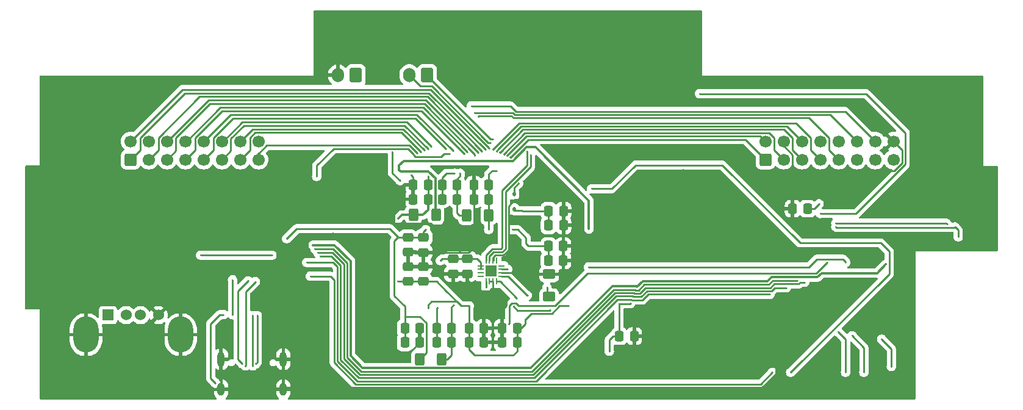
<source format=gbl>
%TF.GenerationSoftware,KiCad,Pcbnew,8.0.1*%
%TF.CreationDate,2024-04-15T20:37:31+02:00*%
%TF.ProjectId,standalonepanel,7374616e-6461-46c6-9f6e-6570616e656c,rev?*%
%TF.SameCoordinates,Original*%
%TF.FileFunction,Copper,L2,Bot*%
%TF.FilePolarity,Positive*%
%FSLAX46Y46*%
G04 Gerber Fmt 4.6, Leading zero omitted, Abs format (unit mm)*
G04 Created by KiCad (PCBNEW 8.0.1) date 2024-04-15 20:37:31*
%MOMM*%
%LPD*%
G01*
G04 APERTURE LIST*
G04 Aperture macros list*
%AMRoundRect*
0 Rectangle with rounded corners*
0 $1 Rounding radius*
0 $2 $3 $4 $5 $6 $7 $8 $9 X,Y pos of 4 corners*
0 Add a 4 corners polygon primitive as box body*
4,1,4,$2,$3,$4,$5,$6,$7,$8,$9,$2,$3,0*
0 Add four circle primitives for the rounded corners*
1,1,$1+$1,$2,$3*
1,1,$1+$1,$4,$5*
1,1,$1+$1,$6,$7*
1,1,$1+$1,$8,$9*
0 Add four rect primitives between the rounded corners*
20,1,$1+$1,$2,$3,$4,$5,0*
20,1,$1+$1,$4,$5,$6,$7,0*
20,1,$1+$1,$6,$7,$8,$9,0*
20,1,$1+$1,$8,$9,$2,$3,0*%
G04 Aperture macros list end*
%TA.AperFunction,ComponentPad*%
%ADD10RoundRect,0.250000X0.600000X-0.600000X0.600000X0.600000X-0.600000X0.600000X-0.600000X-0.600000X0*%
%TD*%
%TA.AperFunction,ComponentPad*%
%ADD11C,1.700000*%
%TD*%
%TA.AperFunction,ComponentPad*%
%ADD12RoundRect,0.250000X0.600000X0.750000X-0.600000X0.750000X-0.600000X-0.750000X0.600000X-0.750000X0*%
%TD*%
%TA.AperFunction,ComponentPad*%
%ADD13O,1.700000X2.000000*%
%TD*%
%TA.AperFunction,ComponentPad*%
%ADD14R,1.524000X1.524000*%
%TD*%
%TA.AperFunction,ComponentPad*%
%ADD15C,1.524000*%
%TD*%
%TA.AperFunction,ComponentPad*%
%ADD16O,3.500000X5.000000*%
%TD*%
%TA.AperFunction,ComponentPad*%
%ADD17O,1.000000X2.100000*%
%TD*%
%TA.AperFunction,ComponentPad*%
%ADD18O,1.000000X1.800000*%
%TD*%
%TA.AperFunction,SMDPad,CuDef*%
%ADD19RoundRect,0.250000X-0.400000X-0.625000X0.400000X-0.625000X0.400000X0.625000X-0.400000X0.625000X0*%
%TD*%
%TA.AperFunction,SMDPad,CuDef*%
%ADD20RoundRect,0.250000X0.337500X0.475000X-0.337500X0.475000X-0.337500X-0.475000X0.337500X-0.475000X0*%
%TD*%
%TA.AperFunction,SMDPad,CuDef*%
%ADD21RoundRect,0.250000X0.475000X-0.337500X0.475000X0.337500X-0.475000X0.337500X-0.475000X-0.337500X0*%
%TD*%
%TA.AperFunction,SMDPad,CuDef*%
%ADD22RoundRect,0.250000X-0.337500X-0.475000X0.337500X-0.475000X0.337500X0.475000X-0.337500X0.475000X0*%
%TD*%
%TA.AperFunction,SMDPad,CuDef*%
%ADD23RoundRect,0.250000X0.625000X-0.400000X0.625000X0.400000X-0.625000X0.400000X-0.625000X-0.400000X0*%
%TD*%
%TA.AperFunction,SMDPad,CuDef*%
%ADD24RoundRect,0.062500X0.062500X-0.375000X0.062500X0.375000X-0.062500X0.375000X-0.062500X-0.375000X0*%
%TD*%
%TA.AperFunction,SMDPad,CuDef*%
%ADD25RoundRect,0.062500X0.375000X-0.062500X0.375000X0.062500X-0.375000X0.062500X-0.375000X-0.062500X0*%
%TD*%
%TA.AperFunction,HeatsinkPad*%
%ADD26R,1.600000X1.600000*%
%TD*%
%TA.AperFunction,SMDPad,CuDef*%
%ADD27RoundRect,0.250000X-0.475000X0.337500X-0.475000X-0.337500X0.475000X-0.337500X0.475000X0.337500X0*%
%TD*%
%TA.AperFunction,SMDPad,CuDef*%
%ADD28RoundRect,0.250000X0.400000X0.625000X-0.400000X0.625000X-0.400000X-0.625000X0.400000X-0.625000X0*%
%TD*%
%TA.AperFunction,SMDPad,CuDef*%
%ADD29RoundRect,0.112500X-0.112500X0.187500X-0.112500X-0.187500X0.112500X-0.187500X0.112500X0.187500X0*%
%TD*%
%TA.AperFunction,ViaPad*%
%ADD30C,0.300000*%
%TD*%
%TA.AperFunction,Conductor*%
%ADD31C,0.250000*%
%TD*%
%TA.AperFunction,Conductor*%
%ADD32C,0.300000*%
%TD*%
G04 APERTURE END LIST*
D10*
%TO.P,HUB75E-1,1,Pin_1*%
%TO.N,DSP1-R1*%
X58610000Y-110697500D03*
D11*
%TO.P,HUB75E-1,2,Pin_2*%
%TO.N,DSP1-G1*%
X58610000Y-108157500D03*
%TO.P,HUB75E-1,3,Pin_3*%
%TO.N,DSP1-B1*%
X61150000Y-110697500D03*
%TO.P,HUB75E-1,4,Pin_4*%
%TO.N,GND*%
X61150000Y-108157500D03*
%TO.P,HUB75E-1,5,Pin_5*%
%TO.N,DSP1-R2*%
X63690000Y-110697500D03*
%TO.P,HUB75E-1,6,Pin_6*%
%TO.N,DSP1-G2*%
X63690000Y-108157500D03*
%TO.P,HUB75E-1,7,Pin_7*%
%TO.N,DSP1-B2*%
X66230000Y-110697500D03*
%TO.P,HUB75E-1,8,Pin_8*%
%TO.N,DSP-E*%
X66230000Y-108157500D03*
%TO.P,HUB75E-1,9,Pin_9*%
%TO.N,DSP-A*%
X68770000Y-110697500D03*
%TO.P,HUB75E-1,10,Pin_10*%
%TO.N,DSP-B*%
X68770000Y-108157500D03*
%TO.P,HUB75E-1,11,Pin_11*%
%TO.N,DSP-C*%
X71310000Y-110697500D03*
%TO.P,HUB75E-1,12,Pin_12*%
%TO.N,DSP-D*%
X71310000Y-108157500D03*
%TO.P,HUB75E-1,13,Pin_13*%
%TO.N,DSP-CLK*%
X73850000Y-110697500D03*
%TO.P,HUB75E-1,14,Pin_14*%
%TO.N,DSP-LAT*%
X73850000Y-108157500D03*
%TO.P,HUB75E-1,15,Pin_15*%
%TO.N,DSP-OE*%
X76390000Y-110697500D03*
%TO.P,HUB75E-1,16,Pin_16*%
%TO.N,GND*%
X76390000Y-108157500D03*
%TD*%
D12*
%TO.P,J2,1,Pin_1*%
%TO.N,+5V*%
X89896000Y-98954000D03*
D13*
%TO.P,J2,2,Pin_2*%
%TO.N,GND*%
X87396000Y-98954000D03*
%TD*%
D10*
%TO.P,HUB75E-2,1,Pin_1*%
%TO.N,DSP2-R1*%
X146720000Y-110697500D03*
D11*
%TO.P,HUB75E-2,2,Pin_2*%
%TO.N,DSP2-G1*%
X146720000Y-108157500D03*
%TO.P,HUB75E-2,3,Pin_3*%
%TO.N,DSP2-B1*%
X149260000Y-110697500D03*
%TO.P,HUB75E-2,4,Pin_4*%
%TO.N,GND*%
X149260000Y-108157500D03*
%TO.P,HUB75E-2,5,Pin_5*%
%TO.N,DSP2-R2*%
X151800000Y-110697500D03*
%TO.P,HUB75E-2,6,Pin_6*%
%TO.N,DSP2-G2*%
X151800000Y-108157500D03*
%TO.P,HUB75E-2,7,Pin_7*%
%TO.N,DSP2-B2*%
X154340000Y-110697500D03*
%TO.P,HUB75E-2,8,Pin_8*%
%TO.N,DSP-E*%
X154340000Y-108157500D03*
%TO.P,HUB75E-2,9,Pin_9*%
%TO.N,DSP-A*%
X156880000Y-110697500D03*
%TO.P,HUB75E-2,10,Pin_10*%
%TO.N,DSP-B*%
X156880000Y-108157500D03*
%TO.P,HUB75E-2,11,Pin_11*%
%TO.N,DSP-C*%
X159420000Y-110697500D03*
%TO.P,HUB75E-2,12,Pin_12*%
%TO.N,DSP-D*%
X159420000Y-108157500D03*
%TO.P,HUB75E-2,13,Pin_13*%
%TO.N,DSP-CLK*%
X161960000Y-110697500D03*
%TO.P,HUB75E-2,14,Pin_14*%
%TO.N,DSP-LAT*%
X161960000Y-108157500D03*
%TO.P,HUB75E-2,15,Pin_15*%
%TO.N,DSP-OE*%
X164500000Y-110697500D03*
%TO.P,HUB75E-2,16,Pin_16*%
%TO.N,GND*%
X164500000Y-108157500D03*
%TD*%
D14*
%TO.P,P2,1,VBUS*%
%TO.N,Net-(P2-VBUS)*%
X55500000Y-132272500D03*
D15*
%TO.P,P2,2,D-*%
%TO.N,Net-(P2-D-)*%
X58000000Y-132272500D03*
%TO.P,P2,3,D+*%
%TO.N,Net-(P2-D+)*%
X60000000Y-132272500D03*
%TO.P,P2,4,GND*%
%TO.N,GND*%
X62500000Y-132272500D03*
D16*
%TO.P,P2,5,Shield*%
X52430000Y-134982500D03*
X65570000Y-134982500D03*
%TD*%
D17*
%TO.P,P1,S1,SHIELD*%
%TO.N,GND*%
X71180000Y-138375000D03*
D18*
X71180000Y-142575000D03*
D17*
X79820000Y-138375000D03*
D18*
X79820000Y-142575000D03*
%TD*%
D12*
%TO.P,J1,1,Pin_1*%
%TO.N,Net-(J1-Pin_1)*%
X99802000Y-98950000D03*
D13*
%TO.P,J1,2,Pin_2*%
%TO.N,Net-(J1-Pin_2)*%
X97302000Y-98950000D03*
%TD*%
D19*
%TO.P,R7,1*%
%TO.N,+3V3*%
X97891000Y-118364000D03*
%TO.P,R7,2*%
%TO.N,Net-(U7-IOT_221)*%
X100991000Y-118364000D03*
%TD*%
D20*
%TO.P,C28,1*%
%TO.N,GND*%
X98748436Y-136078117D03*
%TO.P,C28,2*%
%TO.N,+1V2*%
X96673436Y-136078117D03*
%TD*%
D21*
%TO.P,C25,1*%
%TO.N,+3V3*%
X99284436Y-127590615D03*
%TO.P,C25,2*%
%TO.N,GND*%
X99284436Y-125515615D03*
%TD*%
D20*
%TO.P,C34,1*%
%TO.N,Net-(U7-VCCPLL0)*%
X103173443Y-136078115D03*
%TO.P,C34,2*%
%TO.N,Net-(U7-GNDPLL0)*%
X101098443Y-136078115D03*
%TD*%
D22*
%TO.P,C7,1*%
%TO.N,GND*%
X106273935Y-116186613D03*
%TO.P,C7,2*%
%TO.N,+1V2*%
X108348935Y-116186613D03*
%TD*%
%TO.P,C30,1*%
%TO.N,GND*%
X110184931Y-134052606D03*
%TO.P,C30,2*%
%TO.N,+3V3*%
X112259931Y-134052606D03*
%TD*%
D20*
%TO.P,C29,1*%
%TO.N,GND*%
X98748437Y-134078113D03*
%TO.P,C29,2*%
%TO.N,+1V2*%
X96673437Y-134078113D03*
%TD*%
D22*
%TO.P,C31,1*%
%TO.N,GND*%
X110184937Y-136052607D03*
%TO.P,C31,2*%
%TO.N,+3V3*%
X112259937Y-136052607D03*
%TD*%
D21*
%TO.P,C22,1*%
%TO.N,GND*%
X99284436Y-123569615D03*
%TO.P,C22,2*%
%TO.N,+1V2*%
X99284436Y-121494615D03*
%TD*%
%TO.P,C21,1*%
%TO.N,GND*%
X97125437Y-123548115D03*
%TO.P,C21,2*%
%TO.N,+1V2*%
X97125437Y-121473115D03*
%TD*%
D23*
%TO.P,R9,1*%
%TO.N,Net-(U7-IOB_108_SS)*%
X116700000Y-129700000D03*
%TO.P,R9,2*%
%TO.N,GND*%
X116700000Y-126599998D03*
%TD*%
D20*
%TO.P,C33,1*%
%TO.N,GND*%
X107666437Y-136078115D03*
%TO.P,C33,2*%
%TO.N,+3V3*%
X105591437Y-136078115D03*
%TD*%
D22*
%TO.P,C2,1*%
%TO.N,Net-(U7-GNDPLL1)*%
X101848933Y-116186613D03*
%TO.P,C2,2*%
%TO.N,Net-(U7-VCCPLL1)*%
X103923933Y-116186613D03*
%TD*%
%TO.P,C1,1*%
%TO.N,Net-(U7-GNDPLL1)*%
X101848935Y-114186616D03*
%TO.P,C1,2*%
%TO.N,Net-(U7-VCCPLL1)*%
X103923935Y-114186616D03*
%TD*%
D24*
%TO.P,U9,1,DIN*%
%TO.N,Net-(U7-IOR_109)*%
X109432437Y-127609615D03*
%TO.P,U9,2,GAIN_SLOT*%
%TO.N,GND*%
X108932437Y-127609615D03*
%TO.P,U9,3,GND*%
X108432437Y-127609615D03*
%TO.P,U9,4,~{SD_MODE}*%
%TO.N,Net-(U7-IOR_112)*%
X107932437Y-127609615D03*
D25*
%TO.P,U9,5,NC*%
%TO.N,unconnected-(U9-NC-Pad5)*%
X107244937Y-126922115D03*
%TO.P,U9,6,NC*%
%TO.N,unconnected-(U9-NC-Pad6)*%
X107244937Y-126422115D03*
%TO.P,U9,7,VDD*%
%TO.N,+3V3*%
X107244937Y-125922115D03*
%TO.P,U9,8,VDD*%
X107244937Y-125422115D03*
D24*
%TO.P,U9,9,OUTP*%
%TO.N,Net-(J1-Pin_1)*%
X107932437Y-124734615D03*
%TO.P,U9,10,OUTN*%
%TO.N,Net-(J1-Pin_2)*%
X108432437Y-124734615D03*
%TO.P,U9,11,GND*%
%TO.N,GND*%
X108932437Y-124734615D03*
%TO.P,U9,12,NC*%
%TO.N,unconnected-(U9-NC-Pad12)*%
X109432437Y-124734615D03*
D25*
%TO.P,U9,13,NC*%
%TO.N,unconnected-(U9-NC-Pad13)*%
X110119937Y-125422115D03*
%TO.P,U9,14,LRCLK*%
%TO.N,Net-(U7-IOR_110)*%
X110119937Y-125922115D03*
%TO.P,U9,15,GND*%
%TO.N,GND*%
X110119937Y-126422115D03*
%TO.P,U9,16,BCLK*%
%TO.N,Net-(U7-IOR_111)*%
X110119937Y-126922115D03*
D26*
%TO.P,U9,17*%
%TO.N,N/C*%
X108682437Y-126172115D03*
%TD*%
D27*
%TO.P,C24,1*%
%TO.N,+3V3*%
X105380437Y-124478115D03*
%TO.P,C24,2*%
%TO.N,GND*%
X105380437Y-126553115D03*
%TD*%
D22*
%TO.P,C19,1*%
%TO.N,+1V2*%
X116607869Y-122695109D03*
%TO.P,C19,2*%
%TO.N,GND*%
X118682869Y-122695109D03*
%TD*%
D27*
%TO.P,C23,1*%
%TO.N,+3V3*%
X103380436Y-124478115D03*
%TO.P,C23,2*%
%TO.N,GND*%
X103380436Y-126553115D03*
%TD*%
D22*
%TO.P,C8,1*%
%TO.N,GND*%
X97848931Y-114186613D03*
%TO.P,C8,2*%
%TO.N,+3V3*%
X99923931Y-114186613D03*
%TD*%
%TO.P,C16,1*%
%TO.N,+3V3*%
X116630433Y-117800118D03*
%TO.P,C16,2*%
%TO.N,GND*%
X118705433Y-117800118D03*
%TD*%
D20*
%TO.P,C32,1*%
%TO.N,GND*%
X107666435Y-134078115D03*
%TO.P,C32,2*%
%TO.N,+3V3*%
X105591435Y-134078115D03*
%TD*%
D22*
%TO.P,C15,1*%
%TO.N,+3V3*%
X116630434Y-119800121D03*
%TO.P,C15,2*%
%TO.N,GND*%
X118705434Y-119800121D03*
%TD*%
D19*
%TO.P,R4,1*%
%TO.N,Net-(U7-VCCPLL1)*%
X105227437Y-118425115D03*
%TO.P,R4,2*%
%TO.N,+1V2*%
X108327437Y-118425115D03*
%TD*%
D22*
%TO.P,C9,1*%
%TO.N,GND*%
X97848933Y-116186613D03*
%TO.P,C9,2*%
%TO.N,+3V3*%
X99923933Y-116186613D03*
%TD*%
%TO.P,C14,1*%
%TO.N,GND*%
X150500000Y-117500000D03*
%TO.P,C14,2*%
%TO.N,+3V3*%
X152575000Y-117500000D03*
%TD*%
%TO.P,C20,1*%
%TO.N,+3V3*%
X126440937Y-135189115D03*
%TO.P,C20,2*%
%TO.N,GND*%
X128515937Y-135189115D03*
%TD*%
%TO.P,C18,1*%
%TO.N,+1V2*%
X116607870Y-124695106D03*
%TO.P,C18,2*%
%TO.N,GND*%
X118682870Y-124695106D03*
%TD*%
D20*
%TO.P,C35,1*%
%TO.N,Net-(U7-VCCPLL0)*%
X103173441Y-134078115D03*
%TO.P,C35,2*%
%TO.N,Net-(U7-GNDPLL0)*%
X101098441Y-134078115D03*
%TD*%
D28*
%TO.P,R17,1*%
%TO.N,Net-(U7-VCCPLL0)*%
X101828937Y-138370612D03*
%TO.P,R17,2*%
%TO.N,+1V2*%
X98728937Y-138370612D03*
%TD*%
D21*
%TO.P,C26,1*%
%TO.N,+3V3*%
X97125437Y-127590615D03*
%TO.P,C26,2*%
%TO.N,GND*%
X97125437Y-125515615D03*
%TD*%
D22*
%TO.P,C10,1*%
%TO.N,GND*%
X106273933Y-114186616D03*
%TO.P,C10,2*%
%TO.N,+1V2*%
X108348933Y-114186616D03*
%TD*%
D29*
%TO.P,D2,1,K*%
%TO.N,Net-(D2-K)*%
X111857437Y-115470115D03*
%TO.P,D2,2,A*%
%TO.N,+3V3*%
X111857437Y-117570115D03*
%TD*%
D30*
%TO.N,*%
X74549000Y-139319000D03*
X75946000Y-127635000D03*
%TO.N,GND*%
X144679000Y-112268000D03*
X148971000Y-122555000D03*
X91567000Y-138049000D03*
X129764437Y-124394115D03*
X171446000Y-114304000D03*
X170446000Y-114312000D03*
X131542437Y-114742115D03*
X128515937Y-136624615D03*
X86729000Y-120916000D03*
X97594000Y-112845000D03*
X113000437Y-116266115D03*
X128515937Y-131572000D03*
X167386000Y-116840000D03*
X136100000Y-122174000D03*
X95220437Y-119568115D03*
X107666437Y-130998115D03*
X174024000Y-114300000D03*
X148500000Y-117500000D03*
X131542437Y-120330115D03*
X110744000Y-130998115D03*
X106273935Y-117449935D03*
X112548000Y-125679514D03*
X135281000Y-112081000D03*
%TO.N,DSP-A*%
X102390000Y-109193106D03*
X106900000Y-104700000D03*
%TO.N,DSP-C*%
X99890000Y-109198680D03*
%TO.N,DSP1-R1*%
X107890000Y-109307470D03*
%TO.N,DSP-B*%
X103390000Y-109486000D03*
%TO.N,DSP1-G2*%
X106890000Y-109721682D03*
%TO.N,DSP-D*%
X106400000Y-104218000D03*
X100390000Y-108899000D03*
%TO.N,DSP1-G1*%
X108390000Y-109100364D03*
%TO.N,DSP-LAT*%
X99390000Y-109405786D03*
X105900000Y-103243000D03*
%TO.N,DSP1-B1*%
X107390000Y-109514576D03*
%TO.N,DSP1-R2*%
X106390000Y-110109000D03*
%TO.N,DSP1-B2*%
X104890000Y-109867000D03*
%TO.N,DSP-OE*%
X98390000Y-109820000D03*
%TO.N,DSP-E*%
X105390000Y-109635894D03*
%TO.N,DSP-CLK*%
X98890000Y-109612892D03*
%TO.N,DSP2-G1*%
X110890000Y-110144894D03*
%TO.N,DSP2-R1*%
X111390000Y-110363000D03*
%TO.N,DSP2-B2*%
X108890000Y-109313787D03*
%TO.N,DSP2-G2*%
X109390000Y-109520893D03*
%TO.N,DSP2-R2*%
X109890000Y-109728000D03*
%TO.N,DSP2-B1*%
X110390000Y-109937787D03*
%TO.N,Net-(P1-CC)*%
X74930000Y-127508000D03*
X74127383Y-139024383D03*
%TO.N,Net-(P1-D+)*%
X75565000Y-139319000D03*
X75565000Y-132334000D03*
%TO.N,Net-(P1-D-)*%
X76200000Y-132334000D03*
X75981027Y-139041648D03*
%TO.N,Net-(J1-Pin_1)*%
X108924948Y-107856000D03*
X113665000Y-109564391D03*
%TO.N,Net-(J1-Pin_2)*%
X114140000Y-110039391D03*
X108600000Y-108331000D03*
%TO.N,Net-(U7-GNDPLL1)*%
X103602437Y-112583115D03*
%TO.N,Net-(U7-VCCPLL1)*%
X104364437Y-112583115D03*
%TO.N,+3V3*%
X113381437Y-132946937D03*
X105634437Y-130998115D03*
X68326000Y-123952000D03*
X154175000Y-116825000D03*
X95758000Y-118872000D03*
X78232000Y-123952000D03*
X99964776Y-113045776D03*
X126398879Y-130714114D03*
X119400000Y-131000000D03*
X125065437Y-137287000D03*
X101600000Y-124714000D03*
X99890000Y-131259000D03*
X101083937Y-127590615D03*
X95728437Y-127590615D03*
X113000437Y-117790115D03*
X128008515Y-130664115D03*
%TO.N,+1V2*%
X109442707Y-112217999D03*
X108331000Y-120396000D03*
X80264000Y-121666000D03*
X113508437Y-121531799D03*
X99568000Y-120396000D03*
X95220437Y-125791115D03*
X96617437Y-130998115D03*
X111633000Y-120396000D03*
%TO.N,Net-(U4-V3)*%
X72771000Y-132207000D03*
X72771000Y-127381000D03*
%TO.N,Net-(U7-VCCPLL0)*%
X103459661Y-130855339D03*
%TO.N,Net-(U7-GNDPLL0)*%
X101189437Y-131252115D03*
%TO.N,Net-(D2-K)*%
X112492437Y-113980115D03*
%TO.N,Net-(LED3-A)*%
X96012000Y-113599115D03*
X94966437Y-109662115D03*
%TO.N,Net-(U3-32K_XP{slash}GPIO32{slash}ADC1_CH4)*%
X157861000Y-124968000D03*
X122174000Y-125603000D03*
%TO.N,Net-(U7-IOT_221)*%
X122235115Y-120330115D03*
X95890000Y-112146000D03*
%TO.N,~{RESET}*%
X83947000Y-122559000D03*
X163449000Y-125222000D03*
%TO.N,VSPI-CLK*%
X160401000Y-140208000D03*
X158750000Y-135128000D03*
%TO.N,Net-(U3-GPIO0{slash}BOOT{slash}ADC2_CH1)*%
X122620885Y-114742115D03*
X150241000Y-140208000D03*
%TO.N,Net-(U3-U0RXD{slash}GPIO3)*%
X70400000Y-141700000D03*
X71501000Y-132207000D03*
%TO.N,VSPI-SDI*%
X155321000Y-124968000D03*
X111118200Y-133498722D03*
%TO.N,HSPI-SDI*%
X83058000Y-124968000D03*
X147346000Y-129397115D03*
%TO.N,HSPI-CLK*%
X84201000Y-123059000D03*
X151156000Y-127478000D03*
%TO.N,HSPI-INT*%
X83564001Y-126873000D03*
X147701000Y-140208000D03*
%TO.N,HSPI-CS-USB*%
X84582000Y-123571000D03*
X152172000Y-127702000D03*
%TO.N,I2C-CLK*%
X156500000Y-119500000D03*
X171946000Y-119622000D03*
%TO.N,VSPI-SDO*%
X164211000Y-139386000D03*
X162867000Y-135603000D03*
%TO.N,~{ICE40-RESET}*%
X116825000Y-131564115D03*
X157861000Y-140208000D03*
X111760000Y-131064000D03*
X156845000Y-134620000D03*
%TO.N,I2C-SDA*%
X173046376Y-120050624D03*
X173482000Y-121412000D03*
X156500000Y-120000000D03*
%TO.N,HSPI-SDO*%
X84963000Y-124079000D03*
X149632000Y-128464000D03*
%TO.N,Net-(U7-IOB_108_SS)*%
X116400000Y-128400000D03*
%TO.N,SYSCLK*%
X102870000Y-109855000D03*
X84455000Y-113030000D03*
%TO.N,Net-(U7-IOR_109)*%
X112238437Y-129982115D03*
%TO.N,Net-(U7-IOR_110)*%
X110972437Y-125922115D03*
%TO.N,Net-(U7-IOR_111)*%
X113700000Y-129543000D03*
%TO.N,Net-(U7-IOR_112)*%
X107932437Y-128458115D03*
%TO.N,Net-(BT1-+)*%
X154331000Y-118177000D03*
X137567000Y-101540000D03*
%TD*%
D31*
%TO.N,*%
X74602383Y-139265617D02*
X74602383Y-128978617D01*
X74602383Y-128978617D02*
X75946000Y-127635000D01*
X74549000Y-139319000D02*
X74602383Y-139265617D01*
%TO.N,GND*%
X110374437Y-123972115D02*
X111095437Y-123251115D01*
X108932437Y-124734615D02*
X108976937Y-124734615D01*
X107173440Y-134078117D02*
X107173438Y-134078115D01*
X170446000Y-114312000D02*
X171438000Y-114312000D01*
X96442939Y-116186613D02*
X95220437Y-117409115D01*
X148176000Y-138376000D02*
X148176000Y-140404752D01*
X107666437Y-130998115D02*
X108075552Y-130589000D01*
X109284437Y-128933115D02*
X106871437Y-128933115D01*
X131542437Y-120330115D02*
X131542437Y-114742115D01*
X99262936Y-125431615D02*
X99284436Y-125453115D01*
X112548000Y-125679514D02*
X111943399Y-125679514D01*
X129463446Y-124695106D02*
X129764437Y-124394115D01*
X108982437Y-124729115D02*
X108982437Y-124197375D01*
X100681437Y-123378115D02*
X100681437Y-119949115D01*
X118715437Y-116647115D02*
X118705433Y-116657119D01*
X134493000Y-122174000D02*
X132649115Y-120330115D01*
X144679000Y-112268000D02*
X150495000Y-112268000D01*
X106273935Y-114186618D02*
X106273933Y-114186616D01*
X96777553Y-138049000D02*
X98748436Y-136078117D01*
X111805399Y-126422115D02*
X110119937Y-126422115D01*
X111943399Y-125679514D02*
X110236000Y-123972115D01*
X106273933Y-114186616D02*
X106273933Y-114016616D01*
X110744000Y-130392678D02*
X109284437Y-128933115D01*
X101951437Y-126553115D02*
X100913937Y-125515615D01*
X118705434Y-119800121D02*
X118369938Y-119800121D01*
X110744000Y-130998115D02*
X110184931Y-131557184D01*
X136100000Y-122174000D02*
X148590000Y-122174000D01*
X150495000Y-110028896D02*
X150495000Y-112268000D01*
X128515937Y-136624615D02*
X146424615Y-136624615D01*
X132649115Y-120330115D02*
X131542437Y-120330115D01*
X108432437Y-127609615D02*
X108932437Y-127609615D01*
X118705433Y-116657119D02*
X118705433Y-117800118D01*
X91567000Y-126067000D02*
X91567000Y-126545498D01*
X108932437Y-128933115D02*
X108932437Y-127609615D01*
X107666437Y-136078115D02*
X107666437Y-134078117D01*
X149260000Y-108157500D02*
X149260000Y-108793896D01*
X168136000Y-114312000D02*
X170446000Y-114312000D01*
X111984437Y-116266115D02*
X113000437Y-116266115D01*
X111095437Y-123251115D02*
X111095437Y-117155115D01*
X97125437Y-125515615D02*
X99284436Y-125515615D01*
X99284436Y-123569615D02*
X99288436Y-123565615D01*
X165675000Y-109332500D02*
X164500000Y-108157500D01*
X110184937Y-136052607D02*
X110184937Y-134052612D01*
X117906554Y-126599998D02*
X118682870Y-125823682D01*
X165675000Y-111185000D02*
X165675000Y-109332500D01*
X118682870Y-125823682D02*
X118682870Y-124695106D01*
X97848933Y-114186615D02*
X97848931Y-114186613D01*
X99262936Y-123548115D02*
X99284436Y-123569615D01*
X100681437Y-119949115D02*
X100300437Y-119568115D01*
X108075552Y-130589000D02*
X110334885Y-130589000D01*
X118715437Y-119790117D02*
X118705434Y-119800121D01*
X118705433Y-124672543D02*
X118682870Y-124695106D01*
X107666435Y-130998117D02*
X107666435Y-134078115D01*
X112888836Y-125679514D02*
X113809320Y-126599998D01*
X116700000Y-126599998D02*
X117906554Y-126599998D01*
X135281000Y-112081000D02*
X132619885Y-114742115D01*
X129764437Y-124394115D02*
X131542437Y-122616115D01*
X100300437Y-119568115D02*
X95220437Y-119568115D01*
X106273933Y-114186616D02*
X106273933Y-116186611D01*
X167386000Y-116840000D02*
X167386000Y-115062000D01*
X97848931Y-116186611D02*
X97848933Y-116186613D01*
X95220437Y-117409115D02*
X95220437Y-119568115D01*
X106273935Y-117449935D02*
X106273935Y-116186613D01*
X146260140Y-142320612D02*
X80074388Y-142320612D01*
X98748436Y-136078117D02*
X98748437Y-134078113D01*
X107666437Y-130998115D02*
X107666435Y-130998117D01*
X108976937Y-124734615D02*
X108982437Y-124729115D01*
X149260000Y-108793896D02*
X150495000Y-110028896D01*
X118682870Y-124695106D02*
X129463446Y-124695106D01*
X174020000Y-114304000D02*
X171446000Y-114304000D01*
X97125437Y-123548115D02*
X99262936Y-123548115D01*
X110184931Y-131557184D02*
X110184931Y-134052606D01*
X136100000Y-122174000D02*
X134493000Y-122174000D01*
X86729000Y-121229000D02*
X91567000Y-126067000D01*
X106871437Y-128933115D02*
X105380437Y-127442115D01*
X146424615Y-136624615D02*
X148176000Y-138376000D01*
X97848931Y-113099931D02*
X97848931Y-114186613D01*
X100489937Y-123569615D02*
X100681437Y-123378115D01*
X105542385Y-123565615D02*
X106273935Y-122834065D01*
X148590000Y-122174000D02*
X148971000Y-122555000D01*
X99284436Y-123569615D02*
X100489937Y-123569615D01*
X113809320Y-126599998D02*
X116700000Y-126599998D01*
X71180000Y-142575000D02*
X71180000Y-138375000D01*
X97594000Y-112845000D02*
X97848931Y-113099931D01*
X110236000Y-123972115D02*
X110374437Y-123972115D01*
X91567000Y-138049000D02*
X96777553Y-138049000D01*
X109207697Y-123972115D02*
X110236000Y-123972115D01*
X105380437Y-127442115D02*
X105380437Y-126553115D01*
X110184937Y-134052612D02*
X110184931Y-134052606D01*
X97848933Y-116186613D02*
X96442939Y-116186613D01*
X118705433Y-117800118D02*
X118705433Y-124672543D01*
X164592000Y-112268000D02*
X165675000Y-111185000D01*
X80074388Y-142320612D02*
X79820000Y-142575000D01*
X112548000Y-125679514D02*
X112888836Y-125679514D01*
X110744000Y-130998115D02*
X110744000Y-130392678D01*
X118715437Y-117790115D02*
X118705433Y-117800119D01*
X111095437Y-117155115D02*
X111984437Y-116266115D01*
X128515937Y-136624615D02*
X128515937Y-135189115D01*
X112548000Y-125679514D02*
X111805399Y-126422115D01*
X99288436Y-123565615D02*
X105542385Y-123565615D01*
X132619885Y-114742115D02*
X131542437Y-114742115D01*
X110334885Y-130589000D02*
X110744000Y-130998115D01*
X118334437Y-116266115D02*
X118715437Y-116647115D01*
X103380436Y-126553115D02*
X105380437Y-126553115D01*
X108982437Y-124197375D02*
X109207697Y-123972115D01*
X97842932Y-114192612D02*
X97848931Y-114186613D01*
X167386000Y-115062000D02*
X168136000Y-114312000D01*
X97848931Y-114186613D02*
X97848931Y-116186611D01*
X118747870Y-122630110D02*
X118682870Y-122695110D01*
X91567000Y-126545498D02*
X91567000Y-138049000D01*
X97146935Y-123569616D02*
X97125436Y-123548115D01*
X106273935Y-122834065D02*
X106273935Y-117449935D01*
X171438000Y-114312000D02*
X171446000Y-114304000D01*
X79820000Y-142575000D02*
X79820000Y-138375000D01*
X128515937Y-131572000D02*
X128515937Y-135189115D01*
X97125437Y-125431615D02*
X99262936Y-125431615D01*
X86729000Y-120916000D02*
X86729000Y-121229000D01*
X150500000Y-117500000D02*
X148500000Y-117500000D01*
X174024000Y-114300000D02*
X174020000Y-114304000D01*
X106273933Y-116186611D02*
X106273935Y-116186613D01*
X100913937Y-125515615D02*
X99284436Y-125515615D01*
X131542437Y-122616115D02*
X131542437Y-120330115D01*
X99284436Y-123569615D02*
X99284436Y-125515615D01*
X113000437Y-116266115D02*
X118334437Y-116266115D01*
X103380436Y-126553115D02*
X101951437Y-126553115D01*
X148176000Y-140404752D02*
X146260140Y-142320612D01*
X151638000Y-112268000D02*
X164592000Y-112268000D01*
X150495000Y-112268000D02*
X151638000Y-112268000D01*
X107691944Y-134052606D02*
X107666435Y-134078115D01*
X107666437Y-134078117D02*
X107666435Y-134078115D01*
%TO.N,DSP-A*%
X111745280Y-104913000D02*
X152792557Y-104913000D01*
X106900000Y-104700000D02*
X106950000Y-104650000D01*
X111482280Y-104650000D02*
X111745280Y-104913000D01*
X70110000Y-109357500D02*
X68770000Y-110697500D01*
X155540000Y-107660443D02*
X155540000Y-109357500D01*
X98154394Y-104957500D02*
X72812943Y-104957500D01*
X70110000Y-107660443D02*
X70110000Y-109357500D01*
X155540000Y-109357500D02*
X156880000Y-110697500D01*
X106950000Y-104650000D02*
X111482280Y-104650000D01*
X72812943Y-104957500D02*
X70110000Y-107660443D01*
X152792557Y-104913000D02*
X155540000Y-107660443D01*
X102390000Y-109193106D02*
X98154394Y-104957500D01*
%TO.N,DSP-C*%
X72510000Y-109497500D02*
X71310000Y-110697500D01*
X74352943Y-105957500D02*
X72510000Y-107800443D01*
X72510000Y-107800443D02*
X72510000Y-109497500D01*
X96648820Y-105957500D02*
X74352943Y-105957500D01*
X99890000Y-109198680D02*
X96648820Y-105957500D01*
%TO.N,DSP1-R1*%
X59950000Y-109357500D02*
X58610000Y-110697500D01*
X59950000Y-107660443D02*
X59950000Y-109357500D01*
X107890000Y-109307470D02*
X100040030Y-101457500D01*
X100040030Y-101457500D02*
X66152943Y-101457500D01*
X66152943Y-101457500D02*
X59950000Y-107660443D01*
%TO.N,DSP-B*%
X72470000Y-104457500D02*
X68770000Y-108157500D01*
X98361500Y-104457500D02*
X72470000Y-104457500D01*
X103390000Y-109486000D02*
X98361500Y-104457500D01*
%TO.N,DSP1-G2*%
X106890000Y-109721682D02*
X99625818Y-102457500D01*
X99625818Y-102457500D02*
X69428394Y-102457500D01*
X69428394Y-102457500D02*
X63728393Y-108157500D01*
D32*
X63728393Y-108157500D02*
X63690000Y-108157500D01*
D31*
%TO.N,DSP-D*%
X106400000Y-104218000D02*
X106418000Y-104200000D01*
X74145837Y-105457500D02*
X71445836Y-108157500D01*
X155725500Y-104463000D02*
X159420000Y-108157500D01*
X96948500Y-105457500D02*
X74145837Y-105457500D01*
X100390000Y-108899000D02*
X96948500Y-105457500D01*
X111668676Y-104200000D02*
X111931676Y-104463000D01*
D32*
X71445836Y-108157500D02*
X71310000Y-108157500D01*
D31*
X106418000Y-104200000D02*
X111668676Y-104200000D01*
X111931676Y-104463000D02*
X155725500Y-104463000D01*
%TO.N,DSP1-G1*%
X100247136Y-100957500D02*
X65810000Y-100957500D01*
X108390000Y-109100364D02*
X100247136Y-100957500D01*
X65810000Y-100957500D02*
X58610000Y-108157500D01*
%TO.N,DSP-LAT*%
X157815500Y-104013000D02*
X161960000Y-108157500D01*
X111356072Y-103251000D02*
X112118072Y-104013000D01*
X105908000Y-103251000D02*
X111356072Y-103251000D01*
X75550000Y-106457500D02*
X73850000Y-108157500D01*
X105900000Y-103243000D02*
X105908000Y-103251000D01*
X99390000Y-109405786D02*
X96441714Y-106457500D01*
X96441714Y-106457500D02*
X75550000Y-106457500D01*
X112118072Y-104013000D02*
X157815500Y-104013000D01*
%TO.N,DSP1-B1*%
X62490000Y-107660443D02*
X62490000Y-109357500D01*
X62490000Y-109357500D02*
X61150000Y-110697500D01*
X68192943Y-101957500D02*
X62490000Y-107660443D01*
X99832924Y-101957500D02*
X68192943Y-101957500D01*
X107390000Y-109514576D02*
X99832924Y-101957500D01*
%TO.N,DSP1-R2*%
X64890000Y-109497500D02*
X63690000Y-110697500D01*
X99418712Y-102957500D02*
X69635500Y-102957500D01*
X106390000Y-109928788D02*
X99418712Y-102957500D01*
X106390000Y-110109000D02*
X106390000Y-109928788D01*
X69635500Y-102957500D02*
X64890000Y-107703000D01*
X64890000Y-107703000D02*
X64890000Y-109497500D01*
D32*
%TO.N,DSP1-B2*%
X104890000Y-109867000D02*
X104890000Y-109843000D01*
D31*
X104890000Y-109843000D02*
X99004500Y-103957500D01*
X67570000Y-109357500D02*
X66230000Y-110697500D01*
X67570000Y-107660443D02*
X67570000Y-109357500D01*
X71272943Y-103957500D02*
X67570000Y-107660443D01*
X99004500Y-103957500D02*
X71272943Y-103957500D01*
%TO.N,DSP-OE*%
X97282000Y-108712000D02*
X77532557Y-108712000D01*
D32*
X76390000Y-109854557D02*
X76390000Y-110697500D01*
D31*
X77532557Y-108712000D02*
X76390000Y-109854557D01*
X98390000Y-109820000D02*
X97282000Y-108712000D01*
%TO.N,DSP-E*%
X99211606Y-103457500D02*
X71065836Y-103457500D01*
D32*
X154340000Y-108157500D02*
X154204163Y-108157500D01*
D31*
X105390000Y-109635894D02*
X99211606Y-103457500D01*
X71065836Y-103457500D02*
X66365836Y-108157500D01*
D32*
X66365836Y-108157500D02*
X66230000Y-108157500D01*
D31*
%TO.N,DSP-CLK*%
X98890000Y-109612892D02*
X96234608Y-106957500D01*
X75190000Y-107660443D02*
X75190000Y-109357500D01*
X75190000Y-109357500D02*
X73850000Y-110697500D01*
X75892943Y-106957500D02*
X75190000Y-107660443D01*
X96234608Y-106957500D02*
X75892943Y-106957500D01*
%TO.N,DSP2-G1*%
X113592894Y-107442000D02*
X110890000Y-110144894D01*
X146004500Y-107442000D02*
X113592894Y-107442000D01*
X146720000Y-108157500D02*
X146004500Y-107442000D01*
D32*
%TO.N,DSP2-R1*%
X111390000Y-110352000D02*
X111390000Y-110363000D01*
D31*
X146720000Y-110697500D02*
X143914500Y-107892000D01*
X113850000Y-107892000D02*
X111390000Y-110352000D01*
X143914500Y-107892000D02*
X113850000Y-107892000D01*
%TO.N,DSP2-B2*%
X112573968Y-105632500D02*
X150972057Y-105632500D01*
X150972057Y-105632500D02*
X153000000Y-107660443D01*
X109478468Y-108728000D02*
X112573968Y-105632500D01*
X108890000Y-109313787D02*
X109475787Y-108728000D01*
X153000000Y-109357500D02*
X154340000Y-110697500D01*
X153000000Y-107660443D02*
X153000000Y-109357500D01*
%TO.N,DSP2-G2*%
X149725000Y-106082500D02*
X112831074Y-106082500D01*
X151800000Y-108157500D02*
X149725000Y-106082500D01*
X112831074Y-106082500D02*
X109685574Y-109228000D01*
X109682893Y-109228000D02*
X109390000Y-109520893D01*
%TO.N,DSP2-R2*%
X113088180Y-106532500D02*
X109892680Y-109728000D01*
D32*
X109892680Y-109728000D02*
X109890000Y-109728000D01*
D31*
X149332057Y-106532500D02*
X113088180Y-106532500D01*
X150460000Y-109357500D02*
X150460000Y-107660443D01*
X151800000Y-110697500D02*
X150460000Y-109357500D01*
X150460000Y-107660443D02*
X149332057Y-106532500D01*
%TO.N,DSP2-B1*%
X147920000Y-109357500D02*
X147920000Y-107660443D01*
X149260000Y-110697500D02*
X147920000Y-109357500D01*
X147242057Y-106982500D02*
X113345287Y-106982500D01*
X113345287Y-106982500D02*
X110390000Y-109937787D01*
X147920000Y-107660443D02*
X147242057Y-106982500D01*
%TO.N,Net-(P1-CC)*%
X73533000Y-138430000D02*
X74127383Y-139024383D01*
X73533000Y-128905000D02*
X73533000Y-138430000D01*
X74930000Y-127508000D02*
X73533000Y-128905000D01*
%TO.N,Net-(P1-D+)*%
X75506027Y-132392973D02*
X75565000Y-132334000D01*
X75506027Y-139260027D02*
X75506027Y-132392973D01*
X75565000Y-139319000D02*
X75506027Y-139260027D01*
%TO.N,Net-(P1-D-)*%
X76200000Y-138822675D02*
X75981027Y-139041648D01*
X76200000Y-132334000D02*
X76200000Y-138822675D01*
%TO.N,Net-(J1-Pin_1)*%
X108924948Y-107856000D02*
X108589248Y-107856000D01*
X108589248Y-107856000D02*
X99802000Y-99068752D01*
X99802000Y-99068752D02*
X99802000Y-98950000D01*
X107932437Y-123974583D02*
X107932437Y-124734615D01*
X110001645Y-123072115D02*
X108834905Y-123072115D01*
X113665000Y-111499404D02*
X110195437Y-114968967D01*
X108834905Y-123072115D02*
X107932437Y-123974583D01*
X110195437Y-122878323D02*
X110001645Y-123072115D01*
X110195437Y-114968967D02*
X110195437Y-122878323D01*
X113665000Y-109564391D02*
X113665000Y-111499404D01*
%TO.N,Net-(J1-Pin_2)*%
X110645437Y-115155363D02*
X110645437Y-123064719D01*
X110645437Y-123064719D02*
X110188041Y-123522115D01*
X108600000Y-108331000D02*
X108257032Y-108331000D01*
X108432437Y-124110979D02*
X108432437Y-124734615D01*
X110188041Y-123522115D02*
X109021301Y-123522115D01*
X114140000Y-110039391D02*
X114140000Y-111660800D01*
X109021301Y-123522115D02*
X108432437Y-124110979D01*
X100433532Y-100507500D02*
X98859500Y-100507500D01*
X108257032Y-108331000D02*
X100433532Y-100507500D01*
X98859500Y-100507500D02*
X97302000Y-98950000D01*
X114140000Y-111660800D02*
X110645437Y-115155363D01*
%TO.N,Net-(U7-GNDPLL1)*%
X103602437Y-112583115D02*
X102459437Y-112583115D01*
X102010431Y-114025120D02*
X101848935Y-114186616D01*
X102459437Y-112583115D02*
X101848935Y-113193617D01*
X101848935Y-116186611D02*
X101848933Y-116186613D01*
X101848935Y-113193617D02*
X101848935Y-114186616D01*
X101848935Y-114186616D02*
X101848935Y-116186611D01*
%TO.N,Net-(U7-VCCPLL1)*%
X103923935Y-116186611D02*
X103923933Y-116186613D01*
X104364437Y-112583115D02*
X104364437Y-112964115D01*
X103923935Y-114186616D02*
X103923935Y-116186611D01*
X103923933Y-114186618D02*
X103923935Y-114186616D01*
X103923933Y-118111611D02*
X103923933Y-116186613D01*
X105227437Y-118425115D02*
X104237437Y-118425115D01*
X104284936Y-114186616D02*
X103923935Y-114186616D01*
X103923935Y-113404617D02*
X103923935Y-114186616D01*
X104364437Y-112964115D02*
X103923935Y-113404617D01*
X104237437Y-118425115D02*
X103923933Y-118111611D01*
%TO.N,+3V3*%
X113381437Y-133506563D02*
X112835394Y-134052606D01*
X125573437Y-135189115D02*
X126440937Y-135189115D01*
X99923931Y-114186613D02*
X99972432Y-114186613D01*
X100378661Y-130380339D02*
X103873661Y-130380339D01*
X117124000Y-132050000D02*
X114278374Y-132050000D01*
X105634437Y-130998115D02*
X105591435Y-131041117D01*
X105591437Y-136078115D02*
X105591437Y-137051115D01*
X119400000Y-131000000D02*
X118174000Y-131000000D01*
X118174000Y-131000000D02*
X117124000Y-132050000D01*
X99978431Y-114132113D02*
X99923931Y-114186613D01*
D32*
X96266000Y-118364000D02*
X95758000Y-118872000D01*
D31*
X105634437Y-130998115D02*
X104491437Y-130998115D01*
X126440937Y-135189115D02*
X126400000Y-135148178D01*
X97125437Y-127590615D02*
X99284436Y-127590615D01*
X99978431Y-114192612D02*
X99923933Y-114247110D01*
X99964776Y-113045776D02*
X99923931Y-113086621D01*
X126398879Y-130714114D02*
X126398879Y-130701121D01*
X105591437Y-134078117D02*
X105591435Y-134078115D01*
X112259937Y-134052612D02*
X112259931Y-134052606D01*
X126400000Y-135148178D02*
X126400000Y-130700000D01*
X102316661Y-128823339D02*
X101083937Y-127590615D01*
X101083937Y-127590615D02*
X99284436Y-127590615D01*
X126398879Y-130701121D02*
X126400000Y-130700000D01*
X126400000Y-130700000D02*
X127972630Y-130700000D01*
X105591435Y-131041117D02*
X105591435Y-134078115D01*
X105098440Y-134078117D02*
X105098438Y-134078115D01*
X99923931Y-114186613D02*
X99923931Y-116186611D01*
X114278374Y-132050000D02*
X113381437Y-132946937D01*
X106734437Y-124478115D02*
X105380437Y-124478115D01*
X111730437Y-137856115D02*
X112259931Y-137326621D01*
X154175000Y-116825000D02*
X153500000Y-117500000D01*
X99972432Y-114186613D02*
X99978431Y-114192612D01*
X105591437Y-136078115D02*
X105591437Y-134078117D01*
D32*
X99923933Y-117627067D02*
X99923933Y-116186613D01*
D31*
X107244937Y-125422115D02*
X107244937Y-124988615D01*
X101835885Y-124478115D02*
X101600000Y-124714000D01*
X107244937Y-125922115D02*
X107244937Y-125422115D01*
X116192433Y-120238122D02*
X116630434Y-119800121D01*
X99923931Y-113086621D02*
X99923931Y-114186613D01*
X99890000Y-131259000D02*
X99890000Y-130869000D01*
X152575000Y-117500000D02*
X153000000Y-117500000D01*
X95728437Y-127590615D02*
X97125437Y-127590615D01*
X106396437Y-137856115D02*
X111730437Y-137856115D01*
X78232000Y-123952000D02*
X68326000Y-123952000D01*
X99923931Y-116186611D02*
X99923933Y-116186613D01*
X112980437Y-117770115D02*
X113000437Y-117790115D01*
X125065437Y-135697115D02*
X125573437Y-135189115D01*
X153500000Y-117500000D02*
X152575000Y-117500000D01*
X104491437Y-130998115D02*
X102316661Y-128823339D01*
X113010440Y-117800118D02*
X113000437Y-117790115D01*
D32*
X99187000Y-118364000D02*
X99923933Y-117627067D01*
D31*
X125065437Y-137287000D02*
X125065437Y-135697115D01*
X113381437Y-132946937D02*
X113381437Y-133506563D01*
X99262936Y-127506615D02*
X99284436Y-127528115D01*
X112259931Y-137326621D02*
X112259931Y-134052606D01*
X97125436Y-127760615D02*
X97252436Y-127633615D01*
X127972630Y-130700000D02*
X128008515Y-130664115D01*
X111857437Y-117770115D02*
X112980437Y-117770115D01*
X103380436Y-124478115D02*
X101835885Y-124478115D01*
X116630433Y-117800118D02*
X113010440Y-117800118D01*
D32*
X97891000Y-118364000D02*
X99187000Y-118364000D01*
D31*
X103873661Y-130380339D02*
X104491437Y-130998115D01*
X105104937Y-136084612D02*
X105098440Y-136078115D01*
X116630434Y-119800121D02*
X116630433Y-117800118D01*
X107244937Y-124988615D02*
X106734437Y-124478115D01*
X97273936Y-127655116D02*
X97252435Y-127633615D01*
X112835394Y-134052606D02*
X112259931Y-134052606D01*
X99890000Y-130869000D02*
X100378661Y-130380339D01*
X103380436Y-124478115D02*
X105380437Y-124478115D01*
D32*
X97891000Y-118364000D02*
X96266000Y-118364000D01*
D31*
X105591437Y-137051115D02*
X106396437Y-137856115D01*
%TO.N,+1V2*%
X98763924Y-132461000D02*
X96673437Y-132461000D01*
X95220437Y-125791115D02*
X95220437Y-121981115D01*
X95728437Y-121473115D02*
X97125437Y-121473115D01*
X99660937Y-137438612D02*
X99660937Y-133358013D01*
X99660937Y-133358013D02*
X98763924Y-132461000D01*
X96673437Y-134078113D02*
X96673436Y-136078117D01*
X95220437Y-121981115D02*
X95728437Y-121473115D01*
X96617437Y-130998115D02*
X95220437Y-129601115D01*
X108348933Y-118403619D02*
X108327437Y-118425115D01*
X108348933Y-114186616D02*
X108348933Y-118403619D01*
X96673437Y-132461000D02*
X96673437Y-134078113D01*
X108331000Y-120396000D02*
X108331000Y-119895126D01*
X94615000Y-120269000D02*
X81661000Y-120269000D01*
X113841431Y-122695109D02*
X116607869Y-122695109D01*
X95819115Y-121473115D02*
X94615000Y-120269000D01*
X108348933Y-116186611D02*
X108348935Y-116186613D01*
X113508437Y-121531799D02*
X113489799Y-121531799D01*
X108793553Y-112217999D02*
X108348933Y-112662619D01*
X99262936Y-121473115D02*
X99284436Y-121494615D01*
X108331000Y-119895126D02*
X108327437Y-119891563D01*
X99284436Y-120679564D02*
X99568000Y-120396000D01*
X95220437Y-129601115D02*
X95220437Y-125791115D01*
X98728937Y-138370612D02*
X99660937Y-137438612D01*
X96617437Y-130998115D02*
X96673437Y-131054115D01*
X113508437Y-121531799D02*
X113508437Y-122362115D01*
X113508437Y-122362115D02*
X113841431Y-122695109D01*
X109442707Y-112217999D02*
X108793553Y-112217999D01*
X97125437Y-121473115D02*
X95819115Y-121473115D01*
X108327437Y-119891563D02*
X108327437Y-118425115D01*
X116607870Y-124695106D02*
X116607869Y-122695109D01*
X112354000Y-120396000D02*
X111633000Y-120396000D01*
X96673437Y-131054115D02*
X96673437Y-132461000D01*
X113489799Y-121531799D02*
X112354000Y-120396000D01*
X97125437Y-121473115D02*
X99262936Y-121473115D01*
X96976937Y-136381618D02*
X96673436Y-136078117D01*
X81661000Y-120269000D02*
X80264000Y-121666000D01*
X99284436Y-121494615D02*
X99284436Y-120679564D01*
X108348933Y-112662619D02*
X108348933Y-114186616D01*
%TO.N,Net-(U4-V3)*%
X72771000Y-127381000D02*
X72771000Y-132207000D01*
%TO.N,Net-(U7-VCCPLL0)*%
X103173443Y-137777109D02*
X103173443Y-136078115D01*
X103173443Y-134078117D02*
X103173441Y-134078115D01*
X103173443Y-136078115D02*
X103173443Y-134078117D01*
X103173441Y-131141559D02*
X103173441Y-134078115D01*
X103459661Y-130855339D02*
X103173441Y-131141559D01*
X101828937Y-138370612D02*
X102579940Y-138370612D01*
X102579940Y-138370612D02*
X103173443Y-137777109D01*
%TO.N,Net-(U7-GNDPLL0)*%
X101098441Y-131343111D02*
X101098441Y-134078115D01*
X101098443Y-134078117D02*
X101098441Y-134078115D01*
X101189437Y-131252115D02*
X101098441Y-131343111D01*
X101098443Y-136078115D02*
X101098443Y-134078117D01*
%TO.N,Net-(D2-K)*%
X111857437Y-115270115D02*
X111857437Y-114615115D01*
X111857437Y-114615115D02*
X112492437Y-113980115D01*
%TO.N,Net-(LED3-A)*%
X94966437Y-112553552D02*
X94966437Y-109662115D01*
X96012000Y-113599115D02*
X94966437Y-112553552D01*
%TO.N,Net-(U3-32K_XP{slash}GPIO32{slash}ADC1_CH4)*%
X153854248Y-124493000D02*
X157513000Y-124493000D01*
X122174000Y-125603000D02*
X152744248Y-125603000D01*
X157861000Y-124841000D02*
X157861000Y-124968000D01*
X157513000Y-124493000D02*
X157861000Y-124841000D01*
X152744248Y-125603000D02*
X153854248Y-124493000D01*
D32*
%TO.N,Net-(U7-IOT_221)*%
X113556284Y-108966000D02*
X114808000Y-108966000D01*
X96528000Y-110863000D02*
X111659284Y-110863000D01*
X114808000Y-108966000D02*
X122235115Y-116393115D01*
X99971107Y-112345000D02*
X100911433Y-113285326D01*
X111659284Y-110863000D02*
X113556284Y-108966000D01*
X96089000Y-112345000D02*
X99971107Y-112345000D01*
X122235115Y-116393115D02*
X122235115Y-120330115D01*
X100911433Y-113285326D02*
X100911433Y-118284433D01*
X95890000Y-112146000D02*
X96089000Y-112345000D01*
X95890000Y-111501000D02*
X96528000Y-110863000D01*
X95890000Y-112146000D02*
X95890000Y-111501000D01*
X100911433Y-118284433D02*
X100991000Y-118364000D01*
%TO.N,~{RESET}*%
X89154000Y-124804249D02*
X89154000Y-137922000D01*
X129728013Y-127547115D02*
X147009704Y-127547115D01*
X86908751Y-122559000D02*
X89154000Y-124804249D01*
X125463061Y-128256000D02*
X128831128Y-128256000D01*
X114123449Y-139595612D02*
X125463061Y-128256000D01*
X154528752Y-126432000D02*
X162239000Y-126432000D01*
X128925128Y-128350000D02*
X129728013Y-127547115D01*
X162239000Y-126432000D02*
X163449000Y-125222000D01*
X147578819Y-126978000D02*
X153982752Y-126978000D01*
X147009704Y-127547115D02*
X147578819Y-126978000D01*
X128831128Y-128256000D02*
X128925128Y-128350000D01*
X90827612Y-139595612D02*
X114123449Y-139595612D01*
X153982752Y-126978000D02*
X154528752Y-126432000D01*
X83947000Y-122559000D02*
X86908751Y-122559000D01*
X89154000Y-137922000D02*
X90827612Y-139595612D01*
D31*
%TO.N,VSPI-CLK*%
X158750000Y-135128000D02*
X160401000Y-136779000D01*
X160401000Y-136779000D02*
X160401000Y-140208000D01*
%TO.N,Net-(U3-GPIO0{slash}BOOT{slash}ADC2_CH1)*%
X163924000Y-126525000D02*
X150241000Y-140208000D01*
X128677000Y-111446000D02*
X140742000Y-111446000D01*
X140742000Y-111446000D02*
X151537000Y-122241000D01*
X125380885Y-114742115D02*
X128677000Y-111446000D01*
X162713000Y-122241000D02*
X163924000Y-123452000D01*
X163924000Y-123452000D02*
X163924000Y-126525000D01*
X122620885Y-114742115D02*
X125380885Y-114742115D01*
X151537000Y-122241000D02*
X162713000Y-122241000D01*
%TO.N,Net-(U3-U0RXD{slash}GPIO3)*%
X69723000Y-133477000D02*
X70993000Y-132207000D01*
X69723000Y-139900000D02*
X69723000Y-133477000D01*
X69723000Y-141023000D02*
X70400000Y-141700000D01*
X69723000Y-140781000D02*
X69723000Y-139900000D01*
X70993000Y-132207000D02*
X71501000Y-132207000D01*
X69723000Y-139900000D02*
X69723000Y-141023000D01*
%TO.N,VSPI-SDI*%
X117500000Y-131000000D02*
X121997000Y-126503000D01*
X112089000Y-130589000D02*
X112500000Y-131000000D01*
X121997000Y-126503000D02*
X153786000Y-126503000D01*
X111563248Y-130589000D02*
X112089000Y-130589000D01*
X111219000Y-130933248D02*
X111563248Y-130589000D01*
X112500000Y-131000000D02*
X117500000Y-131000000D01*
X111219000Y-133397922D02*
X111219000Y-130933248D01*
X153786000Y-126503000D02*
X155321000Y-124968000D01*
X111118200Y-133498722D02*
X111219000Y-133397922D01*
%TO.N,HSPI-SDI*%
X129681068Y-130175000D02*
X128169189Y-130175000D01*
X114879388Y-141420612D02*
X90071672Y-141420612D01*
X90071672Y-141420612D02*
X87329000Y-138677940D01*
X130483953Y-129372115D02*
X129681068Y-130175000D01*
X147346000Y-129372115D02*
X130483953Y-129372115D01*
X86736812Y-124968000D02*
X83058000Y-124968000D01*
X127656685Y-130106000D02*
X126194000Y-130106000D01*
X126194000Y-130106000D02*
X114879388Y-141420612D01*
X128075189Y-130081000D02*
X127681685Y-130081000D01*
X87329000Y-125560188D02*
X86736812Y-124968000D01*
X87329000Y-138677940D02*
X87329000Y-125560188D01*
X128169189Y-130175000D02*
X128075189Y-130081000D01*
X127681685Y-130081000D02*
X127656685Y-130106000D01*
%TO.N,HSPI-CLK*%
X90630860Y-140070612D02*
X88679000Y-138118752D01*
X128728377Y-128825000D02*
X128634377Y-128731000D01*
X129121880Y-128825000D02*
X128728377Y-128825000D01*
X86737000Y-123059000D02*
X84201000Y-123059000D01*
X147775571Y-127453000D02*
X147206455Y-128022115D01*
X88679000Y-138118752D02*
X88679000Y-125001000D01*
X151131000Y-127453000D02*
X147775571Y-127453000D01*
X128634377Y-128731000D02*
X125659812Y-128731000D01*
X114320200Y-140070612D02*
X90630860Y-140070612D01*
X125659812Y-128731000D02*
X114320200Y-140070612D01*
X147206455Y-128022115D02*
X129924765Y-128022115D01*
X129924765Y-128022115D02*
X129121880Y-128825000D01*
X88679000Y-125001000D02*
X86737000Y-123059000D01*
X151156000Y-127478000D02*
X151131000Y-127453000D01*
%TO.N,HSPI-INT*%
X86879000Y-138864336D02*
X89885276Y-141870612D01*
X86360000Y-126873000D02*
X86879000Y-127392000D01*
X89885276Y-141870612D02*
X146038388Y-141870612D01*
X86879000Y-127392000D02*
X86879000Y-138864336D01*
X146038388Y-141870612D02*
X147701000Y-140208000D01*
X83564001Y-126873000D02*
X86360000Y-126873000D01*
%TO.N,HSPI-CS-USB*%
X128447981Y-129181000D02*
X125846208Y-129181000D01*
X90444464Y-140520612D02*
X88229000Y-138305148D01*
X88229000Y-138305148D02*
X88229000Y-125187396D01*
X88229000Y-125187396D02*
X86612604Y-123571000D01*
X147392852Y-128472115D02*
X130111161Y-128472115D01*
X129308276Y-129275000D02*
X128541981Y-129275000D01*
X114506596Y-140520612D02*
X90444464Y-140520612D01*
X130111161Y-128472115D02*
X129308276Y-129275000D01*
X151609704Y-127702000D02*
X151358704Y-127953000D01*
X86612604Y-123571000D02*
X84582000Y-123571000D01*
X151358704Y-127953000D02*
X147911967Y-127953000D01*
X152172000Y-127702000D02*
X151609704Y-127702000D01*
X125846208Y-129181000D02*
X114506596Y-140520612D01*
X147911967Y-127953000D02*
X147392852Y-128472115D01*
X128541981Y-129275000D02*
X128447981Y-129181000D01*
%TO.N,I2C-CLK*%
X171824000Y-119500000D02*
X156500000Y-119500000D01*
X171946000Y-119622000D02*
X171824000Y-119500000D01*
%TO.N,VSPI-SDO*%
X162867000Y-135603000D02*
X164211000Y-136947000D01*
X164211000Y-136947000D02*
X164211000Y-139386000D01*
%TO.N,~{ICE40-RESET}*%
X116825000Y-131564115D02*
X116789115Y-131600000D01*
X112296000Y-131600000D02*
X111760000Y-131064000D01*
X156845000Y-134620000D02*
X157861000Y-135636000D01*
X116789115Y-131600000D02*
X112296000Y-131600000D01*
X157861000Y-135636000D02*
X157861000Y-140208000D01*
%TO.N,I2C-SDA*%
X173000000Y-120097000D02*
X156597000Y-120097000D01*
X173482000Y-120486248D02*
X173482000Y-121412000D01*
X173046376Y-120050624D02*
X173482000Y-120486248D01*
X173046376Y-120050624D02*
X173000000Y-120097000D01*
X156597000Y-120097000D02*
X156500000Y-120000000D01*
%TO.N,HSPI-SDO*%
X87779000Y-138491544D02*
X87779000Y-125373792D01*
X90258068Y-140970612D02*
X87779000Y-138491544D01*
X129494672Y-129725000D02*
X128355585Y-129725000D01*
X148037363Y-128464000D02*
X147579248Y-128922115D01*
X126032604Y-129631000D02*
X114692992Y-140970612D01*
X114692992Y-140970612D02*
X90258068Y-140970612D01*
X86484208Y-124079000D02*
X84963000Y-124079000D01*
X87779000Y-125373792D02*
X86484208Y-124079000D01*
X149632000Y-128464000D02*
X148037363Y-128464000D01*
X128355585Y-129725000D02*
X128261585Y-129631000D01*
X130297557Y-128922115D02*
X129494672Y-129725000D01*
X128261585Y-129631000D02*
X126032604Y-129631000D01*
X147579248Y-128922115D02*
X130297557Y-128922115D01*
%TO.N,Net-(U7-IOB_108_SS)*%
X116400000Y-129100000D02*
X116700000Y-129400000D01*
X116400000Y-128400000D02*
X116400000Y-129100000D01*
%TO.N,SYSCLK*%
X98193248Y-110295000D02*
X97915000Y-110016752D01*
X86799000Y-109162000D02*
X84455000Y-111506000D01*
X97915000Y-110016752D02*
X97915000Y-109981396D01*
X102108000Y-109855000D02*
X101668000Y-110295000D01*
X101668000Y-110295000D02*
X98193248Y-110295000D01*
X97095604Y-109162000D02*
X86799000Y-109162000D01*
X84455000Y-111506000D02*
X84455000Y-113030000D01*
X102870000Y-109855000D02*
X102108000Y-109855000D01*
X97915000Y-109981396D02*
X97095604Y-109162000D01*
%TO.N,Net-(U7-IOR_109)*%
X109432437Y-127609615D02*
X109909615Y-127609615D01*
X109909615Y-127609615D02*
X112238437Y-129938437D01*
X112238437Y-129938437D02*
X112238437Y-129982115D01*
%TO.N,Net-(U7-IOR_110)*%
X110972437Y-125922115D02*
X110119937Y-125922115D01*
%TO.N,Net-(U7-IOR_111)*%
X113643000Y-129543000D02*
X111022115Y-126922115D01*
X113700000Y-129543000D02*
X113643000Y-129543000D01*
X111022115Y-126922115D02*
X110119937Y-126922115D01*
%TO.N,Net-(U7-IOR_112)*%
X107932437Y-128458115D02*
X107932437Y-127609615D01*
%TO.N,Net-(BT1-+)*%
X166142000Y-107001000D02*
X160681000Y-101540000D01*
X154331000Y-118177000D02*
X159319396Y-118177000D01*
X159319396Y-118177000D02*
X166142000Y-111354396D01*
X166142000Y-111354396D02*
X166142000Y-107001000D01*
X160681000Y-101540000D02*
X137567000Y-101540000D01*
%TD*%
%TA.AperFunction,Conductor*%
%TO.N,GND*%
G36*
X98941476Y-133847798D02*
G01*
X98987231Y-133900602D01*
X98998437Y-133952113D01*
X98998437Y-135294750D01*
X98998436Y-135294753D01*
X98998436Y-136204117D01*
X98978751Y-136271156D01*
X98925947Y-136316911D01*
X98874436Y-136328117D01*
X98622436Y-136328117D01*
X98555397Y-136308432D01*
X98509642Y-136255628D01*
X98498436Y-136204117D01*
X98498436Y-134861480D01*
X98498437Y-134861476D01*
X98498437Y-133952113D01*
X98518122Y-133885074D01*
X98570926Y-133839319D01*
X98622437Y-133828113D01*
X98874437Y-133828113D01*
X98941476Y-133847798D01*
G37*
%TD.AperFunction*%
%TA.AperFunction,Conductor*%
G36*
X114993349Y-110071295D02*
G01*
X121548296Y-116626242D01*
X121581781Y-116687565D01*
X121584615Y-116713923D01*
X121584615Y-120283263D01*
X121583711Y-120298209D01*
X121579837Y-120330114D01*
X121583711Y-120362019D01*
X121584615Y-120376966D01*
X121584615Y-120394186D01*
X121591404Y-120428322D01*
X121592882Y-120437560D01*
X121598878Y-120486934D01*
X121604021Y-120500496D01*
X121608962Y-120517709D01*
X121609613Y-120519856D01*
X121609614Y-120519859D01*
X121619159Y-120542903D01*
X121629640Y-120568207D01*
X121631015Y-120571675D01*
X121653255Y-120630315D01*
X121654895Y-120634637D01*
X121654895Y-120634638D01*
X121696478Y-120694881D01*
X121697530Y-120696430D01*
X121729837Y-120744781D01*
X121733393Y-120749114D01*
X121739585Y-120757333D01*
X121744633Y-120764647D01*
X121786257Y-120801522D01*
X121791696Y-120806641D01*
X121820446Y-120835391D01*
X121829875Y-120841691D01*
X121843210Y-120851977D01*
X121843217Y-120851983D01*
X121862875Y-120869398D01*
X121896550Y-120887072D01*
X121907784Y-120893748D01*
X121926988Y-120906580D01*
X121953736Y-120917659D01*
X121963891Y-120922415D01*
X122002750Y-120942811D01*
X122016459Y-120946190D01*
X122022549Y-120947691D01*
X122040326Y-120953526D01*
X122040337Y-120953531D01*
X122045369Y-120955615D01*
X122045371Y-120955616D01*
X122091027Y-120964698D01*
X122096435Y-120965902D01*
X122156130Y-120980615D01*
X122314098Y-120980615D01*
X122314100Y-120980615D01*
X122373807Y-120965898D01*
X122379214Y-120964695D01*
X122424859Y-120955616D01*
X122429897Y-120953528D01*
X122447679Y-120947691D01*
X122467480Y-120942811D01*
X122506352Y-120922407D01*
X122516489Y-120917660D01*
X122543242Y-120906580D01*
X122562443Y-120893749D01*
X122573691Y-120887065D01*
X122607355Y-120869398D01*
X122627024Y-120851971D01*
X122640349Y-120841694D01*
X122649784Y-120835391D01*
X122678540Y-120806633D01*
X122683981Y-120801513D01*
X122725598Y-120764645D01*
X122730649Y-120757325D01*
X122736858Y-120749087D01*
X122740382Y-120744792D01*
X122740391Y-120744784D01*
X122772745Y-120696359D01*
X122773678Y-120694985D01*
X122815335Y-120634638D01*
X122839237Y-120571612D01*
X122840563Y-120568269D01*
X122860616Y-120519859D01*
X122860617Y-120519852D01*
X122861311Y-120517563D01*
X122866209Y-120500492D01*
X122871352Y-120486933D01*
X122877347Y-120437555D01*
X122878824Y-120428322D01*
X122885615Y-120394184D01*
X122885615Y-120376966D01*
X122886519Y-120362019D01*
X122890393Y-120330115D01*
X122886519Y-120298209D01*
X122885615Y-120283263D01*
X122885615Y-116329043D01*
X122860617Y-116203376D01*
X122860616Y-116203375D01*
X122860616Y-116203371D01*
X122811580Y-116084988D01*
X122740392Y-115978446D01*
X122740390Y-115978444D01*
X122740388Y-115978441D01*
X122342391Y-115580444D01*
X122308906Y-115519121D01*
X122313890Y-115449429D01*
X122355762Y-115393496D01*
X122421226Y-115369079D01*
X122459743Y-115372365D01*
X122541900Y-115392615D01*
X122699870Y-115392615D01*
X122786684Y-115371218D01*
X122816358Y-115367615D01*
X125442493Y-115367615D01*
X125442493Y-115367614D01*
X125506863Y-115354811D01*
X125506864Y-115354811D01*
X125526035Y-115350997D01*
X125563337Y-115343578D01*
X125596677Y-115329767D01*
X125677171Y-115296427D01*
X125740175Y-115254328D01*
X125779618Y-115227973D01*
X125866743Y-115140848D01*
X125866743Y-115140846D01*
X125876951Y-115130639D01*
X125876952Y-115130636D01*
X128899772Y-112107819D01*
X128961095Y-112074334D01*
X128987453Y-112071500D01*
X140431548Y-112071500D01*
X140498587Y-112091185D01*
X140519229Y-112107819D01*
X151138262Y-122726854D01*
X151138265Y-122726857D01*
X151189134Y-122760846D01*
X151240714Y-122795311D01*
X151240715Y-122795311D01*
X151240716Y-122795312D01*
X151266502Y-122805993D01*
X151354548Y-122842463D01*
X151475388Y-122866499D01*
X151475392Y-122866500D01*
X151475393Y-122866500D01*
X151475394Y-122866500D01*
X162402548Y-122866500D01*
X162469587Y-122886185D01*
X162490229Y-122902819D01*
X163262181Y-123674771D01*
X163295666Y-123736094D01*
X163298500Y-123762452D01*
X163298500Y-124492665D01*
X163278815Y-124559704D01*
X163226011Y-124605459D01*
X163218483Y-124608603D01*
X163216632Y-124609305D01*
X163177774Y-124629698D01*
X163167610Y-124634459D01*
X163140874Y-124645534D01*
X163140873Y-124645535D01*
X163121675Y-124658361D01*
X163110422Y-124665049D01*
X163076761Y-124682716D01*
X163076754Y-124682721D01*
X163057097Y-124700135D01*
X163043772Y-124710414D01*
X163034329Y-124716724D01*
X163005576Y-124745476D01*
X163000126Y-124750606D01*
X162958517Y-124787469D01*
X162953621Y-124794562D01*
X162939258Y-124811794D01*
X162005873Y-125745181D01*
X161944550Y-125778666D01*
X161918192Y-125781500D01*
X158213852Y-125781500D01*
X158146813Y-125761815D01*
X158101058Y-125709011D01*
X158091114Y-125639853D01*
X158120139Y-125576297D01*
X158156226Y-125547704D01*
X158193270Y-125528261D01*
X158233240Y-125507283D01*
X158351483Y-125402530D01*
X158441220Y-125272523D01*
X158497237Y-125124818D01*
X158516278Y-124968000D01*
X158497237Y-124811182D01*
X158491615Y-124796357D01*
X158485941Y-124776584D01*
X158481988Y-124756713D01*
X158481987Y-124756709D01*
X158480279Y-124748123D01*
X158469056Y-124691696D01*
X158462463Y-124658548D01*
X158421520Y-124559704D01*
X158415312Y-124544716D01*
X158415307Y-124544707D01*
X158346858Y-124442267D01*
X158346855Y-124442263D01*
X158256637Y-124352045D01*
X158256606Y-124352016D01*
X158003198Y-124098608D01*
X158003178Y-124098586D01*
X157911736Y-124007144D01*
X157911732Y-124007141D01*
X157855747Y-123969733D01*
X157809286Y-123938688D01*
X157809281Y-123938686D01*
X157788546Y-123930097D01*
X157717747Y-123900772D01*
X157717745Y-123900770D01*
X157695456Y-123891538D01*
X157695444Y-123891535D01*
X157614951Y-123875523D01*
X157614942Y-123875523D01*
X157574607Y-123867500D01*
X157574606Y-123867500D01*
X153915855Y-123867500D01*
X153792641Y-123867500D01*
X153772473Y-123871511D01*
X153752305Y-123875523D01*
X153752304Y-123875522D01*
X153671803Y-123891535D01*
X153671791Y-123891538D01*
X153649500Y-123900772D01*
X153557966Y-123938685D01*
X153557965Y-123938686D01*
X153511501Y-123969733D01*
X153455516Y-124007140D01*
X153426472Y-124036185D01*
X153368390Y-124094267D01*
X153368387Y-124094270D01*
X152929187Y-124533471D01*
X152521477Y-124941181D01*
X152460154Y-124974666D01*
X152433796Y-124977500D01*
X122369473Y-124977500D01*
X122339799Y-124973897D01*
X122252986Y-124952500D01*
X122252985Y-124952500D01*
X122095015Y-124952500D01*
X122095014Y-124952500D01*
X121941634Y-124990303D01*
X121801762Y-125063715D01*
X121683516Y-125168471D01*
X121593781Y-125298475D01*
X121593780Y-125298476D01*
X121537762Y-125446181D01*
X121518722Y-125602999D01*
X121518722Y-125603000D01*
X121537762Y-125759818D01*
X121596440Y-125914536D01*
X121593475Y-125915660D01*
X121604378Y-125970063D01*
X121578890Y-126035118D01*
X121568537Y-126046870D01*
X118286875Y-129328533D01*
X118225552Y-129362018D01*
X118155860Y-129357034D01*
X118099927Y-129315162D01*
X118076755Y-129253036D01*
X118075820Y-129253132D01*
X118064999Y-129147203D01*
X118064998Y-129147200D01*
X118017452Y-129003717D01*
X118009814Y-128980666D01*
X117917712Y-128831344D01*
X117793656Y-128707288D01*
X117644334Y-128615186D01*
X117643570Y-128614933D01*
X117625500Y-128608945D01*
X117477797Y-128560001D01*
X117477795Y-128560000D01*
X117375016Y-128549500D01*
X117375009Y-128549500D01*
X117177092Y-128549500D01*
X117110053Y-128529815D01*
X117064298Y-128477011D01*
X117053997Y-128410550D01*
X117055278Y-128400002D01*
X117055278Y-128400000D01*
X117054227Y-128391347D01*
X117036237Y-128243182D01*
X116980220Y-128095477D01*
X116890483Y-127965470D01*
X116890481Y-127965467D01*
X116885509Y-127959855D01*
X116886875Y-127958644D01*
X116854873Y-127907629D01*
X116855637Y-127837764D01*
X116894051Y-127779402D01*
X116957921Y-127751074D01*
X116974225Y-127749997D01*
X117374972Y-127749997D01*
X117374986Y-127749996D01*
X117477697Y-127739503D01*
X117644119Y-127684356D01*
X117644124Y-127684354D01*
X117793345Y-127592313D01*
X117917315Y-127468343D01*
X118009356Y-127319122D01*
X118009358Y-127319117D01*
X118064505Y-127152695D01*
X118064506Y-127152688D01*
X118074999Y-127049984D01*
X118075000Y-127049971D01*
X118075000Y-126849998D01*
X115325001Y-126849998D01*
X115325001Y-127049984D01*
X115335494Y-127152695D01*
X115390641Y-127319117D01*
X115390643Y-127319122D01*
X115482684Y-127468343D01*
X115606654Y-127592313D01*
X115755875Y-127684354D01*
X115755880Y-127684356D01*
X115894229Y-127730200D01*
X115951674Y-127769972D01*
X115978497Y-127834488D01*
X115966182Y-127903264D01*
X115937452Y-127940721D01*
X115909518Y-127965468D01*
X115819781Y-128095475D01*
X115819780Y-128095476D01*
X115763762Y-128243181D01*
X115744722Y-128399999D01*
X115744722Y-128400000D01*
X115760223Y-128527664D01*
X115748762Y-128596587D01*
X115702224Y-128648149D01*
X115606342Y-128707289D01*
X115482289Y-128831342D01*
X115390187Y-128980663D01*
X115390185Y-128980668D01*
X115362349Y-129064670D01*
X115335001Y-129147203D01*
X115335001Y-129147204D01*
X115335000Y-129147204D01*
X115324500Y-129249983D01*
X115324500Y-130150001D01*
X115324501Y-130150019D01*
X115333479Y-130237899D01*
X115320709Y-130306592D01*
X115272828Y-130357476D01*
X115210121Y-130374500D01*
X114018556Y-130374500D01*
X113951517Y-130354815D01*
X113905762Y-130302011D01*
X113895818Y-130232853D01*
X113924843Y-130169297D01*
X113960930Y-130140704D01*
X114011466Y-130114180D01*
X114072240Y-130082283D01*
X114190483Y-129977530D01*
X114280220Y-129847523D01*
X114336237Y-129699818D01*
X114355278Y-129543000D01*
X114337565Y-129397115D01*
X114336237Y-129386181D01*
X114299407Y-129289069D01*
X114280220Y-129238477D01*
X114190483Y-129108470D01*
X114072240Y-129003717D01*
X114072238Y-129003716D01*
X114072237Y-129003715D01*
X113932362Y-128930301D01*
X113929096Y-128929063D01*
X113885396Y-128900806D01*
X111512313Y-126527723D01*
X111512293Y-126527701D01*
X111486301Y-126501709D01*
X111452816Y-126440386D01*
X111457800Y-126370694D01*
X111471930Y-126343591D01*
X111552657Y-126226638D01*
X111608674Y-126078933D01*
X111627715Y-125922115D01*
X111618265Y-125844282D01*
X111608674Y-125765296D01*
X111563032Y-125644950D01*
X111552657Y-125617592D01*
X111462920Y-125487585D01*
X111344677Y-125382832D01*
X111344675Y-125382831D01*
X111344674Y-125382830D01*
X111204803Y-125309419D01*
X111130630Y-125291137D01*
X111070249Y-125255980D01*
X111045744Y-125218192D01*
X111037599Y-125198529D01*
X110986718Y-125075690D01*
X110986718Y-125075689D01*
X110986716Y-125075686D01*
X110896473Y-124958079D01*
X110778866Y-124867836D01*
X110778862Y-124867834D01*
X110641909Y-124811106D01*
X110641907Y-124811105D01*
X110531847Y-124796616D01*
X110531844Y-124796615D01*
X110531838Y-124796615D01*
X110531831Y-124796615D01*
X110181936Y-124796615D01*
X110114897Y-124776930D01*
X110069142Y-124724126D01*
X110057936Y-124672615D01*
X110057936Y-124322712D01*
X110053340Y-124287799D01*
X110064106Y-124218763D01*
X110110487Y-124166508D01*
X110176279Y-124147615D01*
X110249649Y-124147615D01*
X110249649Y-124147614D01*
X110315824Y-124134452D01*
X110315825Y-124134452D01*
X110334383Y-124130760D01*
X110370493Y-124123578D01*
X110403833Y-124109767D01*
X110484327Y-124076427D01*
X110544544Y-124036190D01*
X110586774Y-124007973D01*
X110673899Y-123920848D01*
X110673900Y-123920845D01*
X111131295Y-123463452D01*
X111199749Y-123361004D01*
X111235491Y-123274714D01*
X111246900Y-123247171D01*
X111255744Y-123202709D01*
X111265092Y-123155715D01*
X111270938Y-123126327D01*
X111270938Y-122998002D01*
X111270937Y-122997976D01*
X111270937Y-121135002D01*
X111290622Y-121067963D01*
X111343426Y-121022208D01*
X111412584Y-121012264D01*
X111424598Y-121014602D01*
X111554015Y-121046500D01*
X111711985Y-121046500D01*
X111798799Y-121025103D01*
X111828473Y-121021500D01*
X112043548Y-121021500D01*
X112110587Y-121041185D01*
X112131229Y-121057819D01*
X112846618Y-121773208D01*
X112880103Y-121834531D01*
X112882937Y-121860889D01*
X112882937Y-122423725D01*
X112906972Y-122544558D01*
X112906974Y-122544567D01*
X112918810Y-122573142D01*
X112954125Y-122658401D01*
X112979161Y-122695869D01*
X112979162Y-122695872D01*
X112979163Y-122695872D01*
X113022577Y-122760846D01*
X113022578Y-122760847D01*
X113022579Y-122760848D01*
X113109704Y-122847973D01*
X113109706Y-122847974D01*
X113373043Y-123111312D01*
X113442699Y-123180968D01*
X113545141Y-123249418D01*
X113545142Y-123249418D01*
X113545146Y-123249421D01*
X113611827Y-123277040D01*
X113611829Y-123277042D01*
X113658974Y-123296570D01*
X113658979Y-123296572D01*
X113679028Y-123300560D01*
X113712627Y-123307243D01*
X113779823Y-123320610D01*
X113779825Y-123320610D01*
X113909152Y-123320610D01*
X113909172Y-123320609D01*
X115440068Y-123320609D01*
X115507107Y-123340294D01*
X115552862Y-123393098D01*
X115557772Y-123405601D01*
X115574408Y-123455804D01*
X115585554Y-123489440D01*
X115585558Y-123489449D01*
X115672258Y-123630012D01*
X115690698Y-123697404D01*
X115672258Y-123760204D01*
X115585559Y-123900765D01*
X115585556Y-123900770D01*
X115585556Y-123900772D01*
X115530371Y-124067309D01*
X115530371Y-124067310D01*
X115530370Y-124067310D01*
X115519870Y-124170089D01*
X115519870Y-125220107D01*
X115519871Y-125220125D01*
X115530370Y-125322902D01*
X115530371Y-125322905D01*
X115560194Y-125412904D01*
X115585556Y-125489440D01*
X115587243Y-125492175D01*
X115587826Y-125494307D01*
X115588610Y-125495988D01*
X115588322Y-125496121D01*
X115605682Y-125559568D01*
X115584758Y-125626231D01*
X115569385Y-125644950D01*
X115482684Y-125731652D01*
X115390643Y-125880873D01*
X115390641Y-125880878D01*
X115335494Y-126047300D01*
X115335493Y-126047307D01*
X115325000Y-126150011D01*
X115325000Y-126349998D01*
X118074999Y-126349998D01*
X118074999Y-126150026D01*
X118074998Y-126150011D01*
X118064409Y-126046358D01*
X118077178Y-125977665D01*
X118125059Y-125926781D01*
X118192849Y-125909860D01*
X118200370Y-125910398D01*
X118295389Y-125920105D01*
X118432869Y-125920105D01*
X118432870Y-125920104D01*
X118432870Y-124945106D01*
X118932870Y-124945106D01*
X118932870Y-125920105D01*
X119070342Y-125920105D01*
X119070356Y-125920104D01*
X119173067Y-125909611D01*
X119339489Y-125854464D01*
X119339494Y-125854462D01*
X119488715Y-125762421D01*
X119612685Y-125638451D01*
X119704726Y-125489230D01*
X119704728Y-125489225D01*
X119759875Y-125322803D01*
X119759876Y-125322796D01*
X119770369Y-125220092D01*
X119770370Y-125220079D01*
X119770370Y-124945106D01*
X118932870Y-124945106D01*
X118432870Y-124945106D01*
X118432870Y-123911755D01*
X118432869Y-123911746D01*
X118432869Y-122945109D01*
X118932869Y-122945109D01*
X118932869Y-123478459D01*
X118932870Y-123478469D01*
X118932870Y-124445106D01*
X119770369Y-124445106D01*
X119770369Y-124170134D01*
X119770368Y-124170119D01*
X119759875Y-124067408D01*
X119704728Y-123900986D01*
X119704726Y-123900981D01*
X119617893Y-123760203D01*
X119599453Y-123692810D01*
X119617894Y-123630009D01*
X119704722Y-123489239D01*
X119704727Y-123489228D01*
X119759874Y-123322806D01*
X119759875Y-123322799D01*
X119770368Y-123220095D01*
X119770369Y-123220082D01*
X119770369Y-122945109D01*
X118932869Y-122945109D01*
X118432869Y-122945109D01*
X118432869Y-121470109D01*
X118932869Y-121470109D01*
X118932869Y-122445109D01*
X119770368Y-122445109D01*
X119770368Y-122170137D01*
X119770367Y-122170122D01*
X119759874Y-122067411D01*
X119704727Y-121900989D01*
X119704725Y-121900984D01*
X119612684Y-121751763D01*
X119488714Y-121627793D01*
X119339493Y-121535752D01*
X119339488Y-121535750D01*
X119173066Y-121480603D01*
X119173059Y-121480602D01*
X119070355Y-121470109D01*
X118932869Y-121470109D01*
X118432869Y-121470109D01*
X118295396Y-121470109D01*
X118295381Y-121470110D01*
X118192671Y-121480603D01*
X118026249Y-121535750D01*
X118026244Y-121535752D01*
X117877023Y-121627793D01*
X117753052Y-121751764D01*
X117753048Y-121751769D01*
X117751195Y-121754774D01*
X117749387Y-121756399D01*
X117748571Y-121757432D01*
X117748394Y-121757292D01*
X117699243Y-121801494D01*
X117630280Y-121812710D01*
X117566200Y-121784861D01*
X117540122Y-121754762D01*
X117540106Y-121754737D01*
X117538081Y-121751453D01*
X117414025Y-121627397D01*
X117264703Y-121535295D01*
X117098166Y-121480110D01*
X117098164Y-121480109D01*
X116995379Y-121469609D01*
X116220367Y-121469609D01*
X116220349Y-121469610D01*
X116117572Y-121480109D01*
X116117569Y-121480110D01*
X115951037Y-121535294D01*
X115951032Y-121535296D01*
X115801711Y-121627398D01*
X115677658Y-121751451D01*
X115585556Y-121900772D01*
X115585554Y-121900777D01*
X115570698Y-121945609D01*
X115558463Y-121982535D01*
X115557774Y-121984613D01*
X115518001Y-122042058D01*
X115453485Y-122068881D01*
X115440068Y-122069609D01*
X114257937Y-122069609D01*
X114190898Y-122049924D01*
X114145143Y-121997120D01*
X114133937Y-121945609D01*
X114133937Y-121739652D01*
X114141996Y-121695679D01*
X114142821Y-121693501D01*
X114144674Y-121688617D01*
X114163715Y-121531799D01*
X114144674Y-121374981D01*
X114139552Y-121361476D01*
X114099238Y-121255176D01*
X114088657Y-121227276D01*
X113998920Y-121097269D01*
X113880677Y-120992516D01*
X113825650Y-120963635D01*
X113801478Y-120950948D01*
X113771424Y-120928833D01*
X112846928Y-120004338D01*
X112846925Y-120004334D01*
X112846925Y-120004335D01*
X112839858Y-119997268D01*
X112839858Y-119997267D01*
X112752733Y-119910142D01*
X112752732Y-119910141D01*
X112752731Y-119910140D01*
X112689921Y-119868172D01*
X112650286Y-119841688D01*
X112650283Y-119841686D01*
X112650282Y-119841686D01*
X112650281Y-119841685D01*
X112560389Y-119804452D01*
X112551120Y-119800613D01*
X112536452Y-119794537D01*
X112536448Y-119794536D01*
X112536444Y-119794535D01*
X112451426Y-119777624D01*
X112451425Y-119777624D01*
X112415611Y-119770500D01*
X112415607Y-119770500D01*
X112415606Y-119770500D01*
X111828473Y-119770500D01*
X111798799Y-119766897D01*
X111711986Y-119745500D01*
X111711985Y-119745500D01*
X111554015Y-119745500D01*
X111554014Y-119745500D01*
X111424611Y-119777394D01*
X111354809Y-119774325D01*
X111297747Y-119734004D01*
X111271542Y-119669235D01*
X111270937Y-119656997D01*
X111270937Y-118406863D01*
X111290622Y-118339824D01*
X111343426Y-118294069D01*
X111412584Y-118284125D01*
X111458053Y-118300129D01*
X111499550Y-118324670D01*
X111648281Y-118367880D01*
X111654471Y-118368367D01*
X111668863Y-118371127D01*
X111669010Y-118370389D01*
X111674982Y-118371576D01*
X111674985Y-118371578D01*
X111795831Y-118395615D01*
X112726373Y-118395615D01*
X112760576Y-118401881D01*
X112760790Y-118401016D01*
X112768071Y-118402810D01*
X112768072Y-118402811D01*
X112921452Y-118440615D01*
X113079422Y-118440615D01*
X113125650Y-118429221D01*
X113155325Y-118425618D01*
X115462632Y-118425618D01*
X115529671Y-118445303D01*
X115575426Y-118498107D01*
X115580338Y-118510614D01*
X115608118Y-118594449D01*
X115608120Y-118594454D01*
X115614341Y-118604539D01*
X115694824Y-118735024D01*
X115713264Y-118802416D01*
X115694824Y-118865216D01*
X115608123Y-119005780D01*
X115608119Y-119005789D01*
X115589579Y-119061739D01*
X115552935Y-119172324D01*
X115552935Y-119172325D01*
X115552934Y-119172325D01*
X115542434Y-119275104D01*
X115542434Y-120325122D01*
X115542435Y-120325127D01*
X115552934Y-120427917D01*
X115552935Y-120427920D01*
X115608119Y-120594452D01*
X115608121Y-120594457D01*
X115612660Y-120601816D01*
X115700222Y-120743777D01*
X115824278Y-120867833D01*
X115973600Y-120959935D01*
X116140137Y-121015120D01*
X116242925Y-121025621D01*
X117017942Y-121025620D01*
X117017950Y-121025619D01*
X117017953Y-121025619D01*
X117074236Y-121019869D01*
X117120731Y-121015120D01*
X117287268Y-120959935D01*
X117436590Y-120867833D01*
X117560646Y-120743777D01*
X117562686Y-120740468D01*
X117564679Y-120738676D01*
X117565127Y-120738110D01*
X117565223Y-120738186D01*
X117614628Y-120693744D01*
X117683590Y-120682516D01*
X117747674Y-120710355D01*
X117773763Y-120740460D01*
X117775615Y-120743462D01*
X117775617Y-120743465D01*
X117899588Y-120867436D01*
X118048809Y-120959477D01*
X118048814Y-120959479D01*
X118215236Y-121014626D01*
X118215243Y-121014627D01*
X118317953Y-121025120D01*
X118455433Y-121025120D01*
X118455434Y-121025119D01*
X118455434Y-120050121D01*
X118955434Y-120050121D01*
X118955434Y-121025120D01*
X119092906Y-121025120D01*
X119092920Y-121025119D01*
X119195631Y-121014626D01*
X119362053Y-120959479D01*
X119362058Y-120959477D01*
X119511279Y-120867436D01*
X119635249Y-120743466D01*
X119727290Y-120594245D01*
X119727292Y-120594240D01*
X119782439Y-120427818D01*
X119782440Y-120427811D01*
X119792933Y-120325107D01*
X119792934Y-120325094D01*
X119792934Y-120050121D01*
X118955434Y-120050121D01*
X118455434Y-120050121D01*
X118455434Y-119016764D01*
X118455433Y-119016755D01*
X118455433Y-118050118D01*
X118955433Y-118050118D01*
X118955433Y-118583474D01*
X118955434Y-118583484D01*
X118955434Y-119550121D01*
X119792933Y-119550121D01*
X119792933Y-119275149D01*
X119792932Y-119275134D01*
X119782439Y-119172423D01*
X119727292Y-119006001D01*
X119727290Y-119005996D01*
X119640455Y-118865215D01*
X119622015Y-118797823D01*
X119640456Y-118735021D01*
X119727286Y-118594248D01*
X119727291Y-118594237D01*
X119782438Y-118427815D01*
X119782439Y-118427808D01*
X119792932Y-118325104D01*
X119792933Y-118325091D01*
X119792933Y-118050118D01*
X118955433Y-118050118D01*
X118455433Y-118050118D01*
X118455433Y-116575118D01*
X118955433Y-116575118D01*
X118955433Y-117550118D01*
X119792932Y-117550118D01*
X119792932Y-117275146D01*
X119792931Y-117275131D01*
X119782438Y-117172420D01*
X119727291Y-117005998D01*
X119727289Y-117005993D01*
X119635248Y-116856772D01*
X119511278Y-116732802D01*
X119362057Y-116640761D01*
X119362052Y-116640759D01*
X119195630Y-116585612D01*
X119195623Y-116585611D01*
X119092919Y-116575118D01*
X118955433Y-116575118D01*
X118455433Y-116575118D01*
X118317960Y-116575118D01*
X118317945Y-116575119D01*
X118215235Y-116585612D01*
X118048813Y-116640759D01*
X118048808Y-116640761D01*
X117899587Y-116732802D01*
X117775616Y-116856773D01*
X117775612Y-116856778D01*
X117773759Y-116859783D01*
X117771951Y-116861408D01*
X117771135Y-116862441D01*
X117770958Y-116862301D01*
X117721807Y-116906503D01*
X117652844Y-116917719D01*
X117588764Y-116889870D01*
X117562686Y-116859771D01*
X117561150Y-116857281D01*
X117560645Y-116856462D01*
X117436589Y-116732406D01*
X117287267Y-116640304D01*
X117120730Y-116585119D01*
X117120728Y-116585118D01*
X117017943Y-116574618D01*
X116242931Y-116574618D01*
X116242913Y-116574619D01*
X116140136Y-116585118D01*
X116140133Y-116585119D01*
X115973601Y-116640303D01*
X115973596Y-116640305D01*
X115824275Y-116732407D01*
X115700222Y-116856460D01*
X115608120Y-117005781D01*
X115608118Y-117005786D01*
X115580338Y-117089622D01*
X115540565Y-117147067D01*
X115476049Y-117173890D01*
X115462632Y-117174618D01*
X113236495Y-117174618D01*
X113206821Y-117171015D01*
X113079423Y-117139615D01*
X113079422Y-117139615D01*
X112921452Y-117139615D01*
X112921450Y-117139615D01*
X112915783Y-117141012D01*
X112886109Y-117144615D01*
X112612089Y-117144615D01*
X112545050Y-117124930D01*
X112505357Y-117083736D01*
X112458154Y-117003920D01*
X112458147Y-117003911D01*
X112348640Y-116894404D01*
X112348631Y-116894397D01*
X112231284Y-116824999D01*
X112215324Y-116815560D01*
X112066593Y-116772350D01*
X112066590Y-116772349D01*
X112066588Y-116772349D01*
X112035832Y-116769929D01*
X112031842Y-116769615D01*
X112031841Y-116769615D01*
X111683043Y-116769615D01*
X111683021Y-116769616D01*
X111648284Y-116772349D01*
X111499549Y-116815560D01*
X111458057Y-116840099D01*
X111390333Y-116857281D01*
X111324071Y-116835120D01*
X111280308Y-116780654D01*
X111270937Y-116733366D01*
X111270937Y-116306863D01*
X111290622Y-116239824D01*
X111343426Y-116194069D01*
X111412584Y-116184125D01*
X111458053Y-116200129D01*
X111499550Y-116224670D01*
X111648281Y-116267880D01*
X111683032Y-116270615D01*
X112031841Y-116270614D01*
X112066593Y-116267880D01*
X112215324Y-116224670D01*
X112348635Y-116145830D01*
X112458152Y-116036313D01*
X112536992Y-115903002D01*
X112580202Y-115754271D01*
X112582937Y-115719520D01*
X112582936Y-115220711D01*
X112580202Y-115185959D01*
X112536992Y-115037228D01*
X112505281Y-114983608D01*
X112488099Y-114915886D01*
X112510259Y-114849624D01*
X112524328Y-114832813D01*
X112794652Y-114562488D01*
X112824703Y-114540376D01*
X112864677Y-114519398D01*
X112982920Y-114414645D01*
X113072657Y-114284638D01*
X113128674Y-114136933D01*
X113147715Y-113980115D01*
X113128674Y-113823297D01*
X113083800Y-113704975D01*
X113078434Y-113635317D01*
X113111581Y-113573810D01*
X113111811Y-113573578D01*
X114625857Y-112059534D01*
X114633565Y-112047999D01*
X114694311Y-111957086D01*
X114741463Y-111843252D01*
X114765500Y-111722406D01*
X114765500Y-110247244D01*
X114773559Y-110203271D01*
X114774384Y-110201093D01*
X114776237Y-110196209D01*
X114782572Y-110144029D01*
X114810193Y-110079853D01*
X114868126Y-110040795D01*
X114937979Y-110039260D01*
X114993349Y-110071295D01*
G37*
%TD.AperFunction*%
%TA.AperFunction,Conductor*%
G36*
X108381717Y-111533185D02*
G01*
X108427472Y-111585989D01*
X108437416Y-111655147D01*
X108408391Y-111718703D01*
X108399070Y-111727776D01*
X108399127Y-111727833D01*
X108172949Y-111954012D01*
X107950202Y-112176759D01*
X107950200Y-112176761D01*
X107908963Y-112217998D01*
X107863075Y-112263885D01*
X107853250Y-112278590D01*
X107835276Y-112305490D01*
X107794623Y-112366329D01*
X107794618Y-112366338D01*
X107747473Y-112480157D01*
X107747468Y-112480173D01*
X107724537Y-112595461D01*
X107724536Y-112595467D01*
X107723434Y-112601004D01*
X107723433Y-112601017D01*
X107723433Y-112938268D01*
X107703748Y-113005307D01*
X107664531Y-113043805D01*
X107660201Y-113046477D01*
X107542775Y-113118905D01*
X107418721Y-113242959D01*
X107418716Y-113242965D01*
X107416674Y-113246277D01*
X107414680Y-113248069D01*
X107414240Y-113248627D01*
X107414144Y-113248551D01*
X107364724Y-113292999D01*
X107295761Y-113304218D01*
X107231680Y-113276371D01*
X107205601Y-113246272D01*
X107203752Y-113243275D01*
X107203749Y-113243271D01*
X107079778Y-113119300D01*
X106930557Y-113027259D01*
X106930552Y-113027257D01*
X106764130Y-112972110D01*
X106764123Y-112972109D01*
X106661419Y-112961616D01*
X106523933Y-112961616D01*
X106523933Y-114969958D01*
X106523935Y-114969977D01*
X106523935Y-116312613D01*
X106504250Y-116379652D01*
X106451446Y-116425407D01*
X106399935Y-116436613D01*
X106147935Y-116436613D01*
X106080896Y-116416928D01*
X106035141Y-116364124D01*
X106023935Y-116312613D01*
X106023935Y-115403270D01*
X106023933Y-115403252D01*
X106023933Y-112961616D01*
X105886460Y-112961616D01*
X105886445Y-112961617D01*
X105783735Y-112972110D01*
X105617313Y-113027257D01*
X105617308Y-113027259D01*
X105468087Y-113119300D01*
X105344117Y-113243270D01*
X105252076Y-113392491D01*
X105252074Y-113392496D01*
X105216903Y-113498636D01*
X105177130Y-113556081D01*
X105112614Y-113582904D01*
X105043838Y-113570589D01*
X104992639Y-113523046D01*
X104981491Y-113498636D01*
X104946249Y-113392282D01*
X104930404Y-113366594D01*
X104911963Y-113299204D01*
X104921381Y-113254045D01*
X104923657Y-113248551D01*
X104954657Y-113173709D01*
X104965900Y-113146567D01*
X104989937Y-113025721D01*
X104989937Y-112790968D01*
X104997996Y-112746995D01*
X104998821Y-112744817D01*
X105000674Y-112739933D01*
X105019715Y-112583115D01*
X105000674Y-112426297D01*
X104944657Y-112278592D01*
X104854920Y-112148585D01*
X104736677Y-112043832D01*
X104736675Y-112043831D01*
X104736674Y-112043830D01*
X104596802Y-111970418D01*
X104443423Y-111932615D01*
X104443422Y-111932615D01*
X104285452Y-111932615D01*
X104285451Y-111932615D01*
X104132071Y-111970418D01*
X104041063Y-112018184D01*
X103972555Y-112031910D01*
X103925811Y-112018184D01*
X103834802Y-111970418D01*
X103681423Y-111932615D01*
X103681422Y-111932615D01*
X103523452Y-111932615D01*
X103523451Y-111932615D01*
X103436638Y-111954012D01*
X103406964Y-111957615D01*
X102397826Y-111957615D01*
X102337408Y-111969633D01*
X102294180Y-111978231D01*
X102276983Y-111981652D01*
X102163153Y-112028802D01*
X102163144Y-112028807D01*
X102060705Y-112097255D01*
X102017142Y-112140818D01*
X101973579Y-112184382D01*
X101973576Y-112184385D01*
X101450205Y-112707756D01*
X101450202Y-112707759D01*
X101444936Y-112713024D01*
X101439679Y-112718281D01*
X101378353Y-112751760D01*
X101308661Y-112746769D01*
X101264325Y-112718272D01*
X100385781Y-111839727D01*
X100385780Y-111839726D01*
X100279232Y-111768533D01*
X100239463Y-111752061D01*
X100185060Y-111708220D01*
X100162995Y-111641926D01*
X100180274Y-111574226D01*
X100231412Y-111526616D01*
X100286916Y-111513500D01*
X108314678Y-111513500D01*
X108381717Y-111533185D01*
G37*
%TD.AperFunction*%
%TA.AperFunction,Conductor*%
G36*
X164034075Y-108350493D02*
G01*
X164099901Y-108464507D01*
X164192993Y-108557599D01*
X164307007Y-108623425D01*
X164370588Y-108640461D01*
X163738625Y-109272425D01*
X163814594Y-109325619D01*
X163858219Y-109380196D01*
X163865413Y-109449694D01*
X163833890Y-109512049D01*
X163814595Y-109528769D01*
X163628594Y-109659008D01*
X163461505Y-109826097D01*
X163331575Y-110011658D01*
X163276998Y-110055283D01*
X163207500Y-110062477D01*
X163145145Y-110030954D01*
X163128425Y-110011658D01*
X162998494Y-109826097D01*
X162831402Y-109659006D01*
X162831396Y-109659001D01*
X162645842Y-109529075D01*
X162602217Y-109474498D01*
X162595023Y-109405000D01*
X162626546Y-109342645D01*
X162645842Y-109325925D01*
X162668026Y-109310391D01*
X162831401Y-109195995D01*
X162998495Y-109028901D01*
X163128732Y-108842903D01*
X163183307Y-108799280D01*
X163252805Y-108792086D01*
X163315160Y-108823609D01*
X163331880Y-108842905D01*
X163385073Y-108918873D01*
X164017037Y-108286909D01*
X164034075Y-108350493D01*
G37*
%TD.AperFunction*%
%TA.AperFunction,Conductor*%
G36*
X137891039Y-90019685D02*
G01*
X137936794Y-90072489D01*
X137948000Y-90124000D01*
X137948000Y-99000000D01*
X138000000Y-99000000D01*
X176813000Y-99000000D01*
X176880039Y-99019685D01*
X176925794Y-99072489D01*
X176937000Y-99124000D01*
X176937000Y-111573000D01*
X178845000Y-111573000D01*
X178912039Y-111592685D01*
X178957794Y-111645489D01*
X178969000Y-111697000D01*
X178969000Y-123260000D01*
X178949315Y-123327039D01*
X178896511Y-123372794D01*
X178845000Y-123384000D01*
X167539000Y-123384000D01*
X167539000Y-143834000D01*
X167519315Y-143901039D01*
X167466511Y-143946794D01*
X167415000Y-143958000D01*
X80550577Y-143958000D01*
X80483538Y-143938315D01*
X80437783Y-143885511D01*
X80427839Y-143816353D01*
X80456864Y-143752797D01*
X80462896Y-143746319D01*
X80596748Y-143612466D01*
X80596751Y-143612462D01*
X80706185Y-143448684D01*
X80706192Y-143448671D01*
X80781569Y-143266693D01*
X80781572Y-143266681D01*
X80819999Y-143073495D01*
X80820000Y-143073492D01*
X80820000Y-142825000D01*
X80120000Y-142825000D01*
X80120000Y-142325000D01*
X80820000Y-142325000D01*
X80820000Y-142076508D01*
X80819999Y-142076504D01*
X80781572Y-141883318D01*
X80781569Y-141883306D01*
X80706192Y-141701328D01*
X80706185Y-141701315D01*
X80596751Y-141537537D01*
X80596748Y-141537533D01*
X80457466Y-141398251D01*
X80457462Y-141398248D01*
X80293684Y-141288814D01*
X80293671Y-141288807D01*
X80111691Y-141213429D01*
X80111683Y-141213427D01*
X80070000Y-141205135D01*
X80070000Y-142008011D01*
X80060060Y-141990795D01*
X80004205Y-141934940D01*
X79935796Y-141895444D01*
X79859496Y-141875000D01*
X79780504Y-141875000D01*
X79704204Y-141895444D01*
X79635795Y-141934940D01*
X79579940Y-141990795D01*
X79570000Y-142008011D01*
X79570000Y-141205136D01*
X79569999Y-141205135D01*
X79528316Y-141213427D01*
X79528308Y-141213429D01*
X79346328Y-141288807D01*
X79346315Y-141288814D01*
X79182537Y-141398248D01*
X79182533Y-141398251D01*
X79043251Y-141537533D01*
X79043248Y-141537537D01*
X78933814Y-141701315D01*
X78933807Y-141701328D01*
X78858430Y-141883306D01*
X78858427Y-141883318D01*
X78820000Y-142076504D01*
X78820000Y-142325000D01*
X79520000Y-142325000D01*
X79520000Y-142825000D01*
X78820000Y-142825000D01*
X78820000Y-143073495D01*
X78858427Y-143266681D01*
X78858430Y-143266693D01*
X78933807Y-143448671D01*
X78933814Y-143448684D01*
X79043248Y-143612462D01*
X79043251Y-143612466D01*
X79177104Y-143746319D01*
X79210589Y-143807642D01*
X79205605Y-143877334D01*
X79163733Y-143933267D01*
X79098269Y-143957684D01*
X79089423Y-143958000D01*
X71910577Y-143958000D01*
X71843538Y-143938315D01*
X71797783Y-143885511D01*
X71787839Y-143816353D01*
X71816864Y-143752797D01*
X71822896Y-143746319D01*
X71956748Y-143612466D01*
X71956751Y-143612462D01*
X72066185Y-143448684D01*
X72066192Y-143448671D01*
X72141569Y-143266693D01*
X72141572Y-143266681D01*
X72179999Y-143073495D01*
X72180000Y-143073492D01*
X72180000Y-142825000D01*
X71480000Y-142825000D01*
X71480000Y-142325000D01*
X72180000Y-142325000D01*
X72180000Y-142076508D01*
X72179999Y-142076504D01*
X72141572Y-141883318D01*
X72141569Y-141883306D01*
X72066192Y-141701328D01*
X72066185Y-141701315D01*
X71956751Y-141537537D01*
X71956748Y-141537533D01*
X71817466Y-141398251D01*
X71817462Y-141398248D01*
X71653684Y-141288814D01*
X71653671Y-141288807D01*
X71471691Y-141213429D01*
X71471683Y-141213427D01*
X71430000Y-141205135D01*
X71430000Y-142008011D01*
X71420060Y-141990795D01*
X71364205Y-141934940D01*
X71295796Y-141895444D01*
X71219496Y-141875000D01*
X71140504Y-141875000D01*
X71064204Y-141895444D01*
X71009641Y-141926945D01*
X71036237Y-141856818D01*
X71055278Y-141700000D01*
X71036237Y-141543182D01*
X70980220Y-141395477D01*
X70980218Y-141395474D01*
X70980216Y-141395470D01*
X70951950Y-141354519D01*
X70930067Y-141288165D01*
X70930000Y-141284080D01*
X70930000Y-141205136D01*
X70929999Y-141205135D01*
X70902469Y-141210612D01*
X70832877Y-141204385D01*
X70796050Y-141181811D01*
X70785679Y-141172623D01*
X70772240Y-141160717D01*
X70768673Y-141158845D01*
X70732265Y-141139736D01*
X70702211Y-141117621D01*
X70384819Y-140800228D01*
X70351334Y-140738905D01*
X70348500Y-140712547D01*
X70348500Y-139804087D01*
X70368185Y-139737048D01*
X70420989Y-139691293D01*
X70490147Y-139681349D01*
X70541391Y-139700985D01*
X70706316Y-139811185D01*
X70706328Y-139811192D01*
X70888308Y-139886569D01*
X70930000Y-139894862D01*
X70930000Y-139091988D01*
X70939940Y-139109205D01*
X70995795Y-139165060D01*
X71064204Y-139204556D01*
X71140504Y-139225000D01*
X71219496Y-139225000D01*
X71295796Y-139204556D01*
X71364205Y-139165060D01*
X71420060Y-139109205D01*
X71430000Y-139091988D01*
X71430000Y-139894862D01*
X71471690Y-139886569D01*
X71471692Y-139886569D01*
X71653671Y-139811192D01*
X71653684Y-139811185D01*
X71817462Y-139701751D01*
X71817466Y-139701748D01*
X71956748Y-139562466D01*
X71956751Y-139562462D01*
X72066185Y-139398684D01*
X72066189Y-139398677D01*
X72105013Y-139304945D01*
X72148854Y-139250541D01*
X72215148Y-139228475D01*
X72282847Y-139245753D01*
X72307256Y-139264715D01*
X72318036Y-139275495D01*
X72426464Y-139338095D01*
X72547399Y-139370500D01*
X72547401Y-139370500D01*
X72672599Y-139370500D01*
X72672601Y-139370500D01*
X72793536Y-139338095D01*
X72901964Y-139275495D01*
X72990495Y-139186964D01*
X73053095Y-139078536D01*
X73053097Y-139078528D01*
X73053496Y-139077566D01*
X73054055Y-139076871D01*
X73057158Y-139071498D01*
X73057995Y-139071981D01*
X73097334Y-139023160D01*
X73163627Y-139001091D01*
X73231327Y-139018366D01*
X73255739Y-139037329D01*
X73405371Y-139186962D01*
X73538854Y-139320445D01*
X73553223Y-139337686D01*
X73575873Y-139370500D01*
X73636900Y-139458913D01*
X73755143Y-139563666D01*
X73895018Y-139637079D01*
X73949514Y-139650510D01*
X74009894Y-139685665D01*
X74021890Y-139700467D01*
X74058517Y-139753530D01*
X74176760Y-139858283D01*
X74176762Y-139858284D01*
X74316634Y-139931696D01*
X74470014Y-139969500D01*
X74470015Y-139969500D01*
X74627985Y-139969500D01*
X74781365Y-139931696D01*
X74851545Y-139894862D01*
X74921240Y-139858283D01*
X74974775Y-139810855D01*
X75038005Y-139781135D01*
X75107269Y-139790318D01*
X75139222Y-139810853D01*
X75192760Y-139858283D01*
X75192762Y-139858284D01*
X75332634Y-139931696D01*
X75486014Y-139969500D01*
X75486015Y-139969500D01*
X75643985Y-139969500D01*
X75797365Y-139931696D01*
X75867545Y-139894862D01*
X75937240Y-139858283D01*
X76055483Y-139753530D01*
X76078895Y-139719611D01*
X76133175Y-139675622D01*
X76151270Y-139669655D01*
X76155084Y-139668715D01*
X76213392Y-139654344D01*
X76353267Y-139580931D01*
X76471510Y-139476178D01*
X76555192Y-139354943D01*
X76569547Y-139337717D01*
X76685858Y-139221408D01*
X76754312Y-139118960D01*
X76794178Y-139022714D01*
X76801463Y-139005127D01*
X76806978Y-138977402D01*
X76810917Y-138957601D01*
X77914500Y-138957601D01*
X77946905Y-139078536D01*
X78009505Y-139186964D01*
X78098036Y-139275495D01*
X78206464Y-139338095D01*
X78327399Y-139370500D01*
X78327401Y-139370500D01*
X78452599Y-139370500D01*
X78452601Y-139370500D01*
X78573536Y-139338095D01*
X78681964Y-139275495D01*
X78692744Y-139264714D01*
X78754062Y-139231231D01*
X78823754Y-139236213D01*
X78879689Y-139278083D01*
X78894985Y-139304944D01*
X78933807Y-139398671D01*
X78933814Y-139398684D01*
X79043248Y-139562462D01*
X79043251Y-139562466D01*
X79182533Y-139701748D01*
X79182537Y-139701751D01*
X79346315Y-139811185D01*
X79346328Y-139811192D01*
X79528308Y-139886569D01*
X79570000Y-139894862D01*
X79570000Y-139091988D01*
X79579940Y-139109205D01*
X79635795Y-139165060D01*
X79704204Y-139204556D01*
X79780504Y-139225000D01*
X79859496Y-139225000D01*
X79935796Y-139204556D01*
X80004205Y-139165060D01*
X80060060Y-139109205D01*
X80070000Y-139091988D01*
X80070000Y-139894862D01*
X80111690Y-139886569D01*
X80111692Y-139886569D01*
X80293671Y-139811192D01*
X80293684Y-139811185D01*
X80457462Y-139701751D01*
X80457466Y-139701748D01*
X80596748Y-139562466D01*
X80596751Y-139562462D01*
X80706185Y-139398684D01*
X80706192Y-139398671D01*
X80781569Y-139216693D01*
X80781572Y-139216681D01*
X80819999Y-139023495D01*
X80820000Y-139023492D01*
X80820000Y-138625000D01*
X80120000Y-138625000D01*
X80120000Y-138125000D01*
X80820000Y-138125000D01*
X80820000Y-137726508D01*
X80819999Y-137726504D01*
X80781572Y-137533318D01*
X80781569Y-137533306D01*
X80706192Y-137351328D01*
X80706185Y-137351315D01*
X80596751Y-137187537D01*
X80596748Y-137187533D01*
X80457466Y-137048251D01*
X80457462Y-137048248D01*
X80293684Y-136938814D01*
X80293671Y-136938807D01*
X80111691Y-136863429D01*
X80111683Y-136863427D01*
X80070000Y-136855135D01*
X80070000Y-137658011D01*
X80060060Y-137640795D01*
X80004205Y-137584940D01*
X79935796Y-137545444D01*
X79859496Y-137525000D01*
X79780504Y-137525000D01*
X79704204Y-137545444D01*
X79635795Y-137584940D01*
X79579940Y-137640795D01*
X79570000Y-137658011D01*
X79570000Y-136855136D01*
X79569999Y-136855135D01*
X79528316Y-136863427D01*
X79528308Y-136863429D01*
X79346328Y-136938807D01*
X79346315Y-136938814D01*
X79182537Y-137048248D01*
X79182533Y-137048251D01*
X79043251Y-137187533D01*
X79043248Y-137187537D01*
X78933814Y-137351315D01*
X78933807Y-137351328D01*
X78858430Y-137533306D01*
X78858427Y-137533318D01*
X78820000Y-137726504D01*
X78820000Y-138125000D01*
X79520000Y-138125000D01*
X79520000Y-138625000D01*
X78843821Y-138625000D01*
X78776782Y-138605315D01*
X78756140Y-138588681D01*
X78681965Y-138514506D01*
X78681964Y-138514505D01*
X78573536Y-138451905D01*
X78573537Y-138451905D01*
X78531406Y-138440616D01*
X78452601Y-138419500D01*
X78327399Y-138419500D01*
X78248594Y-138440616D01*
X78206463Y-138451905D01*
X78098037Y-138514504D01*
X78098034Y-138514506D01*
X78009506Y-138603034D01*
X78009504Y-138603037D01*
X77946905Y-138711463D01*
X77946905Y-138711464D01*
X77914500Y-138832399D01*
X77914500Y-138957601D01*
X76810917Y-138957601D01*
X76819220Y-138915858D01*
X76825501Y-138884283D01*
X76825501Y-138755958D01*
X76825500Y-138755932D01*
X76825500Y-132541853D01*
X76833559Y-132497880D01*
X76835608Y-132492476D01*
X76836237Y-132490818D01*
X76855278Y-132334000D01*
X76847811Y-132272499D01*
X76836237Y-132177181D01*
X76794302Y-132066608D01*
X76780220Y-132029477D01*
X76690483Y-131899470D01*
X76572240Y-131794717D01*
X76572238Y-131794716D01*
X76572237Y-131794715D01*
X76432365Y-131721303D01*
X76278986Y-131683500D01*
X76278985Y-131683500D01*
X76121015Y-131683500D01*
X75967637Y-131721303D01*
X75940124Y-131735743D01*
X75871615Y-131749466D01*
X75824876Y-131735743D01*
X75797365Y-131721304D01*
X75797362Y-131721303D01*
X75643985Y-131683500D01*
X75486015Y-131683500D01*
X75486014Y-131683500D01*
X75381557Y-131709245D01*
X75311754Y-131706175D01*
X75254693Y-131665855D01*
X75228488Y-131601085D01*
X75227883Y-131588848D01*
X75227883Y-129289069D01*
X75247568Y-129222030D01*
X75264202Y-129201388D01*
X75702952Y-128762638D01*
X76248216Y-128217373D01*
X76278267Y-128195261D01*
X76318240Y-128174283D01*
X76436483Y-128069530D01*
X76526220Y-127939523D01*
X76582237Y-127791818D01*
X76601278Y-127635000D01*
X76600732Y-127630499D01*
X76582237Y-127478181D01*
X76527443Y-127333703D01*
X76526220Y-127330477D01*
X76436483Y-127200470D01*
X76318240Y-127095717D01*
X76318238Y-127095716D01*
X76318237Y-127095715D01*
X76178365Y-127022303D01*
X76024986Y-126984500D01*
X76024985Y-126984500D01*
X75867015Y-126984500D01*
X75867014Y-126984500D01*
X75713637Y-127022303D01*
X75568605Y-127098422D01*
X75500096Y-127112147D01*
X75435043Y-127086654D01*
X75426177Y-127078353D01*
X75426097Y-127078444D01*
X75420483Y-127073471D01*
X75420483Y-127073470D01*
X75302240Y-126968717D01*
X75302238Y-126968716D01*
X75302237Y-126968715D01*
X75162365Y-126895303D01*
X75008986Y-126857500D01*
X75008985Y-126857500D01*
X74851015Y-126857500D01*
X74851014Y-126857500D01*
X74697634Y-126895303D01*
X74557762Y-126968715D01*
X74439517Y-127073469D01*
X74355839Y-127194698D01*
X74341470Y-127211938D01*
X73608181Y-127945228D01*
X73546858Y-127978713D01*
X73477167Y-127973729D01*
X73421233Y-127931857D01*
X73396816Y-127866393D01*
X73396500Y-127857547D01*
X73396500Y-127588853D01*
X73404559Y-127544880D01*
X73405384Y-127542702D01*
X73407237Y-127537818D01*
X73426278Y-127381000D01*
X73420144Y-127330477D01*
X73407237Y-127224181D01*
X73372024Y-127131334D01*
X73351220Y-127076477D01*
X73261483Y-126946470D01*
X73143240Y-126841717D01*
X73143238Y-126841716D01*
X73143237Y-126841715D01*
X73003365Y-126768303D01*
X72849986Y-126730500D01*
X72849985Y-126730500D01*
X72692015Y-126730500D01*
X72692014Y-126730500D01*
X72538634Y-126768303D01*
X72398762Y-126841715D01*
X72280516Y-126946471D01*
X72190781Y-127076475D01*
X72190780Y-127076476D01*
X72134762Y-127224181D01*
X72115722Y-127380999D01*
X72115722Y-127381000D01*
X72134763Y-127537819D01*
X72137441Y-127544880D01*
X72145500Y-127588853D01*
X72145500Y-131633400D01*
X72125815Y-131700439D01*
X72073011Y-131746194D01*
X72003853Y-131756138D01*
X71940297Y-131727113D01*
X71939274Y-131726216D01*
X71873240Y-131667717D01*
X71873238Y-131667715D01*
X71733365Y-131594303D01*
X71579986Y-131556500D01*
X71579985Y-131556500D01*
X71422015Y-131556500D01*
X71422014Y-131556500D01*
X71335201Y-131577897D01*
X71305527Y-131581500D01*
X70931389Y-131581500D01*
X70872218Y-131593270D01*
X70870971Y-131593518D01*
X70827743Y-131602116D01*
X70810546Y-131605537D01*
X70696716Y-131652687D01*
X70696707Y-131652692D01*
X70594268Y-131721140D01*
X70569215Y-131746194D01*
X70507142Y-131808267D01*
X70507139Y-131808270D01*
X69324270Y-132991139D01*
X69324267Y-132991142D01*
X69301760Y-133013649D01*
X69237142Y-133078266D01*
X69206795Y-133123684D01*
X69206794Y-133123683D01*
X69168692Y-133180707D01*
X69168687Y-133180716D01*
X69142753Y-133243325D01*
X69142754Y-133243326D01*
X69121536Y-133294549D01*
X69121535Y-133294555D01*
X69097500Y-133415389D01*
X69097500Y-133415394D01*
X69097500Y-139838394D01*
X69097500Y-140961393D01*
X69097500Y-141084607D01*
X69097500Y-141084609D01*
X69097499Y-141084609D01*
X69105400Y-141124324D01*
X69105400Y-141124326D01*
X69121325Y-141204385D01*
X69121537Y-141205452D01*
X69135085Y-141238160D01*
X69168688Y-141319286D01*
X69192230Y-141354519D01*
X69195227Y-141359003D01*
X69195228Y-141359005D01*
X69237140Y-141421731D01*
X69237141Y-141421732D01*
X69237142Y-141421733D01*
X69324267Y-141508858D01*
X69324268Y-141508858D01*
X69331335Y-141515925D01*
X69331334Y-141515925D01*
X69331338Y-141515928D01*
X69811471Y-141996062D01*
X69825840Y-142013303D01*
X69909517Y-142134530D01*
X70027760Y-142239283D01*
X70027762Y-142239284D01*
X70151053Y-142303993D01*
X70179602Y-142325000D01*
X70202499Y-142325000D01*
X70232173Y-142328602D01*
X70321015Y-142350500D01*
X70478985Y-142350500D01*
X70567826Y-142328602D01*
X70597501Y-142325000D01*
X70880000Y-142325000D01*
X70880000Y-142825000D01*
X70180000Y-142825000D01*
X70180000Y-143073495D01*
X70218427Y-143266681D01*
X70218430Y-143266693D01*
X70293807Y-143448671D01*
X70293814Y-143448684D01*
X70403248Y-143612462D01*
X70403251Y-143612466D01*
X70537104Y-143746319D01*
X70570589Y-143807642D01*
X70565605Y-143877334D01*
X70523733Y-143933267D01*
X70458269Y-143957684D01*
X70449423Y-143958000D01*
X46124000Y-143958000D01*
X46056961Y-143938315D01*
X46011206Y-143885511D01*
X46000000Y-143834000D01*
X46000000Y-135879966D01*
X50180000Y-135879966D01*
X50180001Y-135879983D01*
X50218496Y-136172384D01*
X50218499Y-136172397D01*
X50294835Y-136457290D01*
X50294838Y-136457300D01*
X50407704Y-136729781D01*
X50407709Y-136729792D01*
X50555174Y-136985207D01*
X50555185Y-136985223D01*
X50734729Y-137219209D01*
X50734735Y-137219216D01*
X50943283Y-137427764D01*
X50943290Y-137427770D01*
X51177276Y-137607314D01*
X51177292Y-137607325D01*
X51432707Y-137754790D01*
X51432718Y-137754795D01*
X51705199Y-137867661D01*
X51705209Y-137867664D01*
X51990102Y-137944000D01*
X51990115Y-137944003D01*
X52180000Y-137969002D01*
X52180000Y-136602363D01*
X52331509Y-136632500D01*
X52528491Y-136632500D01*
X52680000Y-136602363D01*
X52680000Y-137969001D01*
X52869884Y-137944003D01*
X52869897Y-137944000D01*
X53154790Y-137867664D01*
X53154800Y-137867661D01*
X53427281Y-137754795D01*
X53427292Y-137754790D01*
X53682707Y-137607325D01*
X53682723Y-137607314D01*
X53916709Y-137427770D01*
X53916716Y-137427764D01*
X54125264Y-137219216D01*
X54125270Y-137219209D01*
X54304814Y-136985223D01*
X54304825Y-136985207D01*
X54452290Y-136729792D01*
X54452295Y-136729781D01*
X54565161Y-136457300D01*
X54565164Y-136457290D01*
X54641500Y-136172397D01*
X54641503Y-136172384D01*
X54679998Y-135879983D01*
X54680000Y-135879966D01*
X54680000Y-135232500D01*
X53430000Y-135232500D01*
X53430000Y-134732500D01*
X54680000Y-134732500D01*
X54680000Y-134085033D01*
X54679998Y-134085016D01*
X54641503Y-133792615D01*
X54641501Y-133792606D01*
X54614301Y-133691093D01*
X54615964Y-133621243D01*
X54655126Y-133563380D01*
X54719355Y-133535876D01*
X54734059Y-133534999D01*
X56309872Y-133534999D01*
X56369483Y-133528591D01*
X56504331Y-133478296D01*
X56619546Y-133392046D01*
X56705796Y-133276831D01*
X56756091Y-133141983D01*
X56762229Y-133084886D01*
X56788966Y-133020339D01*
X56846358Y-132980491D01*
X56916183Y-132977997D01*
X56976272Y-133013649D01*
X56987093Y-133027022D01*
X57029170Y-133087115D01*
X57029175Y-133087121D01*
X57185378Y-133243324D01*
X57185384Y-133243329D01*
X57366333Y-133370031D01*
X57366335Y-133370032D01*
X57366338Y-133370034D01*
X57566550Y-133463394D01*
X57779932Y-133520570D01*
X57937123Y-133534322D01*
X57999998Y-133539823D01*
X58000000Y-133539823D01*
X58000002Y-133539823D01*
X58055151Y-133534998D01*
X58220068Y-133520570D01*
X58433450Y-133463394D01*
X58633662Y-133370034D01*
X58814620Y-133243326D01*
X58912319Y-133145627D01*
X58973642Y-133112142D01*
X59043334Y-133117126D01*
X59087681Y-133145627D01*
X59185378Y-133243324D01*
X59185384Y-133243329D01*
X59366333Y-133370031D01*
X59366335Y-133370032D01*
X59366338Y-133370034D01*
X59566550Y-133463394D01*
X59779932Y-133520570D01*
X59937123Y-133534322D01*
X59999998Y-133539823D01*
X60000000Y-133539823D01*
X60000002Y-133539823D01*
X60055151Y-133534998D01*
X60220068Y-133520570D01*
X60433450Y-133463394D01*
X60633662Y-133370034D01*
X60814620Y-133243326D01*
X60970826Y-133087120D01*
X61097534Y-132906162D01*
X61137894Y-132819608D01*
X61184066Y-132767169D01*
X61251259Y-132748017D01*
X61318140Y-132768232D01*
X61362658Y-132819609D01*
X61402898Y-132905905D01*
X61402901Y-132905911D01*
X61448258Y-132970687D01*
X61448259Y-132970688D01*
X62049697Y-132369249D01*
X62071349Y-132450053D01*
X62131909Y-132554946D01*
X62217554Y-132640591D01*
X62322447Y-132701151D01*
X62403249Y-132722802D01*
X61801810Y-133324240D01*
X61866590Y-133369599D01*
X61866592Y-133369600D01*
X62066715Y-133462919D01*
X62066729Y-133462924D01*
X62280013Y-133520073D01*
X62280023Y-133520075D01*
X62499999Y-133539321D01*
X62500001Y-133539321D01*
X62719976Y-133520075D01*
X62719986Y-133520073D01*
X62933270Y-133462924D01*
X62933284Y-133462919D01*
X63133407Y-133369600D01*
X63133417Y-133369594D01*
X63290062Y-133259910D01*
X63356268Y-133237582D01*
X63424035Y-133254592D01*
X63471849Y-133305539D01*
X63484527Y-133374249D01*
X63475747Y-133408936D01*
X63434840Y-133507693D01*
X63434835Y-133507709D01*
X63358499Y-133792602D01*
X63358496Y-133792615D01*
X63320001Y-134085016D01*
X63320000Y-134085033D01*
X63320000Y-134732500D01*
X64570000Y-134732500D01*
X64570000Y-135232500D01*
X63320000Y-135232500D01*
X63320000Y-135879966D01*
X63320001Y-135879983D01*
X63358496Y-136172384D01*
X63358499Y-136172397D01*
X63434835Y-136457290D01*
X63434838Y-136457300D01*
X63547704Y-136729781D01*
X63547709Y-136729792D01*
X63695174Y-136985207D01*
X63695185Y-136985223D01*
X63874729Y-137219209D01*
X63874735Y-137219216D01*
X64083283Y-137427764D01*
X64083290Y-137427770D01*
X64317276Y-137607314D01*
X64317292Y-137607325D01*
X64572707Y-137754790D01*
X64572718Y-137754795D01*
X64845199Y-137867661D01*
X64845209Y-137867664D01*
X65130102Y-137944000D01*
X65130115Y-137944003D01*
X65320000Y-137969002D01*
X65320000Y-136602363D01*
X65471509Y-136632500D01*
X65668491Y-136632500D01*
X65820000Y-136602363D01*
X65820000Y-137969001D01*
X66009884Y-137944003D01*
X66009897Y-137944000D01*
X66294790Y-137867664D01*
X66294800Y-137867661D01*
X66567281Y-137754795D01*
X66567292Y-137754790D01*
X66822707Y-137607325D01*
X66822723Y-137607314D01*
X67056709Y-137427770D01*
X67056716Y-137427764D01*
X67265264Y-137219216D01*
X67265270Y-137219209D01*
X67444814Y-136985223D01*
X67444825Y-136985207D01*
X67592290Y-136729792D01*
X67592295Y-136729781D01*
X67705161Y-136457300D01*
X67705164Y-136457290D01*
X67781500Y-136172397D01*
X67781503Y-136172384D01*
X67819998Y-135879983D01*
X67820000Y-135879966D01*
X67820000Y-135232500D01*
X66570000Y-135232500D01*
X66570000Y-134732500D01*
X67820000Y-134732500D01*
X67820000Y-134085033D01*
X67819998Y-134085016D01*
X67781503Y-133792615D01*
X67781500Y-133792602D01*
X67705164Y-133507709D01*
X67705161Y-133507699D01*
X67592295Y-133235218D01*
X67592290Y-133235207D01*
X67444825Y-132979792D01*
X67444814Y-132979776D01*
X67265270Y-132745790D01*
X67265264Y-132745783D01*
X67056716Y-132537235D01*
X67056709Y-132537229D01*
X66822723Y-132357685D01*
X66822707Y-132357674D01*
X66567292Y-132210209D01*
X66567281Y-132210204D01*
X66294800Y-132097338D01*
X66294790Y-132097335D01*
X66009897Y-132020999D01*
X66009886Y-132020997D01*
X65820000Y-131995996D01*
X65820000Y-133362636D01*
X65668491Y-133332500D01*
X65471509Y-133332500D01*
X65320000Y-133362636D01*
X65320000Y-131995996D01*
X65319999Y-131995996D01*
X65130113Y-132020997D01*
X65130102Y-132020999D01*
X64845209Y-132097335D01*
X64845199Y-132097338D01*
X64572718Y-132210204D01*
X64572707Y-132210209D01*
X64317292Y-132357674D01*
X64317276Y-132357685D01*
X64083291Y-132537228D01*
X63935546Y-132684973D01*
X63874223Y-132718457D01*
X63804531Y-132713473D01*
X63748598Y-132671601D01*
X63724181Y-132606137D01*
X63728090Y-132565197D01*
X63747574Y-132492482D01*
X63747575Y-132492476D01*
X63766821Y-132272500D01*
X63766821Y-132272499D01*
X63747575Y-132052523D01*
X63747573Y-132052513D01*
X63690424Y-131839229D01*
X63690420Y-131839220D01*
X63597096Y-131639086D01*
X63551741Y-131574311D01*
X63551740Y-131574310D01*
X62950302Y-132175749D01*
X62928651Y-132094947D01*
X62868091Y-131990054D01*
X62782446Y-131904409D01*
X62677553Y-131843849D01*
X62596750Y-131822197D01*
X63198188Y-131220759D01*
X63198187Y-131220758D01*
X63133411Y-131175401D01*
X63133405Y-131175398D01*
X62933284Y-131082080D01*
X62933270Y-131082075D01*
X62719986Y-131024926D01*
X62719976Y-131024924D01*
X62500001Y-131005679D01*
X62499999Y-131005679D01*
X62280023Y-131024924D01*
X62280013Y-131024926D01*
X62066729Y-131082075D01*
X62066720Y-131082079D01*
X61866590Y-131175401D01*
X61801811Y-131220758D01*
X62403250Y-131822197D01*
X62322447Y-131843849D01*
X62217554Y-131904409D01*
X62131909Y-131990054D01*
X62071349Y-132094947D01*
X62049697Y-132175750D01*
X61448258Y-131574311D01*
X61402901Y-131639090D01*
X61362658Y-131725391D01*
X61316485Y-131777830D01*
X61249292Y-131796982D01*
X61182411Y-131776766D01*
X61137894Y-131725391D01*
X61110999Y-131667715D01*
X61097534Y-131638839D01*
X60989097Y-131483974D01*
X60970827Y-131457881D01*
X60895407Y-131382461D01*
X60814620Y-131301674D01*
X60814616Y-131301671D01*
X60814615Y-131301670D01*
X60633666Y-131174968D01*
X60633662Y-131174966D01*
X60586457Y-131152954D01*
X60433450Y-131081606D01*
X60433447Y-131081605D01*
X60433445Y-131081604D01*
X60220070Y-131024430D01*
X60220062Y-131024429D01*
X60000002Y-131005177D01*
X59999998Y-131005177D01*
X59779937Y-131024429D01*
X59779929Y-131024430D01*
X59566554Y-131081604D01*
X59566548Y-131081607D01*
X59366340Y-131174965D01*
X59366338Y-131174966D01*
X59185381Y-131301672D01*
X59087680Y-131399373D01*
X59026356Y-131432857D01*
X58956665Y-131427873D01*
X58912318Y-131399372D01*
X58814621Y-131301675D01*
X58814615Y-131301670D01*
X58633666Y-131174968D01*
X58633662Y-131174966D01*
X58586457Y-131152954D01*
X58433450Y-131081606D01*
X58433447Y-131081605D01*
X58433445Y-131081604D01*
X58220070Y-131024430D01*
X58220062Y-131024429D01*
X58000002Y-131005177D01*
X57999998Y-131005177D01*
X57779937Y-131024429D01*
X57779929Y-131024430D01*
X57566554Y-131081604D01*
X57566548Y-131081607D01*
X57366340Y-131174965D01*
X57366338Y-131174966D01*
X57185377Y-131301675D01*
X57029177Y-131457875D01*
X56987093Y-131517978D01*
X56932516Y-131561602D01*
X56863017Y-131568795D01*
X56800663Y-131537273D01*
X56765249Y-131477043D01*
X56762228Y-131460107D01*
X56756091Y-131403016D01*
X56705797Y-131268171D01*
X56705793Y-131268164D01*
X56619547Y-131152955D01*
X56619544Y-131152952D01*
X56504335Y-131066706D01*
X56504328Y-131066702D01*
X56369482Y-131016408D01*
X56369483Y-131016408D01*
X56309883Y-131010001D01*
X56309881Y-131010000D01*
X56309873Y-131010000D01*
X56309864Y-131010000D01*
X54690129Y-131010000D01*
X54690123Y-131010001D01*
X54630516Y-131016408D01*
X54495671Y-131066702D01*
X54495664Y-131066706D01*
X54380455Y-131152952D01*
X54380452Y-131152955D01*
X54294206Y-131268164D01*
X54294202Y-131268171D01*
X54243908Y-131403017D01*
X54237501Y-131462616D01*
X54237500Y-131462635D01*
X54237500Y-132558657D01*
X54217815Y-132625696D01*
X54165011Y-132671451D01*
X54095853Y-132681395D01*
X54032297Y-132652370D01*
X54025819Y-132646338D01*
X53916716Y-132537235D01*
X53916709Y-132537229D01*
X53682723Y-132357685D01*
X53682707Y-132357674D01*
X53427292Y-132210209D01*
X53427281Y-132210204D01*
X53154800Y-132097338D01*
X53154790Y-132097335D01*
X52869897Y-132020999D01*
X52869886Y-132020997D01*
X52680000Y-131995996D01*
X52680000Y-133362636D01*
X52528491Y-133332500D01*
X52331509Y-133332500D01*
X52180000Y-133362636D01*
X52180000Y-131995996D01*
X52179999Y-131995996D01*
X51990113Y-132020997D01*
X51990102Y-132020999D01*
X51705209Y-132097335D01*
X51705199Y-132097338D01*
X51432718Y-132210204D01*
X51432707Y-132210209D01*
X51177292Y-132357674D01*
X51177276Y-132357685D01*
X50943290Y-132537229D01*
X50943283Y-132537235D01*
X50734735Y-132745783D01*
X50734729Y-132745790D01*
X50555185Y-132979776D01*
X50555174Y-132979792D01*
X50407709Y-133235207D01*
X50407704Y-133235218D01*
X50294838Y-133507699D01*
X50294835Y-133507709D01*
X50218499Y-133792602D01*
X50218496Y-133792615D01*
X50180001Y-134085016D01*
X50180000Y-134085033D01*
X50180000Y-134732500D01*
X51430000Y-134732500D01*
X51430000Y-135232500D01*
X50180000Y-135232500D01*
X50180000Y-135879966D01*
X46000000Y-135879966D01*
X46000000Y-131500000D01*
X44124000Y-131500000D01*
X44056961Y-131480315D01*
X44011206Y-131427511D01*
X44000000Y-131376000D01*
X44000000Y-123952000D01*
X67670722Y-123952000D01*
X67689762Y-124108818D01*
X67733939Y-124225301D01*
X67745780Y-124256523D01*
X67835517Y-124386530D01*
X67953760Y-124491283D01*
X67953762Y-124491284D01*
X68093634Y-124564696D01*
X68247014Y-124602500D01*
X68247015Y-124602500D01*
X68404985Y-124602500D01*
X68491799Y-124581103D01*
X68521473Y-124577500D01*
X78036527Y-124577500D01*
X78066201Y-124581103D01*
X78153014Y-124602500D01*
X78153015Y-124602500D01*
X78310985Y-124602500D01*
X78464365Y-124564696D01*
X78473876Y-124559704D01*
X78604240Y-124491283D01*
X78722483Y-124386530D01*
X78812220Y-124256523D01*
X78868237Y-124108818D01*
X78887278Y-123952000D01*
X78885662Y-123938686D01*
X78868237Y-123795181D01*
X78836345Y-123711090D01*
X78812220Y-123647477D01*
X78722483Y-123517470D01*
X78604240Y-123412717D01*
X78604238Y-123412716D01*
X78604237Y-123412715D01*
X78464365Y-123339303D01*
X78310986Y-123301500D01*
X78310985Y-123301500D01*
X78153015Y-123301500D01*
X78153014Y-123301500D01*
X78066201Y-123322897D01*
X78036527Y-123326500D01*
X68521473Y-123326500D01*
X68491799Y-123322897D01*
X68404986Y-123301500D01*
X68404985Y-123301500D01*
X68247015Y-123301500D01*
X68247014Y-123301500D01*
X68093634Y-123339303D01*
X67953762Y-123412715D01*
X67874931Y-123482552D01*
X67839878Y-123513607D01*
X67835516Y-123517471D01*
X67745781Y-123647475D01*
X67745780Y-123647476D01*
X67689762Y-123795181D01*
X67670722Y-123951999D01*
X67670722Y-123952000D01*
X44000000Y-123952000D01*
X44000000Y-114436613D01*
X96761432Y-114436613D01*
X96761432Y-114711599D01*
X96771925Y-114814310D01*
X96827072Y-114980732D01*
X96827074Y-114980737D01*
X96913909Y-115121517D01*
X96932349Y-115188909D01*
X96913909Y-115251711D01*
X96827076Y-115392488D01*
X96827074Y-115392493D01*
X96771927Y-115558915D01*
X96771926Y-115558922D01*
X96761433Y-115661626D01*
X96761433Y-115936613D01*
X97598933Y-115936613D01*
X97598933Y-115403267D01*
X97598931Y-115403249D01*
X97598931Y-114436613D01*
X96761432Y-114436613D01*
X44000000Y-114436613D01*
X44000000Y-111624000D01*
X44019685Y-111556961D01*
X44072489Y-111511206D01*
X44124000Y-111500000D01*
X46000000Y-111500000D01*
X46000000Y-108157500D01*
X57254341Y-108157500D01*
X57274936Y-108392903D01*
X57274938Y-108392913D01*
X57336094Y-108621155D01*
X57336096Y-108621159D01*
X57336097Y-108621163D01*
X57371309Y-108696675D01*
X57435965Y-108835330D01*
X57435967Y-108835334D01*
X57544281Y-108990021D01*
X57571505Y-109028901D01*
X57738599Y-109195995D01*
X57738604Y-109195999D01*
X57739968Y-109197143D01*
X57740407Y-109197803D01*
X57742427Y-109199823D01*
X57742021Y-109200228D01*
X57778669Y-109255315D01*
X57779776Y-109325176D01*
X57742937Y-109384546D01*
X57699267Y-109409836D01*
X57690669Y-109412684D01*
X57690663Y-109412687D01*
X57541342Y-109504789D01*
X57417289Y-109628842D01*
X57325187Y-109778163D01*
X57325185Y-109778168D01*
X57305744Y-109836838D01*
X57270001Y-109944703D01*
X57270001Y-109944704D01*
X57270000Y-109944704D01*
X57259500Y-110047483D01*
X57259500Y-111347501D01*
X57259501Y-111347518D01*
X57270000Y-111450296D01*
X57270001Y-111450299D01*
X57325185Y-111616831D01*
X57325187Y-111616836D01*
X57354085Y-111663687D01*
X57417288Y-111766156D01*
X57541344Y-111890212D01*
X57690666Y-111982314D01*
X57857203Y-112037499D01*
X57959991Y-112048000D01*
X59260008Y-112047999D01*
X59362797Y-112037499D01*
X59529334Y-111982314D01*
X59678656Y-111890212D01*
X59802712Y-111766156D01*
X59894814Y-111616834D01*
X59897662Y-111608238D01*
X59937429Y-111550794D01*
X60001944Y-111523968D01*
X60070720Y-111536279D01*
X60107483Y-111565266D01*
X60107677Y-111565073D01*
X60109313Y-111566709D01*
X60110354Y-111567530D01*
X60111501Y-111568897D01*
X60111505Y-111568901D01*
X60278599Y-111735995D01*
X60321675Y-111766157D01*
X60472165Y-111871532D01*
X60472167Y-111871533D01*
X60472170Y-111871535D01*
X60686337Y-111971403D01*
X60914592Y-112032563D01*
X61091034Y-112048000D01*
X61149999Y-112053159D01*
X61150000Y-112053159D01*
X61150001Y-112053159D01*
X61208966Y-112048000D01*
X61385408Y-112032563D01*
X61613663Y-111971403D01*
X61827830Y-111871535D01*
X62021401Y-111735995D01*
X62188495Y-111568901D01*
X62318425Y-111383342D01*
X62373002Y-111339717D01*
X62442500Y-111332523D01*
X62504855Y-111364046D01*
X62521575Y-111383342D01*
X62651500Y-111568895D01*
X62651505Y-111568901D01*
X62818599Y-111735995D01*
X62861675Y-111766157D01*
X63012165Y-111871532D01*
X63012167Y-111871533D01*
X63012170Y-111871535D01*
X63226337Y-111971403D01*
X63454592Y-112032563D01*
X63631034Y-112048000D01*
X63689999Y-112053159D01*
X63690000Y-112053159D01*
X63690001Y-112053159D01*
X63748966Y-112048000D01*
X63925408Y-112032563D01*
X64153663Y-111971403D01*
X64367830Y-111871535D01*
X64561401Y-111735995D01*
X64728495Y-111568901D01*
X64858425Y-111383342D01*
X64913002Y-111339717D01*
X64982500Y-111332523D01*
X65044855Y-111364046D01*
X65061575Y-111383342D01*
X65191500Y-111568895D01*
X65191505Y-111568901D01*
X65358599Y-111735995D01*
X65401675Y-111766157D01*
X65552165Y-111871532D01*
X65552167Y-111871533D01*
X65552170Y-111871535D01*
X65766337Y-111971403D01*
X65994592Y-112032563D01*
X66171034Y-112048000D01*
X66229999Y-112053159D01*
X66230000Y-112053159D01*
X66230001Y-112053159D01*
X66288966Y-112048000D01*
X66465408Y-112032563D01*
X66693663Y-111971403D01*
X66907830Y-111871535D01*
X67101401Y-111735995D01*
X67268495Y-111568901D01*
X67398425Y-111383342D01*
X67453002Y-111339717D01*
X67522500Y-111332523D01*
X67584855Y-111364046D01*
X67601575Y-111383342D01*
X67731500Y-111568895D01*
X67731505Y-111568901D01*
X67898599Y-111735995D01*
X67941675Y-111766157D01*
X68092165Y-111871532D01*
X68092167Y-111871533D01*
X68092170Y-111871535D01*
X68306337Y-111971403D01*
X68534592Y-112032563D01*
X68711034Y-112048000D01*
X68769999Y-112053159D01*
X68770000Y-112053159D01*
X68770001Y-112053159D01*
X68828966Y-112048000D01*
X69005408Y-112032563D01*
X69233663Y-111971403D01*
X69447830Y-111871535D01*
X69641401Y-111735995D01*
X69808495Y-111568901D01*
X69938425Y-111383342D01*
X69993002Y-111339717D01*
X70062500Y-111332523D01*
X70124855Y-111364046D01*
X70141575Y-111383342D01*
X70271500Y-111568895D01*
X70271505Y-111568901D01*
X70438599Y-111735995D01*
X70481675Y-111766157D01*
X70632165Y-111871532D01*
X70632167Y-111871533D01*
X70632170Y-111871535D01*
X70846337Y-111971403D01*
X71074592Y-112032563D01*
X71251034Y-112048000D01*
X71309999Y-112053159D01*
X71310000Y-112053159D01*
X71310001Y-112053159D01*
X71368966Y-112048000D01*
X71545408Y-112032563D01*
X71773663Y-111971403D01*
X71987830Y-111871535D01*
X72181401Y-111735995D01*
X72348495Y-111568901D01*
X72478425Y-111383342D01*
X72533002Y-111339717D01*
X72602500Y-111332523D01*
X72664855Y-111364046D01*
X72681575Y-111383342D01*
X72811500Y-111568895D01*
X72811505Y-111568901D01*
X72978599Y-111735995D01*
X73021675Y-111766157D01*
X73172165Y-111871532D01*
X73172167Y-111871533D01*
X73172170Y-111871535D01*
X73386337Y-111971403D01*
X73614592Y-112032563D01*
X73791034Y-112048000D01*
X73849999Y-112053159D01*
X73850000Y-112053159D01*
X73850001Y-112053159D01*
X73908966Y-112048000D01*
X74085408Y-112032563D01*
X74313663Y-111971403D01*
X74527830Y-111871535D01*
X74721401Y-111735995D01*
X74888495Y-111568901D01*
X75018425Y-111383342D01*
X75073002Y-111339717D01*
X75142500Y-111332523D01*
X75204855Y-111364046D01*
X75221575Y-111383342D01*
X75351500Y-111568895D01*
X75351505Y-111568901D01*
X75518599Y-111735995D01*
X75561675Y-111766157D01*
X75712165Y-111871532D01*
X75712167Y-111871533D01*
X75712170Y-111871535D01*
X75926337Y-111971403D01*
X76154592Y-112032563D01*
X76331034Y-112048000D01*
X76389999Y-112053159D01*
X76390000Y-112053159D01*
X76390001Y-112053159D01*
X76448966Y-112048000D01*
X76625408Y-112032563D01*
X76853663Y-111971403D01*
X77067830Y-111871535D01*
X77261401Y-111735995D01*
X77428495Y-111568901D01*
X77564035Y-111375330D01*
X77663903Y-111161163D01*
X77725063Y-110932908D01*
X77745659Y-110697500D01*
X77725063Y-110462092D01*
X77667495Y-110247244D01*
X77663905Y-110233844D01*
X77663904Y-110233843D01*
X77663903Y-110233837D01*
X77564035Y-110019671D01*
X77564034Y-110019669D01*
X77436510Y-109837545D01*
X77414183Y-109771339D01*
X77431193Y-109703572D01*
X77450395Y-109678750D01*
X77755330Y-109373817D01*
X77816653Y-109340334D01*
X77843010Y-109337500D01*
X85439547Y-109337500D01*
X85506586Y-109357185D01*
X85552341Y-109409989D01*
X85562285Y-109479147D01*
X85533260Y-109542703D01*
X85527228Y-109549181D01*
X83969143Y-111107265D01*
X83969142Y-111107267D01*
X83965867Y-111112169D01*
X83914562Y-111188951D01*
X83900686Y-111209717D01*
X83900685Y-111209719D01*
X83874075Y-111273964D01*
X83853539Y-111323541D01*
X83853535Y-111323555D01*
X83829500Y-111444389D01*
X83829500Y-112822147D01*
X83821442Y-112866117D01*
X83818764Y-112873176D01*
X83818762Y-112873185D01*
X83799722Y-113029999D01*
X83799722Y-113030000D01*
X83818762Y-113186818D01*
X83863287Y-113304218D01*
X83874780Y-113334523D01*
X83964517Y-113464530D01*
X84082760Y-113569283D01*
X84082762Y-113569284D01*
X84222634Y-113642696D01*
X84376014Y-113680500D01*
X84376015Y-113680500D01*
X84533985Y-113680500D01*
X84687365Y-113642696D01*
X84827240Y-113569283D01*
X84945483Y-113464530D01*
X85035220Y-113334523D01*
X85091237Y-113186818D01*
X85110278Y-113030000D01*
X85109758Y-113025721D01*
X85100842Y-112952285D01*
X85091237Y-112873182D01*
X85088558Y-112866117D01*
X85080500Y-112822147D01*
X85080500Y-111816452D01*
X85100185Y-111749413D01*
X85116819Y-111728771D01*
X87021772Y-109823819D01*
X87083095Y-109790334D01*
X87109453Y-109787500D01*
X94216937Y-109787500D01*
X94283976Y-109807185D01*
X94329731Y-109859989D01*
X94340937Y-109911500D01*
X94340937Y-112491945D01*
X94340937Y-112615159D01*
X94340937Y-112615161D01*
X94340936Y-112615161D01*
X94351413Y-112667826D01*
X94351413Y-112667828D01*
X94361447Y-112718272D01*
X94364974Y-112736004D01*
X94377219Y-112765566D01*
X94377220Y-112765568D01*
X94377219Y-112765568D01*
X94412122Y-112849833D01*
X94412125Y-112849838D01*
X94431877Y-112879398D01*
X94431878Y-112879401D01*
X94431879Y-112879401D01*
X94480577Y-112952283D01*
X94480578Y-112952284D01*
X94480579Y-112952285D01*
X94567704Y-113039410D01*
X94567705Y-113039410D01*
X94574772Y-113046477D01*
X94574771Y-113046477D01*
X94574775Y-113046480D01*
X95423471Y-113895176D01*
X95437838Y-113912414D01*
X95521517Y-114033645D01*
X95639760Y-114138398D01*
X95639762Y-114138399D01*
X95779634Y-114211811D01*
X95933014Y-114249615D01*
X95933015Y-114249615D01*
X96090985Y-114249615D01*
X96244365Y-114211811D01*
X96261477Y-114202830D01*
X96384240Y-114138398D01*
X96502483Y-114033645D01*
X96563333Y-113945487D01*
X96617615Y-113901497D01*
X96687064Y-113893837D01*
X96749629Y-113924940D01*
X96753064Y-113928246D01*
X96761431Y-113936613D01*
X97974931Y-113936613D01*
X98041970Y-113956298D01*
X98087725Y-114009102D01*
X98098931Y-114060613D01*
X98098931Y-114969958D01*
X98098933Y-114969977D01*
X98098933Y-116312613D01*
X98079248Y-116379652D01*
X98026444Y-116425407D01*
X97974933Y-116436613D01*
X96761434Y-116436613D01*
X96761434Y-116711599D01*
X96771927Y-116814310D01*
X96827074Y-116980732D01*
X96827076Y-116980737D01*
X96913255Y-117120455D01*
X96931695Y-117187848D01*
X96910772Y-117254511D01*
X96902564Y-117264507D01*
X96902772Y-117264672D01*
X96898293Y-117270336D01*
X96806187Y-117419663D01*
X96806186Y-117419666D01*
X96754766Y-117574843D01*
X96751001Y-117586204D01*
X96751000Y-117586205D01*
X96749377Y-117602101D01*
X96722982Y-117666793D01*
X96665802Y-117706945D01*
X96626019Y-117713500D01*
X96201929Y-117713500D01*
X96076261Y-117738497D01*
X96076255Y-117738499D01*
X95957870Y-117787535D01*
X95851331Y-117858722D01*
X95851324Y-117858728D01*
X95314586Y-118395466D01*
X95309134Y-118400599D01*
X95267516Y-118437470D01*
X95262470Y-118444780D01*
X95256292Y-118452980D01*
X95252725Y-118457327D01*
X95220416Y-118505680D01*
X95219366Y-118507226D01*
X95177779Y-118567476D01*
X95153911Y-118630410D01*
X95152533Y-118633886D01*
X95132497Y-118682261D01*
X95131843Y-118684416D01*
X95126908Y-118701613D01*
X95121763Y-118715179D01*
X95121762Y-118715182D01*
X95115766Y-118764565D01*
X95114288Y-118773803D01*
X95107501Y-118807928D01*
X95107501Y-118825140D01*
X95106597Y-118840086D01*
X95102722Y-118871999D01*
X95106597Y-118903912D01*
X95107501Y-118918859D01*
X95107501Y-118936069D01*
X95114288Y-118970194D01*
X95115766Y-118979434D01*
X95121763Y-119028818D01*
X95126906Y-119042381D01*
X95131847Y-119059594D01*
X95132497Y-119061739D01*
X95132498Y-119061743D01*
X95132499Y-119061744D01*
X95142955Y-119086989D01*
X95152525Y-119110092D01*
X95153905Y-119113571D01*
X95177780Y-119176524D01*
X95219346Y-119236742D01*
X95220398Y-119238291D01*
X95249736Y-119282199D01*
X95252724Y-119286670D01*
X95256286Y-119291011D01*
X95262473Y-119299223D01*
X95262630Y-119299450D01*
X95267518Y-119306531D01*
X95309133Y-119343399D01*
X95314572Y-119348518D01*
X95335500Y-119369446D01*
X95343332Y-119377278D01*
X95352760Y-119383577D01*
X95366103Y-119393868D01*
X95385758Y-119411282D01*
X95385760Y-119411283D01*
X95419418Y-119428948D01*
X95430673Y-119435636D01*
X95449873Y-119448465D01*
X95476621Y-119459544D01*
X95486776Y-119464300D01*
X95525635Y-119484696D01*
X95539344Y-119488075D01*
X95545434Y-119489576D01*
X95563211Y-119495411D01*
X95568256Y-119497501D01*
X95613891Y-119506578D01*
X95619307Y-119507783D01*
X95679015Y-119522500D01*
X95836983Y-119522500D01*
X95836985Y-119522500D01*
X95896705Y-119507780D01*
X95902111Y-119506577D01*
X95947744Y-119497501D01*
X95952786Y-119495412D01*
X95970564Y-119489576D01*
X95990365Y-119484696D01*
X96029237Y-119464292D01*
X96039374Y-119459545D01*
X96066127Y-119448465D01*
X96085326Y-119435635D01*
X96096582Y-119428948D01*
X96130236Y-119411285D01*
X96130235Y-119411285D01*
X96130240Y-119411283D01*
X96149906Y-119393859D01*
X96163229Y-119383583D01*
X96172669Y-119377277D01*
X96201434Y-119348510D01*
X96206874Y-119343391D01*
X96207111Y-119343181D01*
X96248483Y-119306530D01*
X96253372Y-119299445D01*
X96267733Y-119282211D01*
X96499128Y-119050816D01*
X96560450Y-119017334D01*
X96586808Y-119014500D01*
X96626019Y-119014500D01*
X96693058Y-119034185D01*
X96738813Y-119086989D01*
X96749377Y-119125899D01*
X96751000Y-119141796D01*
X96751001Y-119141799D01*
X96797526Y-119282199D01*
X96806186Y-119308334D01*
X96898288Y-119457656D01*
X97022344Y-119581712D01*
X97171666Y-119673814D01*
X97338203Y-119728999D01*
X97440991Y-119739500D01*
X98341008Y-119739499D01*
X98341016Y-119739498D01*
X98341019Y-119739498D01*
X98397302Y-119733748D01*
X98443797Y-119728999D01*
X98610334Y-119673814D01*
X98759656Y-119581712D01*
X98883712Y-119457656D01*
X98975814Y-119308334D01*
X99030999Y-119141797D01*
X99032623Y-119125898D01*
X99059018Y-119061207D01*
X99116198Y-119021055D01*
X99155981Y-119014500D01*
X99251071Y-119014500D01*
X99335615Y-118997682D01*
X99376744Y-118989501D01*
X99495127Y-118940465D01*
X99503399Y-118934937D01*
X99503406Y-118934935D01*
X99503406Y-118934934D01*
X99593852Y-118874500D01*
X99601669Y-118869277D01*
X99628818Y-118842126D01*
X99690140Y-118808642D01*
X99759832Y-118813626D01*
X99815766Y-118855496D01*
X99840184Y-118920960D01*
X99840500Y-118929807D01*
X99840500Y-119039000D01*
X99840501Y-119039019D01*
X99851000Y-119141796D01*
X99851001Y-119141799D01*
X99897526Y-119282199D01*
X99906186Y-119308334D01*
X99998288Y-119457656D01*
X100122344Y-119581712D01*
X100271666Y-119673814D01*
X100438203Y-119728999D01*
X100540991Y-119739500D01*
X101441008Y-119739499D01*
X101441016Y-119739498D01*
X101441019Y-119739498D01*
X101497302Y-119733748D01*
X101543797Y-119728999D01*
X101710334Y-119673814D01*
X101859656Y-119581712D01*
X101983712Y-119457656D01*
X102075814Y-119308334D01*
X102130999Y-119141797D01*
X102141500Y-119039009D01*
X102141499Y-117688992D01*
X102130999Y-117586203D01*
X102127235Y-117574843D01*
X102124833Y-117505014D01*
X102160565Y-117444973D01*
X102223086Y-117413780D01*
X102233319Y-117412612D01*
X102233301Y-117412433D01*
X102308133Y-117404788D01*
X102339230Y-117401612D01*
X102505767Y-117346427D01*
X102655089Y-117254325D01*
X102779145Y-117130269D01*
X102780894Y-117127432D01*
X102782602Y-117125896D01*
X102783626Y-117124602D01*
X102783847Y-117124776D01*
X102832839Y-117080709D01*
X102901801Y-117069485D01*
X102965884Y-117097326D01*
X102991970Y-117127430D01*
X102993721Y-117130269D01*
X103117777Y-117254325D01*
X103239530Y-117329422D01*
X103286254Y-117381368D01*
X103298433Y-117434960D01*
X103298433Y-118173216D01*
X103298633Y-118174221D01*
X103298636Y-118174257D01*
X103298640Y-118174257D01*
X103322470Y-118294063D01*
X103324895Y-118299916D01*
X103324898Y-118299932D01*
X103324901Y-118299931D01*
X103369618Y-118407891D01*
X103369620Y-118407894D01*
X103369621Y-118407897D01*
X103393515Y-118443656D01*
X103438073Y-118510342D01*
X103438074Y-118510343D01*
X103438075Y-118510344D01*
X103525200Y-118597469D01*
X103525202Y-118597470D01*
X103767817Y-118840086D01*
X103838705Y-118910974D01*
X103941147Y-118979424D01*
X103941148Y-118979424D01*
X103941152Y-118979427D01*
X104001678Y-119004497D01*
X104056081Y-119048337D01*
X104077584Y-119106456D01*
X104087438Y-119202912D01*
X104087438Y-119202914D01*
X104142622Y-119369446D01*
X104142624Y-119369451D01*
X104160857Y-119399011D01*
X104234725Y-119518771D01*
X104358781Y-119642827D01*
X104508103Y-119734929D01*
X104674640Y-119790114D01*
X104777428Y-119800615D01*
X105677445Y-119800614D01*
X105677453Y-119800613D01*
X105677456Y-119800613D01*
X105742496Y-119793969D01*
X105780234Y-119790114D01*
X105946771Y-119734929D01*
X106096093Y-119642827D01*
X106220149Y-119518771D01*
X106312251Y-119369449D01*
X106367436Y-119202912D01*
X106377937Y-119100124D01*
X106377936Y-117750107D01*
X106367436Y-117647318D01*
X106347185Y-117586204D01*
X106343345Y-117574616D01*
X106340943Y-117504788D01*
X106376675Y-117444746D01*
X106439195Y-117413553D01*
X106461051Y-117411612D01*
X106661407Y-117411612D01*
X106661421Y-117411611D01*
X106764132Y-117401118D01*
X106930554Y-117345971D01*
X106930559Y-117345969D01*
X107079779Y-117253928D01*
X107119738Y-117213970D01*
X107181061Y-117180484D01*
X107250752Y-117185468D01*
X107306686Y-117227338D01*
X107331104Y-117292803D01*
X107316253Y-117361076D01*
X107312959Y-117366746D01*
X107242626Y-117480774D01*
X107242623Y-117480781D01*
X107187438Y-117647318D01*
X107187438Y-117647319D01*
X107187437Y-117647319D01*
X107176937Y-117750098D01*
X107176937Y-119100116D01*
X107176938Y-119100133D01*
X107187437Y-119202911D01*
X107187438Y-119202914D01*
X107242622Y-119369446D01*
X107242624Y-119369451D01*
X107260857Y-119399011D01*
X107334725Y-119518771D01*
X107458781Y-119642827D01*
X107608103Y-119734929D01*
X107616935Y-119737855D01*
X107674381Y-119777623D01*
X107701208Y-119842137D01*
X107701937Y-119855563D01*
X107701937Y-119953168D01*
X107703117Y-119959100D01*
X107705500Y-119983295D01*
X107705500Y-120188147D01*
X107697442Y-120232117D01*
X107694764Y-120239176D01*
X107694762Y-120239185D01*
X107675722Y-120395999D01*
X107675722Y-120396000D01*
X107694762Y-120552818D01*
X107735171Y-120659366D01*
X107750780Y-120700523D01*
X107840517Y-120830530D01*
X107958760Y-120935283D01*
X107958762Y-120935284D01*
X108098634Y-121008696D01*
X108252014Y-121046500D01*
X108252015Y-121046500D01*
X108409985Y-121046500D01*
X108563365Y-121008696D01*
X108616868Y-120980615D01*
X108703240Y-120935283D01*
X108821483Y-120830530D01*
X108911220Y-120700523D01*
X108967237Y-120552818D01*
X108986278Y-120396000D01*
X108986057Y-120394184D01*
X108977673Y-120325128D01*
X108967237Y-120239182D01*
X108964558Y-120232117D01*
X108956500Y-120188147D01*
X108956500Y-119854383D01*
X108976185Y-119787344D01*
X109028989Y-119741589D01*
X109041500Y-119736676D01*
X109044378Y-119735721D01*
X109046771Y-119734929D01*
X109196093Y-119642827D01*
X109320149Y-119518771D01*
X109340398Y-119485942D01*
X109392346Y-119439217D01*
X109461308Y-119427994D01*
X109525391Y-119455837D01*
X109564247Y-119513906D01*
X109569937Y-119551038D01*
X109569937Y-122322615D01*
X109550252Y-122389654D01*
X109497448Y-122435409D01*
X109445937Y-122446615D01*
X108773294Y-122446615D01*
X108689636Y-122463256D01*
X108652453Y-122470652D01*
X108652452Y-122470652D01*
X108538621Y-122517802D01*
X108441625Y-122582614D01*
X108441621Y-122582617D01*
X108436170Y-122586258D01*
X107972440Y-123049989D01*
X107533706Y-123488723D01*
X107533704Y-123488725D01*
X107508822Y-123513607D01*
X107446579Y-123575849D01*
X107433707Y-123595113D01*
X107420921Y-123614250D01*
X107378124Y-123678298D01*
X107378122Y-123678301D01*
X107330977Y-123792121D01*
X107330972Y-123792136D01*
X107308835Y-123903429D01*
X107276450Y-123965340D01*
X107215734Y-123999914D01*
X107145965Y-123996174D01*
X107118328Y-123982340D01*
X107099460Y-123969733D01*
X107072921Y-123952000D01*
X107030723Y-123923803D01*
X107030724Y-123923803D01*
X107030722Y-123923802D01*
X106981535Y-123903429D01*
X106950065Y-123890394D01*
X106950063Y-123890392D01*
X106916892Y-123876653D01*
X106916890Y-123876652D01*
X106916889Y-123876652D01*
X106856466Y-123864633D01*
X106796047Y-123852615D01*
X106796044Y-123852615D01*
X106796043Y-123852615D01*
X106628785Y-123852615D01*
X106561746Y-123832930D01*
X106523246Y-123793712D01*
X106522274Y-123792136D01*
X106448149Y-123671959D01*
X106324093Y-123547903D01*
X106211506Y-123478459D01*
X106174773Y-123455802D01*
X106174768Y-123455800D01*
X106173299Y-123455313D01*
X106008234Y-123400616D01*
X106008232Y-123400615D01*
X105905447Y-123390115D01*
X104855435Y-123390115D01*
X104855417Y-123390116D01*
X104752640Y-123400615D01*
X104752637Y-123400616D01*
X104586105Y-123455800D01*
X104586096Y-123455804D01*
X104445532Y-123542505D01*
X104378140Y-123560945D01*
X104315341Y-123542505D01*
X104204755Y-123474296D01*
X104174772Y-123455802D01*
X104174767Y-123455800D01*
X104173298Y-123455313D01*
X104008233Y-123400616D01*
X104008231Y-123400615D01*
X103905446Y-123390115D01*
X102855434Y-123390115D01*
X102855416Y-123390116D01*
X102752639Y-123400615D01*
X102752636Y-123400616D01*
X102586104Y-123455800D01*
X102586099Y-123455802D01*
X102436778Y-123547904D01*
X102312725Y-123671957D01*
X102308815Y-123678297D01*
X102238602Y-123792132D01*
X102237627Y-123793712D01*
X102185679Y-123840436D01*
X102132088Y-123852615D01*
X101774274Y-123852615D01*
X101713856Y-123864633D01*
X101653433Y-123876652D01*
X101653431Y-123876652D01*
X101653430Y-123876653D01*
X101653428Y-123876653D01*
X101620256Y-123890394D01*
X101539604Y-123923800D01*
X101539599Y-123923803D01*
X101517320Y-123938688D01*
X101517321Y-123938689D01*
X101437153Y-123992255D01*
X101393590Y-124035818D01*
X101350027Y-124079382D01*
X101350023Y-124079386D01*
X101297786Y-124131622D01*
X101267736Y-124153735D01*
X101252999Y-124161469D01*
X101227760Y-124174717D01*
X101158791Y-124235818D01*
X101109516Y-124279471D01*
X101019781Y-124409475D01*
X101019780Y-124409476D01*
X100963762Y-124557181D01*
X100944722Y-124713999D01*
X100944722Y-124714000D01*
X100963762Y-124870818D01*
X101009078Y-124990304D01*
X101019780Y-125018523D01*
X101109517Y-125148530D01*
X101227760Y-125253283D01*
X101227762Y-125253284D01*
X101367634Y-125326696D01*
X101521014Y-125364500D01*
X101521015Y-125364500D01*
X101678985Y-125364500D01*
X101832365Y-125326696D01*
X101972237Y-125253285D01*
X101972238Y-125253283D01*
X101972240Y-125253283D01*
X102069693Y-125166947D01*
X102132924Y-125137228D01*
X102202188Y-125146412D01*
X102255491Y-125191584D01*
X102257449Y-125194656D01*
X102312724Y-125284271D01*
X102436780Y-125408327D01*
X102440064Y-125410352D01*
X102440089Y-125410368D01*
X102441881Y-125412361D01*
X102442447Y-125412808D01*
X102442370Y-125412904D01*
X102486815Y-125462314D01*
X102498039Y-125531276D01*
X102470197Y-125595359D01*
X102440101Y-125621441D01*
X102437096Y-125623294D01*
X102437091Y-125623298D01*
X102313120Y-125747269D01*
X102221079Y-125896490D01*
X102221077Y-125896495D01*
X102165930Y-126062917D01*
X102165929Y-126062924D01*
X102155436Y-126165628D01*
X102155436Y-126303115D01*
X105506437Y-126303115D01*
X105573476Y-126322800D01*
X105619231Y-126375604D01*
X105630437Y-126427115D01*
X105630437Y-127640614D01*
X105905409Y-127640614D01*
X105905423Y-127640613D01*
X106008134Y-127630120D01*
X106174556Y-127574973D01*
X106174561Y-127574971D01*
X106323784Y-127482929D01*
X106364437Y-127442276D01*
X106425760Y-127408790D01*
X106495451Y-127413774D01*
X106527605Y-127431580D01*
X106553521Y-127451466D01*
X106577280Y-127469697D01*
X106586007Y-127476393D01*
X106586010Y-127476395D01*
X106601785Y-127482929D01*
X106722965Y-127533124D01*
X106833036Y-127547615D01*
X107182937Y-127547614D01*
X107249976Y-127567298D01*
X107295731Y-127620102D01*
X107306937Y-127671614D01*
X107306937Y-128250262D01*
X107298879Y-128294232D01*
X107296201Y-128301291D01*
X107296199Y-128301300D01*
X107277159Y-128458114D01*
X107277159Y-128458115D01*
X107296199Y-128614933D01*
X107331226Y-128707289D01*
X107352217Y-128762638D01*
X107441954Y-128892645D01*
X107560197Y-128997398D01*
X107560199Y-128997399D01*
X107700071Y-129070811D01*
X107853451Y-129108615D01*
X107853452Y-129108615D01*
X108011422Y-129108615D01*
X108164802Y-129070811D01*
X108304677Y-128997398D01*
X108422920Y-128892645D01*
X108512657Y-128762638D01*
X108568578Y-128615186D01*
X108571334Y-128607920D01*
X108574396Y-128609081D01*
X108602065Y-128561463D01*
X108664257Y-128529619D01*
X108719477Y-128531667D01*
X108723099Y-128532637D01*
X108807436Y-128543739D01*
X108807437Y-128543739D01*
X108807437Y-128514085D01*
X108827122Y-128447046D01*
X108879926Y-128401291D01*
X108949084Y-128391347D01*
X109006929Y-128415715D01*
X109008935Y-128417254D01*
X109050131Y-128473685D01*
X109057437Y-128515620D01*
X109057437Y-128543739D01*
X109141780Y-128532636D01*
X109149632Y-128530533D01*
X109150602Y-128534156D01*
X109202553Y-128528034D01*
X109214955Y-128531609D01*
X109215114Y-128531020D01*
X109222963Y-128533123D01*
X109222965Y-128533124D01*
X109333036Y-128547615D01*
X109531837Y-128547614D01*
X109531840Y-128547614D01*
X109641900Y-128533126D01*
X109641903Y-128533124D01*
X109641909Y-128533124D01*
X109778866Y-128476394D01*
X109778866Y-128476393D01*
X109782178Y-128475022D01*
X109851647Y-128467553D01*
X109914127Y-128498828D01*
X109917312Y-128501902D01*
X111269903Y-129854494D01*
X111303388Y-129915817D01*
X111298404Y-129985509D01*
X111256532Y-130041442D01*
X111251114Y-130045276D01*
X111164517Y-130103139D01*
X111129838Y-130137819D01*
X111077390Y-130190267D01*
X111077387Y-130190270D01*
X110820270Y-130447387D01*
X110820267Y-130447390D01*
X110797391Y-130470266D01*
X110733142Y-130534514D01*
X110704277Y-130577714D01*
X110704276Y-130577713D01*
X110664692Y-130636955D01*
X110664685Y-130636967D01*
X110637039Y-130703713D01*
X110617539Y-130750789D01*
X110617535Y-130750803D01*
X110593500Y-130871637D01*
X110593500Y-132703606D01*
X110573815Y-132770645D01*
X110521011Y-132816400D01*
X110469500Y-132827606D01*
X110434931Y-132827606D01*
X110434931Y-134835919D01*
X110434937Y-134835975D01*
X110434937Y-136178607D01*
X110415252Y-136245646D01*
X110362448Y-136291401D01*
X110310937Y-136302607D01*
X109097438Y-136302607D01*
X109097438Y-136577593D01*
X109107931Y-136680304D01*
X109163078Y-136846726D01*
X109163080Y-136846731D01*
X109255121Y-136995952D01*
X109278103Y-137018934D01*
X109311588Y-137080257D01*
X109306604Y-137149949D01*
X109264732Y-137205882D01*
X109199268Y-137230299D01*
X109190422Y-137230615D01*
X108686460Y-137230615D01*
X108619421Y-137210930D01*
X108573666Y-137158126D01*
X108563722Y-137088968D01*
X108591915Y-137027232D01*
X108591776Y-137027122D01*
X108592225Y-137026553D01*
X108592747Y-137025412D01*
X108595274Y-137022697D01*
X108596252Y-137021461D01*
X108688293Y-136872239D01*
X108688295Y-136872234D01*
X108743442Y-136705812D01*
X108743443Y-136705805D01*
X108753936Y-136603101D01*
X108753937Y-136603088D01*
X108753937Y-136328115D01*
X107540437Y-136328115D01*
X107473398Y-136308430D01*
X107427643Y-136255626D01*
X107416437Y-136204115D01*
X107416437Y-135294769D01*
X107416435Y-135294751D01*
X107416435Y-134328115D01*
X107916435Y-134328115D01*
X107916435Y-134861460D01*
X107916437Y-134861479D01*
X107916437Y-135828115D01*
X108753936Y-135828115D01*
X108753936Y-135553143D01*
X108753935Y-135553128D01*
X108743442Y-135450417D01*
X108688295Y-135283995D01*
X108688290Y-135283984D01*
X108601459Y-135143210D01*
X108583018Y-135075818D01*
X108601459Y-135013016D01*
X108688288Y-134872245D01*
X108688293Y-134872234D01*
X108743440Y-134705812D01*
X108743441Y-134705805D01*
X108753934Y-134603101D01*
X108753935Y-134603088D01*
X108753935Y-134328115D01*
X107916435Y-134328115D01*
X107416435Y-134328115D01*
X107416435Y-134302606D01*
X109097432Y-134302606D01*
X109097432Y-134577592D01*
X109107925Y-134680303D01*
X109163072Y-134846725D01*
X109163074Y-134846730D01*
X109249911Y-134987514D01*
X109268351Y-135054907D01*
X109249911Y-135117708D01*
X109163080Y-135258482D01*
X109163078Y-135258487D01*
X109107931Y-135424909D01*
X109107930Y-135424916D01*
X109097437Y-135527620D01*
X109097437Y-135802607D01*
X109934937Y-135802607D01*
X109934937Y-135269293D01*
X109934931Y-135269238D01*
X109934931Y-134302606D01*
X109097432Y-134302606D01*
X107416435Y-134302606D01*
X107416435Y-132853115D01*
X107916435Y-132853115D01*
X107916435Y-133828115D01*
X108753934Y-133828115D01*
X108753934Y-133802606D01*
X109097431Y-133802606D01*
X109934931Y-133802606D01*
X109934931Y-132827606D01*
X109797458Y-132827606D01*
X109797443Y-132827607D01*
X109694733Y-132838100D01*
X109528311Y-132893247D01*
X109528306Y-132893249D01*
X109379085Y-132985290D01*
X109255115Y-133109260D01*
X109163074Y-133258481D01*
X109163072Y-133258486D01*
X109107925Y-133424908D01*
X109107924Y-133424915D01*
X109097431Y-133527619D01*
X109097431Y-133802606D01*
X108753934Y-133802606D01*
X108753934Y-133553143D01*
X108753933Y-133553128D01*
X108743440Y-133450417D01*
X108688293Y-133283995D01*
X108688291Y-133283990D01*
X108596250Y-133134769D01*
X108472280Y-133010799D01*
X108323059Y-132918758D01*
X108323054Y-132918756D01*
X108156632Y-132863609D01*
X108156625Y-132863608D01*
X108053921Y-132853115D01*
X107916435Y-132853115D01*
X107416435Y-132853115D01*
X107278962Y-132853115D01*
X107278947Y-132853116D01*
X107176237Y-132863609D01*
X107009815Y-132918756D01*
X107009810Y-132918758D01*
X106860589Y-133010799D01*
X106736618Y-133134770D01*
X106736614Y-133134775D01*
X106734761Y-133137780D01*
X106732953Y-133139405D01*
X106732137Y-133140438D01*
X106731960Y-133140298D01*
X106682809Y-133184500D01*
X106613846Y-133195716D01*
X106549766Y-133167867D01*
X106523688Y-133137768D01*
X106523397Y-133137297D01*
X106521647Y-133134459D01*
X106397591Y-133010403D01*
X106275837Y-132935305D01*
X106229114Y-132883358D01*
X106216935Y-132829767D01*
X106216935Y-131319354D01*
X106224992Y-131275385D01*
X106270674Y-131154933D01*
X106289715Y-130998115D01*
X106287683Y-130981375D01*
X106270674Y-130841296D01*
X106246085Y-130776462D01*
X106214657Y-130693592D01*
X106124920Y-130563585D01*
X106006677Y-130458832D01*
X106006675Y-130458831D01*
X106006674Y-130458830D01*
X105866802Y-130385418D01*
X105713423Y-130347615D01*
X105713422Y-130347615D01*
X105555452Y-130347615D01*
X105555451Y-130347615D01*
X105468638Y-130369012D01*
X105438964Y-130372615D01*
X104801890Y-130372615D01*
X104734851Y-130352930D01*
X104714209Y-130336296D01*
X102715394Y-128337482D01*
X101672465Y-127294553D01*
X101658099Y-127277316D01*
X101574420Y-127156085D01*
X101456177Y-127051332D01*
X101456175Y-127051331D01*
X101456174Y-127051330D01*
X101316302Y-126977918D01*
X101162923Y-126940115D01*
X101162922Y-126940115D01*
X101004952Y-126940115D01*
X101004951Y-126940115D01*
X100918138Y-126961512D01*
X100888464Y-126965115D01*
X100532784Y-126965115D01*
X100465745Y-126945430D01*
X100427245Y-126906212D01*
X100420517Y-126895304D01*
X100363655Y-126803115D01*
X102155437Y-126803115D01*
X102155437Y-126940601D01*
X102165930Y-127043312D01*
X102221077Y-127209734D01*
X102221079Y-127209739D01*
X102313120Y-127358960D01*
X102437090Y-127482930D01*
X102586311Y-127574971D01*
X102586316Y-127574973D01*
X102752738Y-127630120D01*
X102752745Y-127630121D01*
X102855455Y-127640614D01*
X103130435Y-127640614D01*
X103130436Y-127640613D01*
X103130436Y-126803115D01*
X103630436Y-126803115D01*
X103630436Y-127640614D01*
X103905408Y-127640614D01*
X103905422Y-127640613D01*
X104008133Y-127630120D01*
X104174555Y-127574973D01*
X104174566Y-127574968D01*
X104315339Y-127488138D01*
X104382731Y-127469697D01*
X104445533Y-127488137D01*
X104586312Y-127574971D01*
X104586317Y-127574973D01*
X104752739Y-127630120D01*
X104752746Y-127630121D01*
X104855456Y-127640614D01*
X105130436Y-127640614D01*
X105130437Y-127640613D01*
X105130437Y-126803115D01*
X103630436Y-126803115D01*
X103130436Y-126803115D01*
X102155437Y-126803115D01*
X100363655Y-126803115D01*
X100352148Y-126784459D01*
X100228092Y-126660403D01*
X100224778Y-126658358D01*
X100222982Y-126656363D01*
X100222425Y-126655922D01*
X100222500Y-126655826D01*
X100178054Y-126606412D01*
X100166833Y-126537449D01*
X100194676Y-126473367D01*
X100224784Y-126447280D01*
X100227778Y-126445433D01*
X100351751Y-126321460D01*
X100443792Y-126172239D01*
X100443794Y-126172234D01*
X100498941Y-126005812D01*
X100498942Y-126005805D01*
X100509435Y-125903101D01*
X100509436Y-125903088D01*
X100509436Y-125765615D01*
X96999437Y-125765615D01*
X96932398Y-125745930D01*
X96886643Y-125693126D01*
X96875437Y-125641615D01*
X96875437Y-123798115D01*
X97375437Y-123798115D01*
X97375437Y-125265615D01*
X99034436Y-125265615D01*
X99034436Y-123819615D01*
X99534436Y-123819615D01*
X99534436Y-125265615D01*
X100509435Y-125265615D01*
X100509435Y-125128143D01*
X100509434Y-125128128D01*
X100498941Y-125025417D01*
X100443794Y-124858995D01*
X100443792Y-124858990D01*
X100351751Y-124709769D01*
X100272278Y-124630296D01*
X100238793Y-124568973D01*
X100243777Y-124499281D01*
X100272278Y-124454934D01*
X100351751Y-124375460D01*
X100443792Y-124226239D01*
X100443794Y-124226234D01*
X100498941Y-124059812D01*
X100498942Y-124059805D01*
X100509435Y-123957101D01*
X100509436Y-123957088D01*
X100509436Y-123819615D01*
X99534436Y-123819615D01*
X99034436Y-123819615D01*
X98089298Y-123819615D01*
X98022259Y-123799930D01*
X98020007Y-123798115D01*
X97375437Y-123798115D01*
X96875437Y-123798115D01*
X96875437Y-123422115D01*
X96895122Y-123355076D01*
X96947926Y-123309321D01*
X96999437Y-123298115D01*
X98320575Y-123298115D01*
X98387614Y-123317800D01*
X98389866Y-123319615D01*
X100509435Y-123319615D01*
X100509435Y-123182143D01*
X100509434Y-123182128D01*
X100498941Y-123079417D01*
X100443794Y-122912995D01*
X100443792Y-122912990D01*
X100351751Y-122763769D01*
X100227780Y-122639798D01*
X100227777Y-122639796D01*
X100224775Y-122637944D01*
X100223149Y-122636136D01*
X100222113Y-122635317D01*
X100222253Y-122635139D01*
X100178053Y-122585995D01*
X100166833Y-122517032D01*
X100194679Y-122452951D01*
X100224780Y-122426869D01*
X100228092Y-122424827D01*
X100352148Y-122300771D01*
X100444250Y-122151449D01*
X100499435Y-121984912D01*
X100509936Y-121882124D01*
X100509935Y-121107107D01*
X100505936Y-121067963D01*
X100499435Y-121004318D01*
X100499434Y-121004315D01*
X100495524Y-120992516D01*
X100444250Y-120837781D01*
X100352148Y-120688459D01*
X100248257Y-120584568D01*
X100214772Y-120523245D01*
X100212842Y-120481944D01*
X100223278Y-120396000D01*
X100204237Y-120239182D01*
X100148220Y-120091477D01*
X100058483Y-119961470D01*
X99940240Y-119856717D01*
X99940238Y-119856716D01*
X99940237Y-119856715D01*
X99800365Y-119783303D01*
X99646986Y-119745500D01*
X99646985Y-119745500D01*
X99489015Y-119745500D01*
X99489014Y-119745500D01*
X99335634Y-119783303D01*
X99195762Y-119856715D01*
X99077516Y-119961471D01*
X98993840Y-120082696D01*
X98979472Y-120099937D01*
X98885706Y-120193703D01*
X98885703Y-120193706D01*
X98847292Y-120232117D01*
X98798578Y-120280830D01*
X98791941Y-120290764D01*
X98768979Y-120325129D01*
X98760715Y-120337496D01*
X98743669Y-120363006D01*
X98690055Y-120407809D01*
X98663087Y-120414873D01*
X98663264Y-120415698D01*
X98656637Y-120417116D01*
X98490104Y-120472300D01*
X98490099Y-120472302D01*
X98340778Y-120564404D01*
X98303366Y-120601816D01*
X98242043Y-120635301D01*
X98172351Y-120630315D01*
X98128005Y-120601815D01*
X98069094Y-120542904D01*
X98069093Y-120542903D01*
X97919771Y-120450801D01*
X97753234Y-120395616D01*
X97753232Y-120395615D01*
X97650447Y-120385115D01*
X96600435Y-120385115D01*
X96600417Y-120385116D01*
X96497640Y-120395615D01*
X96497637Y-120395616D01*
X96331105Y-120450800D01*
X96331100Y-120450802D01*
X96181779Y-120542904D01*
X96065318Y-120659366D01*
X96003995Y-120692851D01*
X95934303Y-120687867D01*
X95889956Y-120659366D01*
X95105198Y-119874608D01*
X95105178Y-119874586D01*
X95013733Y-119783141D01*
X94957398Y-119745500D01*
X94932702Y-119728998D01*
X94911285Y-119714687D01*
X94871039Y-119698017D01*
X94830792Y-119681347D01*
X94797452Y-119667537D01*
X94797450Y-119667536D01*
X94797446Y-119667535D01*
X94718794Y-119651890D01*
X94718787Y-119651890D01*
X94676607Y-119643500D01*
X94676606Y-119643500D01*
X81722606Y-119643500D01*
X81599393Y-119643500D01*
X81578303Y-119647695D01*
X81557212Y-119651890D01*
X81557211Y-119651889D01*
X81478553Y-119667535D01*
X81478545Y-119667538D01*
X81364716Y-119714687D01*
X81268739Y-119778818D01*
X81268734Y-119778821D01*
X81262269Y-119783139D01*
X79961787Y-121083621D01*
X79931736Y-121105735D01*
X79929145Y-121107095D01*
X79891760Y-121126717D01*
X79778710Y-121226870D01*
X79773516Y-121231471D01*
X79683781Y-121361475D01*
X79683780Y-121361476D01*
X79627762Y-121509181D01*
X79608722Y-121665999D01*
X79608722Y-121666000D01*
X79627762Y-121822818D01*
X79680569Y-121962056D01*
X79683780Y-121970523D01*
X79773517Y-122100530D01*
X79891760Y-122205283D01*
X79891762Y-122205284D01*
X80031634Y-122278696D01*
X80185014Y-122316500D01*
X80185015Y-122316500D01*
X80342985Y-122316500D01*
X80496365Y-122278696D01*
X80542508Y-122254478D01*
X80636240Y-122205283D01*
X80754483Y-122100530D01*
X80838163Y-121979297D01*
X80852526Y-121962062D01*
X81883772Y-120930819D01*
X81945095Y-120897334D01*
X81971453Y-120894500D01*
X94304548Y-120894500D01*
X94371587Y-120914185D01*
X94392229Y-120930819D01*
X94801504Y-121340094D01*
X94834989Y-121401417D01*
X94830005Y-121471109D01*
X94801504Y-121515456D01*
X94734581Y-121582378D01*
X94734580Y-121582379D01*
X94725603Y-121595815D01*
X94704501Y-121627397D01*
X94691709Y-121646541D01*
X94666125Y-121684827D01*
X94653560Y-121715162D01*
X94644675Y-121736614D01*
X94618975Y-121798659D01*
X94618972Y-121798669D01*
X94613121Y-121828083D01*
X94613122Y-121828084D01*
X94597128Y-121908496D01*
X94594937Y-121919511D01*
X94594937Y-125583262D01*
X94586879Y-125627232D01*
X94584201Y-125634291D01*
X94584199Y-125634300D01*
X94565159Y-125791114D01*
X94565159Y-125791115D01*
X94584200Y-125947934D01*
X94586878Y-125954995D01*
X94594937Y-125998968D01*
X94594937Y-129539508D01*
X94594937Y-129662722D01*
X94601613Y-129696285D01*
X94618974Y-129783567D01*
X94631353Y-129813452D01*
X94645466Y-129847524D01*
X94666125Y-129897402D01*
X94690210Y-129933445D01*
X94690211Y-129933447D01*
X94734577Y-129999846D01*
X94734578Y-129999847D01*
X94734579Y-129999848D01*
X94821704Y-130086973D01*
X94821705Y-130086973D01*
X94828772Y-130094040D01*
X94828771Y-130094040D01*
X94828775Y-130094043D01*
X96011618Y-131276886D01*
X96045103Y-131338209D01*
X96047937Y-131364567D01*
X96047937Y-132829765D01*
X96028252Y-132896804D01*
X95989035Y-132935302D01*
X95919817Y-132977997D01*
X95867279Y-133010402D01*
X95743226Y-133134455D01*
X95651124Y-133283776D01*
X95651122Y-133283781D01*
X95635936Y-133329609D01*
X95595938Y-133450316D01*
X95595938Y-133450317D01*
X95595937Y-133450317D01*
X95585437Y-133553096D01*
X95585437Y-134603114D01*
X95585438Y-134603132D01*
X95595937Y-134705909D01*
X95595938Y-134705912D01*
X95651122Y-134872444D01*
X95651126Y-134872453D01*
X95737827Y-135013018D01*
X95756267Y-135080410D01*
X95737827Y-135143210D01*
X95651125Y-135283776D01*
X95651121Y-135283785D01*
X95646253Y-135298476D01*
X95595937Y-135450320D01*
X95595937Y-135450321D01*
X95595936Y-135450321D01*
X95585436Y-135553100D01*
X95585436Y-136603118D01*
X95585437Y-136603136D01*
X95595936Y-136705913D01*
X95595937Y-136705916D01*
X95642668Y-136846938D01*
X95651122Y-136872451D01*
X95743224Y-137021773D01*
X95867280Y-137145829D01*
X96016602Y-137237931D01*
X96183139Y-137293116D01*
X96285927Y-137303617D01*
X97060944Y-137303616D01*
X97060952Y-137303615D01*
X97060955Y-137303615D01*
X97117238Y-137297865D01*
X97163733Y-137293116D01*
X97330270Y-137237931D01*
X97479592Y-137145829D01*
X97603648Y-137021773D01*
X97605688Y-137018464D01*
X97607681Y-137016672D01*
X97608129Y-137016106D01*
X97608225Y-137016182D01*
X97657630Y-136971740D01*
X97726592Y-136960512D01*
X97790676Y-136988351D01*
X97816765Y-137018456D01*
X97818617Y-137021458D01*
X97823097Y-137027124D01*
X97821770Y-137028172D01*
X97850973Y-137081653D01*
X97845989Y-137151345D01*
X97817489Y-137195692D01*
X97736224Y-137276957D01*
X97644124Y-137426275D01*
X97644122Y-137426280D01*
X97633816Y-137457382D01*
X97588938Y-137592815D01*
X97588938Y-137592816D01*
X97588937Y-137592816D01*
X97578437Y-137695595D01*
X97578437Y-137695603D01*
X97578437Y-138270040D01*
X97578438Y-138821112D01*
X97558753Y-138888151D01*
X97505950Y-138933906D01*
X97454438Y-138945112D01*
X91148420Y-138945112D01*
X91081381Y-138925427D01*
X91060739Y-138908793D01*
X89840819Y-137688873D01*
X89807334Y-137627550D01*
X89804500Y-137601192D01*
X89804500Y-124740177D01*
X89779502Y-124614510D01*
X89779501Y-124614509D01*
X89779501Y-124614505D01*
X89775754Y-124605459D01*
X89754690Y-124554605D01*
X89730469Y-124496130D01*
X89730468Y-124496129D01*
X89730466Y-124496123D01*
X89728155Y-124492665D01*
X89659278Y-124389581D01*
X89659272Y-124389574D01*
X87323424Y-122053726D01*
X87317734Y-122049924D01*
X87216878Y-121982535D01*
X87209063Y-121979298D01*
X87098495Y-121933499D01*
X87098485Y-121933497D01*
X87083579Y-121930532D01*
X87052848Y-121924419D01*
X86972822Y-121908500D01*
X86972820Y-121908500D01*
X84025985Y-121908500D01*
X83868015Y-121908500D01*
X83808354Y-121923203D01*
X83802890Y-121924419D01*
X83757259Y-121933497D01*
X83757253Y-121933499D01*
X83752194Y-121935594D01*
X83734444Y-121941420D01*
X83714637Y-121946303D01*
X83714634Y-121946304D01*
X83675776Y-121966698D01*
X83665608Y-121971460D01*
X83638872Y-121982534D01*
X83619677Y-121995360D01*
X83608418Y-122002051D01*
X83574761Y-122019716D01*
X83574754Y-122019721D01*
X83555094Y-122037138D01*
X83541768Y-122047418D01*
X83532332Y-122053723D01*
X83532324Y-122053729D01*
X83503583Y-122082469D01*
X83498135Y-122087598D01*
X83456517Y-122124469D01*
X83451465Y-122131788D01*
X83445284Y-122139991D01*
X83441730Y-122144322D01*
X83409424Y-122192670D01*
X83408374Y-122194216D01*
X83366778Y-122254478D01*
X83342911Y-122317410D01*
X83341533Y-122320886D01*
X83321497Y-122369261D01*
X83320843Y-122371416D01*
X83315908Y-122388613D01*
X83310763Y-122402179D01*
X83310762Y-122402183D01*
X83304767Y-122451555D01*
X83303289Y-122460793D01*
X83296500Y-122494928D01*
X83296500Y-122512148D01*
X83295596Y-122527094D01*
X83293476Y-122544558D01*
X83291722Y-122559000D01*
X83294590Y-122582617D01*
X83295596Y-122590904D01*
X83296500Y-122605851D01*
X83296500Y-122623071D01*
X83303289Y-122657207D01*
X83304767Y-122666445D01*
X83310763Y-122715819D01*
X83315906Y-122729381D01*
X83320847Y-122746594D01*
X83321498Y-122748741D01*
X83321499Y-122748744D01*
X83341525Y-122797092D01*
X83342900Y-122800560D01*
X83358792Y-122842462D01*
X83366780Y-122863522D01*
X83366780Y-122863523D01*
X83408363Y-122923766D01*
X83409415Y-122925315D01*
X83441722Y-122973666D01*
X83445278Y-122977999D01*
X83451470Y-122986218D01*
X83456518Y-122993532D01*
X83498142Y-123030407D01*
X83503596Y-123035541D01*
X83518044Y-123049989D01*
X83551529Y-123111312D01*
X83553459Y-123122723D01*
X83564762Y-123215816D01*
X83564763Y-123215821D01*
X83611595Y-123339304D01*
X83620780Y-123363523D01*
X83710517Y-123493530D01*
X83828760Y-123598283D01*
X83879303Y-123624810D01*
X83929514Y-123673394D01*
X83944772Y-123719657D01*
X83945763Y-123727819D01*
X83970753Y-123793712D01*
X84001780Y-123875523D01*
X84091517Y-124005530D01*
X84209760Y-124110283D01*
X84209761Y-124110283D01*
X84209764Y-124110286D01*
X84215934Y-124114545D01*
X84214673Y-124116371D01*
X84256960Y-124157283D01*
X84272938Y-124225301D01*
X84249606Y-124291160D01*
X84194372Y-124333950D01*
X84149125Y-124342500D01*
X83253473Y-124342500D01*
X83223799Y-124338897D01*
X83136986Y-124317500D01*
X83136985Y-124317500D01*
X82979015Y-124317500D01*
X82979014Y-124317500D01*
X82825634Y-124355303D01*
X82685762Y-124428715D01*
X82567516Y-124533471D01*
X82477781Y-124663475D01*
X82477780Y-124663476D01*
X82421762Y-124811181D01*
X82402722Y-124967999D01*
X82402722Y-124968000D01*
X82421762Y-125124818D01*
X82470484Y-125253285D01*
X82477780Y-125272523D01*
X82567517Y-125402530D01*
X82685760Y-125507283D01*
X82685762Y-125507284D01*
X82825634Y-125580696D01*
X82979014Y-125618500D01*
X82979015Y-125618500D01*
X83136985Y-125618500D01*
X83223799Y-125597103D01*
X83253473Y-125593500D01*
X86426360Y-125593500D01*
X86493399Y-125613185D01*
X86514041Y-125629819D01*
X86667181Y-125782959D01*
X86700666Y-125844282D01*
X86703500Y-125870640D01*
X86703500Y-126153195D01*
X86683815Y-126220234D01*
X86631011Y-126265989D01*
X86561853Y-126275933D01*
X86543519Y-126271860D01*
X86542454Y-126271537D01*
X86451771Y-126253499D01*
X86451768Y-126253499D01*
X86421609Y-126247500D01*
X86421607Y-126247500D01*
X86421606Y-126247500D01*
X83759474Y-126247500D01*
X83729800Y-126243897D01*
X83642987Y-126222500D01*
X83642986Y-126222500D01*
X83485016Y-126222500D01*
X83485015Y-126222500D01*
X83331635Y-126260303D01*
X83191763Y-126333715D01*
X83073517Y-126438471D01*
X82983782Y-126568475D01*
X82983781Y-126568476D01*
X82927763Y-126716181D01*
X82908723Y-126872999D01*
X82908723Y-126873000D01*
X82927763Y-127029818D01*
X82974362Y-127152688D01*
X82983781Y-127177523D01*
X83073518Y-127307530D01*
X83191761Y-127412283D01*
X83191763Y-127412284D01*
X83331635Y-127485696D01*
X83485015Y-127523500D01*
X83485016Y-127523500D01*
X83642986Y-127523500D01*
X83729800Y-127502103D01*
X83759474Y-127498500D01*
X86049548Y-127498500D01*
X86116587Y-127518185D01*
X86137229Y-127534819D01*
X86217181Y-127614771D01*
X86250666Y-127676094D01*
X86253500Y-127702452D01*
X86253500Y-138925942D01*
X86261018Y-138963742D01*
X86261017Y-138963742D01*
X86277343Y-139045820D01*
X86277344Y-139045820D01*
X86277537Y-139046787D01*
X86277537Y-139046788D01*
X86324685Y-139160617D01*
X86324688Y-139160622D01*
X86353679Y-139204008D01*
X86353680Y-139204011D01*
X86393138Y-139263064D01*
X86393144Y-139263072D01*
X86484586Y-139354514D01*
X86484608Y-139354534D01*
X89396292Y-142266218D01*
X89396321Y-142266249D01*
X89486539Y-142356467D01*
X89486543Y-142356470D01*
X89588983Y-142424919D01*
X89588987Y-142424921D01*
X89588990Y-142424923D01*
X89702824Y-142472075D01*
X89763247Y-142484093D01*
X89823669Y-142496112D01*
X146099995Y-142496112D01*
X146160417Y-142484093D01*
X146220840Y-142472075D01*
X146220843Y-142472073D01*
X146220846Y-142472073D01*
X146254175Y-142458266D01*
X146254174Y-142458266D01*
X146254180Y-142458264D01*
X146334674Y-142424924D01*
X146385897Y-142390696D01*
X146437121Y-142356470D01*
X146524246Y-142269345D01*
X146524246Y-142269343D01*
X146534454Y-142259136D01*
X146534455Y-142259133D01*
X148003216Y-140790373D01*
X148033267Y-140768261D01*
X148073240Y-140747283D01*
X148191483Y-140642530D01*
X148281220Y-140512523D01*
X148337237Y-140364818D01*
X148356278Y-140208000D01*
X148337237Y-140051182D01*
X148281220Y-139903477D01*
X148191483Y-139773470D01*
X148073240Y-139668717D01*
X148073238Y-139668716D01*
X148073237Y-139668715D01*
X147933365Y-139595303D01*
X147779986Y-139557500D01*
X147779985Y-139557500D01*
X147622015Y-139557500D01*
X147622014Y-139557500D01*
X147468634Y-139595303D01*
X147328762Y-139668715D01*
X147210517Y-139773469D01*
X147126839Y-139894698D01*
X147112470Y-139911938D01*
X145815617Y-141208793D01*
X145754294Y-141242278D01*
X145727936Y-141245112D01*
X116238840Y-141245112D01*
X116171801Y-141225427D01*
X116126046Y-141172623D01*
X116116102Y-141103465D01*
X116145127Y-141039909D01*
X116151159Y-141033431D01*
X125562819Y-131621771D01*
X125624142Y-131588286D01*
X125693834Y-131593270D01*
X125749767Y-131635142D01*
X125774184Y-131700606D01*
X125774500Y-131709452D01*
X125774500Y-133966016D01*
X125754815Y-134033055D01*
X125715597Y-134071554D01*
X125634784Y-134121400D01*
X125634780Y-134121403D01*
X125510726Y-134245457D01*
X125418624Y-134394778D01*
X125418623Y-134394781D01*
X125366784Y-134551220D01*
X125327011Y-134608664D01*
X125296534Y-134626775D01*
X125277150Y-134634804D01*
X125189354Y-134693467D01*
X125189355Y-134693468D01*
X125174699Y-134703260D01*
X125174697Y-134703262D01*
X124781476Y-135096485D01*
X124666706Y-135211255D01*
X124666704Y-135211257D01*
X124623141Y-135254819D01*
X124579579Y-135298381D01*
X124573862Y-135306938D01*
X124558032Y-135330630D01*
X124511125Y-135400829D01*
X124489289Y-135453548D01*
X124463975Y-135514660D01*
X124463972Y-135514670D01*
X124439937Y-135635504D01*
X124439937Y-137079147D01*
X124431879Y-137123117D01*
X124429201Y-137130176D01*
X124429199Y-137130185D01*
X124410159Y-137286999D01*
X124410159Y-137287000D01*
X124429199Y-137443818D01*
X124482720Y-137584940D01*
X124485217Y-137591523D01*
X124574954Y-137721530D01*
X124693197Y-137826283D01*
X124693199Y-137826284D01*
X124833071Y-137899696D01*
X124986451Y-137937500D01*
X124986452Y-137937500D01*
X125144422Y-137937500D01*
X125297802Y-137899696D01*
X125358833Y-137867664D01*
X125437677Y-137826283D01*
X125555920Y-137721530D01*
X125645657Y-137591523D01*
X125701674Y-137443818D01*
X125720715Y-137287000D01*
X125719495Y-137276956D01*
X125714757Y-137237928D01*
X125701674Y-137130182D01*
X125698995Y-137123117D01*
X125690937Y-137079147D01*
X125690937Y-136489776D01*
X125710622Y-136422737D01*
X125763426Y-136376982D01*
X125832584Y-136367038D01*
X125853927Y-136372066D01*
X125950640Y-136404114D01*
X126053428Y-136414615D01*
X126828445Y-136414614D01*
X126828453Y-136414613D01*
X126828456Y-136414613D01*
X126884739Y-136408863D01*
X126931234Y-136404114D01*
X127097771Y-136348929D01*
X127247093Y-136256827D01*
X127371149Y-136132771D01*
X127373189Y-136129462D01*
X127375182Y-136127670D01*
X127375630Y-136127104D01*
X127375726Y-136127180D01*
X127425131Y-136082738D01*
X127494093Y-136071510D01*
X127558177Y-136099349D01*
X127584266Y-136129454D01*
X127586118Y-136132456D01*
X127586120Y-136132459D01*
X127710091Y-136256430D01*
X127859312Y-136348471D01*
X127859317Y-136348473D01*
X128025739Y-136403620D01*
X128025746Y-136403621D01*
X128128456Y-136414114D01*
X128265936Y-136414114D01*
X128265937Y-136414113D01*
X128265937Y-135439115D01*
X128765937Y-135439115D01*
X128765937Y-136414114D01*
X128903409Y-136414114D01*
X128903423Y-136414113D01*
X129006134Y-136403620D01*
X129172556Y-136348473D01*
X129172561Y-136348471D01*
X129321782Y-136256430D01*
X129445752Y-136132460D01*
X129537793Y-135983239D01*
X129537795Y-135983234D01*
X129592942Y-135816812D01*
X129592943Y-135816805D01*
X129603436Y-135714101D01*
X129603437Y-135714088D01*
X129603437Y-135439115D01*
X128765937Y-135439115D01*
X128265937Y-135439115D01*
X128265937Y-133964115D01*
X128765937Y-133964115D01*
X128765937Y-134939115D01*
X129603436Y-134939115D01*
X129603436Y-134664143D01*
X129603435Y-134664128D01*
X129592942Y-134561417D01*
X129537795Y-134394995D01*
X129537793Y-134394990D01*
X129445752Y-134245769D01*
X129321782Y-134121799D01*
X129172561Y-134029758D01*
X129172556Y-134029756D01*
X129006134Y-133974609D01*
X129006127Y-133974608D01*
X128903423Y-133964115D01*
X128765937Y-133964115D01*
X128265937Y-133964115D01*
X128128464Y-133964115D01*
X128128449Y-133964116D01*
X128025739Y-133974609D01*
X127859317Y-134029756D01*
X127859312Y-134029758D01*
X127710091Y-134121799D01*
X127586120Y-134245770D01*
X127586116Y-134245775D01*
X127584263Y-134248780D01*
X127582455Y-134250405D01*
X127581639Y-134251438D01*
X127581462Y-134251298D01*
X127532311Y-134295500D01*
X127463348Y-134306716D01*
X127399268Y-134278867D01*
X127373190Y-134248768D01*
X127373174Y-134248743D01*
X127371149Y-134245459D01*
X127247093Y-134121403D01*
X127097771Y-134029301D01*
X127097768Y-134029300D01*
X127097760Y-134029295D01*
X127097085Y-134028980D01*
X127096699Y-134028640D01*
X127091624Y-134025510D01*
X127092159Y-134024642D01*
X127044650Y-133982803D01*
X127025500Y-133916603D01*
X127025500Y-131449500D01*
X127045185Y-131382461D01*
X127097989Y-131336706D01*
X127149500Y-131325500D01*
X128034238Y-131325500D01*
X128034238Y-131325499D01*
X128102107Y-131312000D01*
X128102108Y-131312000D01*
X128155072Y-131301465D01*
X128155072Y-131301464D01*
X128155082Y-131301463D01*
X128167310Y-131296397D01*
X128185073Y-131290565D01*
X128240880Y-131276811D01*
X128380755Y-131203398D01*
X128498998Y-131098645D01*
X128588735Y-130968638D01*
X128622150Y-130880528D01*
X128664328Y-130824826D01*
X128729925Y-130800769D01*
X128738092Y-130800500D01*
X129742676Y-130800500D01*
X129742676Y-130800499D01*
X129821535Y-130784814D01*
X129821536Y-130784814D01*
X129835657Y-130782004D01*
X129863520Y-130776463D01*
X129899388Y-130761606D01*
X129977354Y-130729312D01*
X130032128Y-130692712D01*
X130079801Y-130660858D01*
X130166926Y-130573733D01*
X130166927Y-130573731D01*
X130173993Y-130566665D01*
X130173995Y-130566661D01*
X130706724Y-130033934D01*
X130768047Y-130000449D01*
X130794405Y-129997615D01*
X147059834Y-129997615D01*
X147105930Y-130008977D01*
X147106623Y-130007152D01*
X147113634Y-130009811D01*
X147267014Y-130047615D01*
X147267015Y-130047615D01*
X147424985Y-130047615D01*
X147578365Y-130009811D01*
X147583431Y-130007152D01*
X147718240Y-129936398D01*
X147836483Y-129831645D01*
X147926220Y-129701638D01*
X147982237Y-129553933D01*
X147997839Y-129425433D01*
X148025461Y-129361257D01*
X148033255Y-129352699D01*
X148075307Y-129310647D01*
X148075314Y-129310638D01*
X148260136Y-129125818D01*
X148321460Y-129092334D01*
X148347817Y-129089500D01*
X149436527Y-129089500D01*
X149466201Y-129093103D01*
X149553014Y-129114500D01*
X149553015Y-129114500D01*
X149710985Y-129114500D01*
X149864365Y-129076696D01*
X149875578Y-129070811D01*
X150004240Y-129003283D01*
X150122483Y-128898530D01*
X150212220Y-128768523D01*
X150253935Y-128658528D01*
X150296113Y-128602826D01*
X150361710Y-128578769D01*
X150369877Y-128578500D01*
X151420312Y-128578500D01*
X151420312Y-128578499D01*
X151492570Y-128564127D01*
X151492571Y-128564127D01*
X151509064Y-128560846D01*
X151541156Y-128554463D01*
X151574496Y-128540652D01*
X151654990Y-128507312D01*
X151719809Y-128464000D01*
X151757437Y-128438858D01*
X151832477Y-128363817D01*
X151893798Y-128330334D01*
X151920157Y-128327500D01*
X151976527Y-128327500D01*
X152006201Y-128331103D01*
X152093014Y-128352500D01*
X152093015Y-128352500D01*
X152250985Y-128352500D01*
X152404365Y-128314696D01*
X152544240Y-128241283D01*
X152662483Y-128136530D01*
X152752220Y-128006523D01*
X152808237Y-127858818D01*
X152822961Y-127737554D01*
X152850583Y-127673376D01*
X152908517Y-127634319D01*
X152946057Y-127628500D01*
X154046823Y-127628500D01*
X154131367Y-127611682D01*
X154172496Y-127603501D01*
X154290879Y-127554465D01*
X154318128Y-127536258D01*
X154397421Y-127483277D01*
X154761879Y-127118819D01*
X154823202Y-127085334D01*
X154849560Y-127082500D01*
X162182547Y-127082500D01*
X162249586Y-127102185D01*
X162295341Y-127154989D01*
X162305285Y-127224147D01*
X162276260Y-127287703D01*
X162270228Y-127294181D01*
X149938787Y-139625621D01*
X149908736Y-139647735D01*
X149893999Y-139655469D01*
X149868760Y-139668717D01*
X149791630Y-139737048D01*
X149750516Y-139773471D01*
X149660781Y-139903475D01*
X149660780Y-139903476D01*
X149604762Y-140051181D01*
X149585722Y-140207999D01*
X149585722Y-140208000D01*
X149604762Y-140364818D01*
X149657569Y-140504056D01*
X149660780Y-140512523D01*
X149750517Y-140642530D01*
X149868760Y-140747283D01*
X149868762Y-140747284D01*
X150008634Y-140820696D01*
X150162014Y-140858500D01*
X150162015Y-140858500D01*
X150319985Y-140858500D01*
X150473365Y-140820696D01*
X150531134Y-140790376D01*
X150613240Y-140747283D01*
X150731483Y-140642530D01*
X150815163Y-140521297D01*
X150829526Y-140504062D01*
X156231970Y-135101618D01*
X156293291Y-135068135D01*
X156362983Y-135073119D01*
X156401872Y-135096482D01*
X156472760Y-135159283D01*
X156472762Y-135159284D01*
X156512733Y-135180263D01*
X156542788Y-135202378D01*
X157199181Y-135858771D01*
X157232666Y-135920094D01*
X157235500Y-135946452D01*
X157235500Y-140000147D01*
X157227442Y-140044117D01*
X157224764Y-140051176D01*
X157224762Y-140051185D01*
X157205722Y-140207999D01*
X157205722Y-140208000D01*
X157224762Y-140364818D01*
X157277569Y-140504056D01*
X157280780Y-140512523D01*
X157370517Y-140642530D01*
X157488760Y-140747283D01*
X157488762Y-140747284D01*
X157628634Y-140820696D01*
X157782014Y-140858500D01*
X157782015Y-140858500D01*
X157939985Y-140858500D01*
X158093365Y-140820696D01*
X158151134Y-140790376D01*
X158233240Y-140747283D01*
X158351483Y-140642530D01*
X158441220Y-140512523D01*
X158497237Y-140364818D01*
X158516278Y-140208000D01*
X158497237Y-140051182D01*
X158494558Y-140044117D01*
X158486500Y-140000147D01*
X158486500Y-136048452D01*
X158506185Y-135981413D01*
X158558989Y-135935658D01*
X158628147Y-135925714D01*
X158691703Y-135954739D01*
X158698181Y-135960771D01*
X159739181Y-137001771D01*
X159772666Y-137063094D01*
X159775500Y-137089452D01*
X159775500Y-140000147D01*
X159767442Y-140044117D01*
X159764764Y-140051176D01*
X159764762Y-140051185D01*
X159745722Y-140207999D01*
X159745722Y-140208000D01*
X159764762Y-140364818D01*
X159817569Y-140504056D01*
X159820780Y-140512523D01*
X159910517Y-140642530D01*
X160028760Y-140747283D01*
X160028762Y-140747284D01*
X160168634Y-140820696D01*
X160322014Y-140858500D01*
X160322015Y-140858500D01*
X160479985Y-140858500D01*
X160633365Y-140820696D01*
X160691134Y-140790376D01*
X160773240Y-140747283D01*
X160891483Y-140642530D01*
X160981220Y-140512523D01*
X161037237Y-140364818D01*
X161056278Y-140208000D01*
X161037237Y-140051182D01*
X161034558Y-140044117D01*
X161026500Y-140000147D01*
X161026500Y-136846741D01*
X161026501Y-136846720D01*
X161026501Y-136717391D01*
X161002464Y-136596553D01*
X161002462Y-136596546D01*
X160994621Y-136577618D01*
X160994619Y-136577613D01*
X160982462Y-136548264D01*
X160961147Y-136496803D01*
X160955312Y-136482715D01*
X160886858Y-136380267D01*
X160886855Y-136380263D01*
X160109591Y-135603000D01*
X162211722Y-135603000D01*
X162230762Y-135759818D01*
X162268291Y-135858771D01*
X162286780Y-135907523D01*
X162376517Y-136037530D01*
X162494760Y-136142283D01*
X162494762Y-136142284D01*
X162534733Y-136163263D01*
X162564788Y-136185378D01*
X163549181Y-137169771D01*
X163582666Y-137231094D01*
X163585500Y-137257452D01*
X163585500Y-139178147D01*
X163577442Y-139222117D01*
X163574764Y-139229176D01*
X163574762Y-139229185D01*
X163555722Y-139385999D01*
X163555722Y-139386000D01*
X163574762Y-139542818D01*
X163622509Y-139668715D01*
X163630780Y-139690523D01*
X163720517Y-139820530D01*
X163838760Y-139925283D01*
X163838762Y-139925284D01*
X163978634Y-139998696D01*
X164132014Y-140036500D01*
X164132015Y-140036500D01*
X164289985Y-140036500D01*
X164443365Y-139998696D01*
X164583240Y-139925283D01*
X164701483Y-139820530D01*
X164791220Y-139690523D01*
X164847237Y-139542818D01*
X164866278Y-139386000D01*
X164847237Y-139229182D01*
X164844558Y-139222117D01*
X164836500Y-139178147D01*
X164836500Y-136885394D01*
X164836283Y-136884306D01*
X164836273Y-136884257D01*
X164812463Y-136764549D01*
X164798877Y-136731750D01*
X164798066Y-136729792D01*
X164788175Y-136705911D01*
X164788175Y-136705910D01*
X164765314Y-136650719D01*
X164765312Y-136650714D01*
X164716468Y-136577616D01*
X164716467Y-136577615D01*
X164696856Y-136548264D01*
X164606637Y-136458045D01*
X164606606Y-136458016D01*
X163455528Y-135306938D01*
X163441162Y-135289701D01*
X163357483Y-135168470D01*
X163239240Y-135063717D01*
X163239238Y-135063716D01*
X163239237Y-135063715D01*
X163099365Y-134990303D01*
X162945986Y-134952500D01*
X162945985Y-134952500D01*
X162788015Y-134952500D01*
X162788014Y-134952500D01*
X162634634Y-134990303D01*
X162494762Y-135063715D01*
X162376516Y-135168471D01*
X162286781Y-135298475D01*
X162286780Y-135298476D01*
X162230762Y-135446181D01*
X162211722Y-135602999D01*
X162211722Y-135603000D01*
X160109591Y-135603000D01*
X159338528Y-134831938D01*
X159324162Y-134814701D01*
X159240483Y-134693470D01*
X159122240Y-134588717D01*
X159122238Y-134588716D01*
X159122237Y-134588715D01*
X158982365Y-134515303D01*
X158828986Y-134477500D01*
X158828985Y-134477500D01*
X158671015Y-134477500D01*
X158671014Y-134477500D01*
X158517634Y-134515303D01*
X158377762Y-134588715D01*
X158335415Y-134626231D01*
X158259521Y-134693467D01*
X158259516Y-134693471D01*
X158169776Y-134823481D01*
X158166616Y-134829503D01*
X158118028Y-134879713D01*
X158050008Y-134895684D01*
X157984152Y-134872345D01*
X157969142Y-134859552D01*
X157433528Y-134323938D01*
X157419162Y-134306701D01*
X157335483Y-134185470D01*
X157335481Y-134185468D01*
X157334733Y-134184805D01*
X157334341Y-134184181D01*
X157330509Y-134179855D01*
X157331228Y-134179217D01*
X157297606Y-134125616D01*
X157298374Y-134055751D01*
X157329277Y-134004311D01*
X164322729Y-127010860D01*
X164322733Y-127010858D01*
X164409858Y-126923733D01*
X164478311Y-126821286D01*
X164525463Y-126707452D01*
X164549500Y-126586606D01*
X164549500Y-123519741D01*
X164549501Y-123519720D01*
X164549501Y-123390391D01*
X164526956Y-123277056D01*
X164525463Y-123269548D01*
X164490235Y-123184501D01*
X164478312Y-123155715D01*
X164409858Y-123053267D01*
X164409855Y-123053263D01*
X163205928Y-121849338D01*
X163205925Y-121849334D01*
X163205925Y-121849335D01*
X163198858Y-121842268D01*
X163198858Y-121842267D01*
X163111733Y-121755142D01*
X163111732Y-121755141D01*
X163111731Y-121755140D01*
X163053936Y-121716523D01*
X163009286Y-121686688D01*
X162928792Y-121653347D01*
X162895452Y-121639537D01*
X162895448Y-121639536D01*
X162895444Y-121639535D01*
X162834417Y-121627396D01*
X162834416Y-121627396D01*
X162774611Y-121615500D01*
X162774607Y-121615500D01*
X162774606Y-121615500D01*
X151847453Y-121615500D01*
X151780414Y-121595815D01*
X151759772Y-121579181D01*
X147930591Y-117750000D01*
X149412501Y-117750000D01*
X149412501Y-118024986D01*
X149422994Y-118127697D01*
X149478141Y-118294119D01*
X149478143Y-118294124D01*
X149570184Y-118443345D01*
X149694154Y-118567315D01*
X149843375Y-118659356D01*
X149843380Y-118659358D01*
X150009802Y-118714505D01*
X150009809Y-118714506D01*
X150112519Y-118724999D01*
X150249999Y-118724999D01*
X150250000Y-118724998D01*
X150250000Y-117750000D01*
X149412501Y-117750000D01*
X147930591Y-117750000D01*
X147430591Y-117250000D01*
X149412500Y-117250000D01*
X150250000Y-117250000D01*
X150250000Y-116275000D01*
X150112527Y-116275000D01*
X150112512Y-116275001D01*
X150009802Y-116285494D01*
X149843380Y-116340641D01*
X149843375Y-116340643D01*
X149694154Y-116432684D01*
X149570184Y-116556654D01*
X149478143Y-116705875D01*
X149478141Y-116705880D01*
X149422994Y-116872302D01*
X149422993Y-116872309D01*
X149412500Y-116975013D01*
X149412500Y-117250000D01*
X147430591Y-117250000D01*
X141234928Y-111054338D01*
X141234925Y-111054334D01*
X141234925Y-111054335D01*
X141227858Y-111047268D01*
X141227858Y-111047267D01*
X141140733Y-110960142D01*
X141140732Y-110960141D01*
X141140731Y-110960140D01*
X141081405Y-110920500D01*
X141038286Y-110891688D01*
X141038281Y-110891686D01*
X141007936Y-110879117D01*
X140957792Y-110858347D01*
X140924453Y-110844537D01*
X140914427Y-110842543D01*
X140864029Y-110832518D01*
X140803610Y-110820500D01*
X140803607Y-110820500D01*
X140803606Y-110820500D01*
X128744741Y-110820500D01*
X128744721Y-110820499D01*
X128738607Y-110820499D01*
X128615394Y-110820499D01*
X128514597Y-110840548D01*
X128514592Y-110840548D01*
X128494549Y-110844536D01*
X128494547Y-110844536D01*
X128447397Y-110864067D01*
X128380719Y-110891685D01*
X128380717Y-110891686D01*
X128278266Y-110960141D01*
X128278263Y-110960144D01*
X125158114Y-114080296D01*
X125096791Y-114113781D01*
X125070433Y-114116615D01*
X122816358Y-114116615D01*
X122786684Y-114113012D01*
X122699871Y-114091615D01*
X122699870Y-114091615D01*
X122541900Y-114091615D01*
X122541899Y-114091615D01*
X122388519Y-114129418D01*
X122248647Y-114202830D01*
X122130401Y-114307586D01*
X122040666Y-114437590D01*
X122040665Y-114437591D01*
X121984647Y-114585296D01*
X121965607Y-114742114D01*
X121965607Y-114742115D01*
X121985552Y-114906379D01*
X121983669Y-114906607D01*
X121981033Y-114966527D01*
X121940712Y-115023588D01*
X121875942Y-115049792D01*
X121807287Y-115036818D01*
X121776025Y-115014078D01*
X115491127Y-108729181D01*
X115457642Y-108667858D01*
X115462626Y-108598166D01*
X115504498Y-108542233D01*
X115569962Y-108517816D01*
X115578808Y-108517500D01*
X143604048Y-108517500D01*
X143671087Y-108537185D01*
X143691729Y-108553819D01*
X145333181Y-110195271D01*
X145366666Y-110256594D01*
X145369500Y-110282952D01*
X145369500Y-111347501D01*
X145369501Y-111347518D01*
X145380000Y-111450296D01*
X145380001Y-111450299D01*
X145435185Y-111616831D01*
X145435187Y-111616836D01*
X145464085Y-111663687D01*
X145527288Y-111766156D01*
X145651344Y-111890212D01*
X145800666Y-111982314D01*
X145967203Y-112037499D01*
X146069991Y-112048000D01*
X147370008Y-112047999D01*
X147472797Y-112037499D01*
X147639334Y-111982314D01*
X147788656Y-111890212D01*
X147912712Y-111766156D01*
X148004814Y-111616834D01*
X148007662Y-111608238D01*
X148047429Y-111550794D01*
X148111944Y-111523968D01*
X148180720Y-111536279D01*
X148217483Y-111565266D01*
X148217677Y-111565073D01*
X148219313Y-111566709D01*
X148220354Y-111567530D01*
X148221501Y-111568897D01*
X148221505Y-111568901D01*
X148388599Y-111735995D01*
X148431675Y-111766157D01*
X148582165Y-111871532D01*
X148582167Y-111871533D01*
X148582170Y-111871535D01*
X148796337Y-111971403D01*
X149024592Y-112032563D01*
X149201034Y-112048000D01*
X149259999Y-112053159D01*
X149260000Y-112053159D01*
X149260001Y-112053159D01*
X149318966Y-112048000D01*
X149495408Y-112032563D01*
X149723663Y-111971403D01*
X149937830Y-111871535D01*
X150131401Y-111735995D01*
X150298495Y-111568901D01*
X150428425Y-111383342D01*
X150483002Y-111339717D01*
X150552500Y-111332523D01*
X150614855Y-111364046D01*
X150631575Y-111383342D01*
X150761500Y-111568895D01*
X150761505Y-111568901D01*
X150928599Y-111735995D01*
X150971675Y-111766157D01*
X151122165Y-111871532D01*
X151122167Y-111871533D01*
X151122170Y-111871535D01*
X151336337Y-111971403D01*
X151564592Y-112032563D01*
X151741034Y-112048000D01*
X151799999Y-112053159D01*
X151800000Y-112053159D01*
X151800001Y-112053159D01*
X151858966Y-112048000D01*
X152035408Y-112032563D01*
X152263663Y-111971403D01*
X152477830Y-111871535D01*
X152671401Y-111735995D01*
X152838495Y-111568901D01*
X152968425Y-111383342D01*
X153023002Y-111339717D01*
X153092500Y-111332523D01*
X153154855Y-111364046D01*
X153171575Y-111383342D01*
X153301500Y-111568895D01*
X153301505Y-111568901D01*
X153468599Y-111735995D01*
X153511675Y-111766157D01*
X153662165Y-111871532D01*
X153662167Y-111871533D01*
X153662170Y-111871535D01*
X153876337Y-111971403D01*
X154104592Y-112032563D01*
X154281034Y-112048000D01*
X154339999Y-112053159D01*
X154340000Y-112053159D01*
X154340001Y-112053159D01*
X154398966Y-112048000D01*
X154575408Y-112032563D01*
X154803663Y-111971403D01*
X155017830Y-111871535D01*
X155211401Y-111735995D01*
X155378495Y-111568901D01*
X155508425Y-111383342D01*
X155563002Y-111339717D01*
X155632500Y-111332523D01*
X155694855Y-111364046D01*
X155711575Y-111383342D01*
X155841500Y-111568895D01*
X155841505Y-111568901D01*
X156008599Y-111735995D01*
X156051675Y-111766157D01*
X156202165Y-111871532D01*
X156202167Y-111871533D01*
X156202170Y-111871535D01*
X156416337Y-111971403D01*
X156644592Y-112032563D01*
X156821034Y-112048000D01*
X156879999Y-112053159D01*
X156880000Y-112053159D01*
X156880001Y-112053159D01*
X156938966Y-112048000D01*
X157115408Y-112032563D01*
X157343663Y-111971403D01*
X157557830Y-111871535D01*
X157751401Y-111735995D01*
X157918495Y-111568901D01*
X158048425Y-111383342D01*
X158103002Y-111339717D01*
X158172500Y-111332523D01*
X158234855Y-111364046D01*
X158251575Y-111383342D01*
X158381500Y-111568895D01*
X158381505Y-111568901D01*
X158548599Y-111735995D01*
X158591675Y-111766157D01*
X158742165Y-111871532D01*
X158742167Y-111871533D01*
X158742170Y-111871535D01*
X158956337Y-111971403D01*
X159184592Y-112032563D01*
X159361034Y-112048000D01*
X159419999Y-112053159D01*
X159420000Y-112053159D01*
X159420001Y-112053159D01*
X159478966Y-112048000D01*
X159655408Y-112032563D01*
X159883663Y-111971403D01*
X160097830Y-111871535D01*
X160291401Y-111735995D01*
X160458495Y-111568901D01*
X160588425Y-111383342D01*
X160643002Y-111339717D01*
X160712500Y-111332523D01*
X160774855Y-111364046D01*
X160791575Y-111383342D01*
X160921500Y-111568895D01*
X160921505Y-111568901D01*
X161088599Y-111735995D01*
X161131675Y-111766157D01*
X161282165Y-111871532D01*
X161282167Y-111871533D01*
X161282170Y-111871535D01*
X161496337Y-111971403D01*
X161724592Y-112032563D01*
X161901034Y-112048000D01*
X161959999Y-112053159D01*
X161960000Y-112053159D01*
X161960001Y-112053159D01*
X162018966Y-112048000D01*
X162195408Y-112032563D01*
X162423663Y-111971403D01*
X162637830Y-111871535D01*
X162831401Y-111735995D01*
X162998495Y-111568901D01*
X163128425Y-111383342D01*
X163183002Y-111339717D01*
X163252500Y-111332523D01*
X163314855Y-111364046D01*
X163331575Y-111383342D01*
X163461500Y-111568895D01*
X163461505Y-111568901D01*
X163628599Y-111735995D01*
X163671675Y-111766157D01*
X163822165Y-111871532D01*
X163822167Y-111871533D01*
X163822170Y-111871535D01*
X164036337Y-111971403D01*
X164264592Y-112032563D01*
X164289022Y-112034700D01*
X164354089Y-112060152D01*
X164395068Y-112116743D01*
X164398947Y-112186504D01*
X164365895Y-112245909D01*
X159096625Y-117515181D01*
X159035302Y-117548666D01*
X159008944Y-117551500D01*
X154662877Y-117551500D01*
X154595838Y-117531815D01*
X154550083Y-117479011D01*
X154540139Y-117409853D01*
X154569164Y-117346297D01*
X154580644Y-117334689D01*
X154665483Y-117259530D01*
X154755220Y-117129523D01*
X154811237Y-116981818D01*
X154830278Y-116825000D01*
X154824894Y-116780654D01*
X154811237Y-116668181D01*
X154787800Y-116606383D01*
X154755220Y-116520477D01*
X154665483Y-116390470D01*
X154547240Y-116285717D01*
X154547238Y-116285716D01*
X154547237Y-116285715D01*
X154407365Y-116212303D01*
X154253986Y-116174500D01*
X154253985Y-116174500D01*
X154096015Y-116174500D01*
X154096014Y-116174500D01*
X153942634Y-116212303D01*
X153802762Y-116285715D01*
X153684515Y-116390471D01*
X153628076Y-116472237D01*
X153573793Y-116516227D01*
X153504345Y-116523886D01*
X153441780Y-116492782D01*
X153438346Y-116489478D01*
X153421105Y-116472237D01*
X153381156Y-116432288D01*
X153231834Y-116340186D01*
X153065297Y-116285001D01*
X153065295Y-116285000D01*
X152962510Y-116274500D01*
X152187498Y-116274500D01*
X152187480Y-116274501D01*
X152084703Y-116285000D01*
X152084700Y-116285001D01*
X151918168Y-116340185D01*
X151918163Y-116340187D01*
X151768842Y-116432289D01*
X151644788Y-116556343D01*
X151644783Y-116556349D01*
X151642741Y-116559661D01*
X151640747Y-116561453D01*
X151640307Y-116562011D01*
X151640211Y-116561935D01*
X151590791Y-116606383D01*
X151521828Y-116617602D01*
X151457747Y-116589755D01*
X151431668Y-116559656D01*
X151429819Y-116556659D01*
X151429816Y-116556655D01*
X151305845Y-116432684D01*
X151156624Y-116340643D01*
X151156619Y-116340641D01*
X150990197Y-116285494D01*
X150990190Y-116285493D01*
X150887486Y-116275000D01*
X150750000Y-116275000D01*
X150750000Y-118724999D01*
X150887472Y-118724999D01*
X150887486Y-118724998D01*
X150990197Y-118714505D01*
X151156619Y-118659358D01*
X151156624Y-118659356D01*
X151305845Y-118567315D01*
X151429818Y-118443342D01*
X151431665Y-118440348D01*
X151433469Y-118438724D01*
X151434298Y-118437677D01*
X151434476Y-118437818D01*
X151483610Y-118393621D01*
X151552573Y-118382396D01*
X151616656Y-118410236D01*
X151642743Y-118440341D01*
X151644788Y-118443656D01*
X151768844Y-118567712D01*
X151918166Y-118659814D01*
X152084703Y-118714999D01*
X152187491Y-118725500D01*
X152962508Y-118725499D01*
X152962516Y-118725498D01*
X152962519Y-118725498D01*
X153018802Y-118719748D01*
X153065297Y-118714999D01*
X153231834Y-118659814D01*
X153381156Y-118567712D01*
X153505212Y-118443656D01*
X153516195Y-118425848D01*
X153568142Y-118379123D01*
X153637104Y-118367899D01*
X153701187Y-118395741D01*
X153737677Y-118446972D01*
X153750780Y-118481524D01*
X153770860Y-118510614D01*
X153840517Y-118611530D01*
X153958760Y-118716283D01*
X153958762Y-118716284D01*
X154098634Y-118789696D01*
X154252014Y-118827500D01*
X154252015Y-118827500D01*
X154409985Y-118827500D01*
X154496799Y-118806103D01*
X154526473Y-118802500D01*
X155979388Y-118802500D01*
X156046427Y-118822185D01*
X156092182Y-118874989D01*
X156102126Y-118944147D01*
X156073101Y-119007703D01*
X156061617Y-119019313D01*
X156050889Y-119028818D01*
X156009516Y-119065470D01*
X155919781Y-119195475D01*
X155919780Y-119195476D01*
X155863762Y-119343181D01*
X155844722Y-119499999D01*
X155844722Y-119500000D01*
X155863762Y-119656818D01*
X155882426Y-119706031D01*
X155887792Y-119775694D01*
X155882426Y-119793969D01*
X155863762Y-119843181D01*
X155844722Y-119999999D01*
X155844722Y-120000000D01*
X155863762Y-120156818D01*
X155910794Y-120280830D01*
X155919780Y-120304523D01*
X156009517Y-120434530D01*
X156127760Y-120539283D01*
X156167730Y-120560261D01*
X156193416Y-120579163D01*
X156193557Y-120578993D01*
X156196789Y-120581645D01*
X156197794Y-120582385D01*
X156198267Y-120582858D01*
X156300710Y-120651309D01*
X156300711Y-120651309D01*
X156300715Y-120651312D01*
X156354584Y-120673625D01*
X156414548Y-120698463D01*
X156535389Y-120722499D01*
X156535393Y-120722500D01*
X156535394Y-120722500D01*
X156658607Y-120722500D01*
X172732500Y-120722500D01*
X172799539Y-120742185D01*
X172845294Y-120794989D01*
X172856500Y-120846500D01*
X172856500Y-121204147D01*
X172848442Y-121248117D01*
X172845764Y-121255176D01*
X172845762Y-121255185D01*
X172826722Y-121411999D01*
X172826722Y-121412000D01*
X172845762Y-121568818D01*
X172891197Y-121688618D01*
X172901780Y-121716523D01*
X172991517Y-121846530D01*
X173109760Y-121951283D01*
X173109762Y-121951284D01*
X173249634Y-122024696D01*
X173403014Y-122062500D01*
X173403015Y-122062500D01*
X173560985Y-122062500D01*
X173714365Y-122024696D01*
X173723844Y-122019721D01*
X173854240Y-121951283D01*
X173972483Y-121846530D01*
X174062220Y-121716523D01*
X174118237Y-121568818D01*
X174137278Y-121412000D01*
X174118237Y-121255182D01*
X174115558Y-121248117D01*
X174107500Y-121204147D01*
X174107500Y-120424642D01*
X174104741Y-120410772D01*
X174099272Y-120383278D01*
X174087706Y-120325129D01*
X174083463Y-120303796D01*
X174053772Y-120232117D01*
X174036314Y-120189968D01*
X174036307Y-120189955D01*
X173967859Y-120087516D01*
X173930464Y-120050121D01*
X173880733Y-120000390D01*
X173880732Y-120000389D01*
X173634905Y-119754562D01*
X173620536Y-119737321D01*
X173565092Y-119656997D01*
X173536859Y-119616094D01*
X173418616Y-119511341D01*
X173418614Y-119511340D01*
X173418613Y-119511339D01*
X173278741Y-119437927D01*
X173125362Y-119400124D01*
X173125361Y-119400124D01*
X172967391Y-119400124D01*
X172967390Y-119400124D01*
X172814012Y-119437927D01*
X172796526Y-119447104D01*
X172777108Y-119457296D01*
X172719483Y-119471500D01*
X172670224Y-119471500D01*
X172603185Y-119451815D01*
X172557430Y-119399011D01*
X172554282Y-119391471D01*
X172548899Y-119377277D01*
X172526220Y-119317477D01*
X172436483Y-119187470D01*
X172318240Y-119082717D01*
X172318238Y-119082716D01*
X172318237Y-119082715D01*
X172318236Y-119082714D01*
X172278270Y-119061739D01*
X172248215Y-119039624D01*
X172222733Y-119014142D01*
X172222732Y-119014141D01*
X172222731Y-119014140D01*
X172158915Y-118971500D01*
X172120286Y-118945688D01*
X172120284Y-118945687D01*
X172120283Y-118945686D01*
X172036473Y-118910972D01*
X172006455Y-118898538D01*
X172006453Y-118898537D01*
X172006452Y-118898537D01*
X171946029Y-118886518D01*
X171885610Y-118874500D01*
X171885607Y-118874500D01*
X171885606Y-118874500D01*
X159805850Y-118874500D01*
X159738811Y-118854815D01*
X159693056Y-118802011D01*
X159683112Y-118732853D01*
X159712137Y-118669297D01*
X159718168Y-118662819D01*
X159750577Y-118630410D01*
X159805254Y-118575733D01*
X159805254Y-118575731D01*
X159812321Y-118568665D01*
X159812324Y-118568661D01*
X166540729Y-111840256D01*
X166540733Y-111840254D01*
X166627858Y-111753129D01*
X166667033Y-111694500D01*
X166696312Y-111650682D01*
X166743463Y-111536847D01*
X166744192Y-111533185D01*
X166748107Y-111513500D01*
X166753080Y-111488501D01*
X166767500Y-111416002D01*
X166767500Y-106939394D01*
X166743463Y-106818548D01*
X166696311Y-106704714D01*
X166696310Y-106704713D01*
X166696307Y-106704707D01*
X166627858Y-106602267D01*
X166627855Y-106602263D01*
X166537637Y-106512045D01*
X166537606Y-106512016D01*
X161171198Y-101145608D01*
X161171178Y-101145586D01*
X161079733Y-101054141D01*
X161028509Y-101019915D01*
X160977287Y-100985689D01*
X160977286Y-100985688D01*
X160977283Y-100985686D01*
X160977280Y-100985685D01*
X160896792Y-100952347D01*
X160863453Y-100938537D01*
X160853427Y-100936543D01*
X160803029Y-100926518D01*
X160742610Y-100914500D01*
X160742607Y-100914500D01*
X160742606Y-100914500D01*
X137762473Y-100914500D01*
X137732799Y-100910897D01*
X137645986Y-100889500D01*
X137645985Y-100889500D01*
X137488015Y-100889500D01*
X137488014Y-100889500D01*
X137334634Y-100927303D01*
X137194762Y-101000715D01*
X137076516Y-101105471D01*
X136986781Y-101235475D01*
X136986780Y-101235476D01*
X136930762Y-101383181D01*
X136911722Y-101539999D01*
X136911722Y-101540000D01*
X136930762Y-101696818D01*
X136986780Y-101844523D01*
X137076517Y-101974530D01*
X137194760Y-102079283D01*
X137194762Y-102079284D01*
X137334634Y-102152696D01*
X137488014Y-102190500D01*
X137488015Y-102190500D01*
X137645985Y-102190500D01*
X137732799Y-102169103D01*
X137762473Y-102165500D01*
X160370548Y-102165500D01*
X160437587Y-102185185D01*
X160458229Y-102201819D01*
X164878030Y-106621620D01*
X164911515Y-106682943D01*
X164906531Y-106752635D01*
X164864659Y-106808568D01*
X164799195Y-106832985D01*
X164758258Y-106829076D01*
X164735332Y-106822933D01*
X164735315Y-106822930D01*
X164500002Y-106802343D01*
X164499998Y-106802343D01*
X164264684Y-106822930D01*
X164264673Y-106822932D01*
X164036516Y-106884066D01*
X164036507Y-106884070D01*
X163822419Y-106983901D01*
X163738625Y-107042572D01*
X164370590Y-107674537D01*
X164307007Y-107691575D01*
X164192993Y-107757401D01*
X164099901Y-107850493D01*
X164034075Y-107964507D01*
X164017037Y-108028090D01*
X163385073Y-107396126D01*
X163331881Y-107472094D01*
X163277304Y-107515719D01*
X163207806Y-107522913D01*
X163145451Y-107491391D01*
X163128730Y-107472094D01*
X162998494Y-107286097D01*
X162831402Y-107119006D01*
X162831395Y-107119001D01*
X162827543Y-107116304D01*
X162792521Y-107091781D01*
X162637834Y-106983467D01*
X162637830Y-106983465D01*
X162637828Y-106983464D01*
X162423663Y-106883597D01*
X162423659Y-106883596D01*
X162423655Y-106883594D01*
X162195413Y-106822438D01*
X162195403Y-106822436D01*
X161960001Y-106801841D01*
X161959999Y-106801841D01*
X161724596Y-106822436D01*
X161724586Y-106822438D01*
X161624126Y-106849356D01*
X161554276Y-106847693D01*
X161504352Y-106817262D01*
X158305698Y-103618608D01*
X158305678Y-103618586D01*
X158214233Y-103527141D01*
X158163009Y-103492915D01*
X158111787Y-103458689D01*
X158111786Y-103458688D01*
X158111783Y-103458686D01*
X158111780Y-103458685D01*
X158031292Y-103425347D01*
X157997954Y-103411538D01*
X157997952Y-103411537D01*
X157997950Y-103411536D01*
X157997946Y-103411535D01*
X157919309Y-103395893D01*
X157919302Y-103395893D01*
X157877107Y-103387500D01*
X157877106Y-103387500D01*
X112428524Y-103387500D01*
X112361485Y-103367815D01*
X112340843Y-103351181D01*
X111846270Y-102856608D01*
X111846250Y-102856586D01*
X111754805Y-102765141D01*
X111703581Y-102730915D01*
X111662874Y-102703715D01*
X111652358Y-102696688D01*
X111566717Y-102661215D01*
X111566715Y-102661213D01*
X111538527Y-102649538D01*
X111538525Y-102649537D01*
X111538524Y-102649537D01*
X111478101Y-102637518D01*
X111417682Y-102625500D01*
X111417679Y-102625500D01*
X111417678Y-102625500D01*
X106127931Y-102625500D01*
X106098257Y-102621897D01*
X105978986Y-102592500D01*
X105978985Y-102592500D01*
X105821015Y-102592500D01*
X105821014Y-102592500D01*
X105667634Y-102630303D01*
X105527762Y-102703715D01*
X105409516Y-102808471D01*
X105319781Y-102938475D01*
X105319780Y-102938476D01*
X105263762Y-103086181D01*
X105244722Y-103242999D01*
X105244722Y-103243000D01*
X105254462Y-103323220D01*
X105243001Y-103392143D01*
X105196097Y-103443929D01*
X105128641Y-103462136D01*
X105062051Y-103440983D01*
X105043685Y-103425847D01*
X101188818Y-99570980D01*
X101155333Y-99509657D01*
X101152499Y-99483299D01*
X101152499Y-98149998D01*
X101152498Y-98149981D01*
X101141999Y-98047203D01*
X101141998Y-98047200D01*
X101101352Y-97924540D01*
X101086814Y-97880666D01*
X100994712Y-97731344D01*
X100870656Y-97607288D01*
X100727819Y-97519186D01*
X100721336Y-97515187D01*
X100721331Y-97515185D01*
X100719862Y-97514698D01*
X100554797Y-97460001D01*
X100554795Y-97460000D01*
X100452010Y-97449500D01*
X99151998Y-97449500D01*
X99151981Y-97449501D01*
X99049203Y-97460000D01*
X99049200Y-97460001D01*
X98882668Y-97515185D01*
X98882663Y-97515187D01*
X98733342Y-97607289D01*
X98609289Y-97731342D01*
X98513821Y-97886121D01*
X98461873Y-97932845D01*
X98392910Y-97944068D01*
X98328828Y-97916224D01*
X98320601Y-97908705D01*
X98181786Y-97769890D01*
X98009820Y-97644951D01*
X97820414Y-97548444D01*
X97820413Y-97548443D01*
X97820412Y-97548443D01*
X97618243Y-97482754D01*
X97618241Y-97482753D01*
X97618240Y-97482753D01*
X97433548Y-97453501D01*
X97408287Y-97449500D01*
X97195713Y-97449500D01*
X97170452Y-97453501D01*
X96985760Y-97482753D01*
X96783585Y-97548444D01*
X96594179Y-97644951D01*
X96422213Y-97769890D01*
X96271890Y-97920213D01*
X96146951Y-98092179D01*
X96050444Y-98281585D01*
X95984753Y-98483760D01*
X95984102Y-98487872D01*
X95951500Y-98693713D01*
X95951500Y-99206287D01*
X95984754Y-99416243D01*
X96035031Y-99570980D01*
X96050444Y-99618414D01*
X96146951Y-99807820D01*
X96271890Y-99979786D01*
X96412423Y-100120319D01*
X96445908Y-100181642D01*
X96440924Y-100251334D01*
X96399052Y-100307267D01*
X96333588Y-100331684D01*
X96324742Y-100332000D01*
X91212602Y-100332000D01*
X91145563Y-100312315D01*
X91099808Y-100259511D01*
X91089864Y-100190353D01*
X91107062Y-100142905D01*
X91180814Y-100023334D01*
X91235999Y-99856797D01*
X91246500Y-99754009D01*
X91246499Y-98153992D01*
X91246090Y-98149992D01*
X91235999Y-98051203D01*
X91235998Y-98051200D01*
X91234673Y-98047200D01*
X91180814Y-97884666D01*
X91088712Y-97735344D01*
X90964656Y-97611288D01*
X90815334Y-97519186D01*
X90648797Y-97464001D01*
X90648795Y-97464000D01*
X90546010Y-97453500D01*
X89245998Y-97453500D01*
X89245981Y-97453501D01*
X89143203Y-97464000D01*
X89143200Y-97464001D01*
X88976668Y-97519185D01*
X88976663Y-97519187D01*
X88827342Y-97611289D01*
X88703289Y-97735342D01*
X88607551Y-97890559D01*
X88555603Y-97937283D01*
X88486640Y-97948506D01*
X88422558Y-97920662D01*
X88414331Y-97913143D01*
X88275464Y-97774276D01*
X88275459Y-97774272D01*
X88103557Y-97649379D01*
X87914215Y-97552903D01*
X87712124Y-97487241D01*
X87646000Y-97476768D01*
X87646000Y-98520988D01*
X87588993Y-98488075D01*
X87461826Y-98454000D01*
X87330174Y-98454000D01*
X87203007Y-98488075D01*
X87146000Y-98520988D01*
X87146000Y-97476768D01*
X87145999Y-97476768D01*
X87079875Y-97487241D01*
X86877784Y-97552903D01*
X86688442Y-97649379D01*
X86516540Y-97774272D01*
X86516535Y-97774276D01*
X86366276Y-97924535D01*
X86366272Y-97924540D01*
X86241379Y-98096442D01*
X86144904Y-98285782D01*
X86079242Y-98487869D01*
X86079242Y-98487872D01*
X86046000Y-98697753D01*
X86046000Y-98704000D01*
X86962988Y-98704000D01*
X86930075Y-98761007D01*
X86896000Y-98888174D01*
X86896000Y-99019826D01*
X86930075Y-99146993D01*
X86962988Y-99204000D01*
X86046000Y-99204000D01*
X86046000Y-99210246D01*
X86079242Y-99420127D01*
X86079242Y-99420130D01*
X86144904Y-99622217D01*
X86241379Y-99811557D01*
X86366272Y-99983459D01*
X86366276Y-99983464D01*
X86503131Y-100120319D01*
X86536616Y-100181642D01*
X86531632Y-100251334D01*
X86489760Y-100307267D01*
X86424296Y-100331684D01*
X86415450Y-100332000D01*
X65877741Y-100332000D01*
X65877721Y-100331999D01*
X65871607Y-100331999D01*
X65748394Y-100331999D01*
X65748392Y-100331999D01*
X65650071Y-100351557D01*
X65638755Y-100353807D01*
X65627545Y-100356037D01*
X65627541Y-100356039D01*
X65595262Y-100369409D01*
X65580397Y-100375567D01*
X65513719Y-100403185D01*
X65513717Y-100403186D01*
X65411266Y-100471641D01*
X65411263Y-100471644D01*
X59065646Y-106817262D01*
X59004323Y-106850747D01*
X58945872Y-106849356D01*
X58845413Y-106822438D01*
X58845403Y-106822436D01*
X58610001Y-106801841D01*
X58609999Y-106801841D01*
X58374596Y-106822436D01*
X58374586Y-106822438D01*
X58146344Y-106883594D01*
X58146335Y-106883598D01*
X57932171Y-106983464D01*
X57932169Y-106983465D01*
X57738597Y-107119005D01*
X57571505Y-107286097D01*
X57435965Y-107479669D01*
X57435964Y-107479671D01*
X57336098Y-107693835D01*
X57336094Y-107693844D01*
X57274938Y-107922086D01*
X57274936Y-107922096D01*
X57254341Y-108157499D01*
X57254341Y-108157500D01*
X46000000Y-108157500D01*
X46000000Y-99124000D01*
X46019685Y-99056961D01*
X46072489Y-99011206D01*
X46124000Y-99000000D01*
X84000000Y-99000000D01*
X84000000Y-90124000D01*
X84019685Y-90056961D01*
X84072489Y-90011206D01*
X84124000Y-90000000D01*
X137824000Y-90000000D01*
X137891039Y-90019685D01*
G37*
%TD.AperFunction*%
%TA.AperFunction,Conductor*%
G36*
X72220246Y-132559458D02*
G01*
X72238050Y-132580006D01*
X72280514Y-132641527D01*
X72280516Y-132641529D01*
X72280517Y-132641530D01*
X72398760Y-132746283D01*
X72398762Y-132746284D01*
X72538634Y-132819696D01*
X72692014Y-132857500D01*
X72783500Y-132857500D01*
X72850539Y-132877185D01*
X72896294Y-132929989D01*
X72907500Y-132981500D01*
X72907500Y-138320841D01*
X72887815Y-138387880D01*
X72835011Y-138433635D01*
X72765853Y-138443579D01*
X72751407Y-138440616D01*
X72672601Y-138419500D01*
X72547399Y-138419500D01*
X72468594Y-138440616D01*
X72426463Y-138451905D01*
X72318037Y-138514504D01*
X72318034Y-138514506D01*
X72243860Y-138588681D01*
X72182537Y-138622166D01*
X72156179Y-138625000D01*
X71480000Y-138625000D01*
X71480000Y-138125000D01*
X72180000Y-138125000D01*
X72180000Y-137726508D01*
X72179999Y-137726504D01*
X72141572Y-137533318D01*
X72141569Y-137533306D01*
X72066192Y-137351328D01*
X72066185Y-137351315D01*
X71956751Y-137187537D01*
X71956748Y-137187533D01*
X71817466Y-137048251D01*
X71817462Y-137048248D01*
X71653684Y-136938814D01*
X71653671Y-136938807D01*
X71471691Y-136863429D01*
X71471683Y-136863427D01*
X71430000Y-136855135D01*
X71430000Y-137658011D01*
X71420060Y-137640795D01*
X71364205Y-137584940D01*
X71295796Y-137545444D01*
X71219496Y-137525000D01*
X71140504Y-137525000D01*
X71064204Y-137545444D01*
X70995795Y-137584940D01*
X70939940Y-137640795D01*
X70930000Y-137658011D01*
X70930000Y-136855136D01*
X70929999Y-136855135D01*
X70888316Y-136863427D01*
X70888308Y-136863429D01*
X70706328Y-136938807D01*
X70706315Y-136938814D01*
X70541391Y-137049014D01*
X70474713Y-137069892D01*
X70407333Y-137051407D01*
X70360643Y-136999429D01*
X70348500Y-136945912D01*
X70348500Y-133787452D01*
X70368185Y-133720413D01*
X70384819Y-133699771D01*
X71215771Y-132868819D01*
X71277094Y-132835334D01*
X71303452Y-132832500D01*
X71305527Y-132832500D01*
X71335201Y-132836103D01*
X71422014Y-132857500D01*
X71422015Y-132857500D01*
X71579985Y-132857500D01*
X71733365Y-132819696D01*
X71765595Y-132802780D01*
X71873240Y-132746283D01*
X71991483Y-132641530D01*
X72033950Y-132580006D01*
X72088232Y-132536015D01*
X72157681Y-132528355D01*
X72220246Y-132559458D01*
G37*
%TD.AperFunction*%
%TD*%
M02*

</source>
